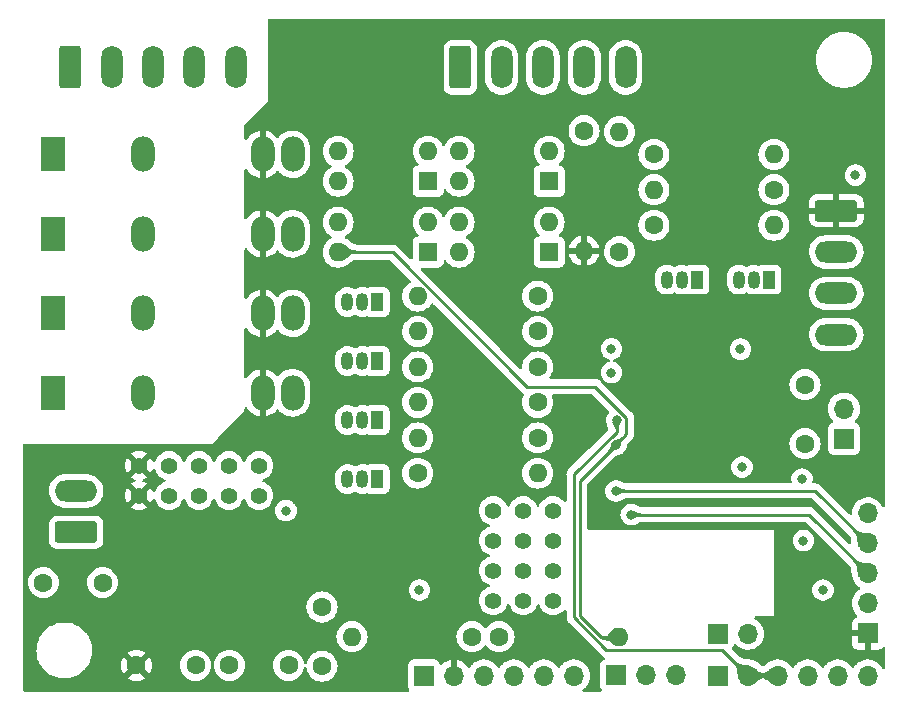
<source format=gbr>
%TF.GenerationSoftware,KiCad,Pcbnew,(6.0.7)*%
%TF.CreationDate,2023-02-02T17:51:50-05:00*%
%TF.ProjectId,ESPoules,4553506f-756c-4657-932e-6b696361645f,rev?*%
%TF.SameCoordinates,Original*%
%TF.FileFunction,Copper,L2,Inr*%
%TF.FilePolarity,Positive*%
%FSLAX46Y46*%
G04 Gerber Fmt 4.6, Leading zero omitted, Abs format (unit mm)*
G04 Created by KiCad (PCBNEW (6.0.7)) date 2023-02-02 17:51:50*
%MOMM*%
%LPD*%
G01*
G04 APERTURE LIST*
G04 Aperture macros list*
%AMRoundRect*
0 Rectangle with rounded corners*
0 $1 Rounding radius*
0 $2 $3 $4 $5 $6 $7 $8 $9 X,Y pos of 4 corners*
0 Add a 4 corners polygon primitive as box body*
4,1,4,$2,$3,$4,$5,$6,$7,$8,$9,$2,$3,0*
0 Add four circle primitives for the rounded corners*
1,1,$1+$1,$2,$3*
1,1,$1+$1,$4,$5*
1,1,$1+$1,$6,$7*
1,1,$1+$1,$8,$9*
0 Add four rect primitives between the rounded corners*
20,1,$1+$1,$2,$3,$4,$5,0*
20,1,$1+$1,$4,$5,$6,$7,0*
20,1,$1+$1,$6,$7,$8,$9,0*
20,1,$1+$1,$8,$9,$2,$3,0*%
G04 Aperture macros list end*
%TA.AperFunction,ComponentPad*%
%ADD10R,1.600000X1.600000*%
%TD*%
%TA.AperFunction,ComponentPad*%
%ADD11O,1.600000X1.600000*%
%TD*%
%TA.AperFunction,ComponentPad*%
%ADD12C,1.400000*%
%TD*%
%TA.AperFunction,ComponentPad*%
%ADD13C,1.600000*%
%TD*%
%TA.AperFunction,ComponentPad*%
%ADD14R,1.700000X1.700000*%
%TD*%
%TA.AperFunction,ComponentPad*%
%ADD15O,1.700000X1.700000*%
%TD*%
%TA.AperFunction,ComponentPad*%
%ADD16R,2.000000X3.000000*%
%TD*%
%TA.AperFunction,ComponentPad*%
%ADD17O,2.000000X3.000000*%
%TD*%
%TA.AperFunction,ComponentPad*%
%ADD18R,1.050000X1.500000*%
%TD*%
%TA.AperFunction,ComponentPad*%
%ADD19O,1.050000X1.500000*%
%TD*%
%TA.AperFunction,ComponentPad*%
%ADD20RoundRect,0.250000X-0.650000X-1.550000X0.650000X-1.550000X0.650000X1.550000X-0.650000X1.550000X0*%
%TD*%
%TA.AperFunction,ComponentPad*%
%ADD21O,1.800000X3.600000*%
%TD*%
%TA.AperFunction,ComponentPad*%
%ADD22RoundRect,0.250000X1.550000X-0.650000X1.550000X0.650000X-1.550000X0.650000X-1.550000X-0.650000X0*%
%TD*%
%TA.AperFunction,ComponentPad*%
%ADD23O,3.600000X1.800000*%
%TD*%
%TA.AperFunction,ComponentPad*%
%ADD24RoundRect,0.250000X-1.550000X0.650000X-1.550000X-0.650000X1.550000X-0.650000X1.550000X0.650000X0*%
%TD*%
%TA.AperFunction,ViaPad*%
%ADD25C,0.800000*%
%TD*%
%TA.AperFunction,Conductor*%
%ADD26C,0.250000*%
%TD*%
G04 APERTURE END LIST*
D10*
%TO.N,Net-(D8-Pad1)*%
%TO.C,U9*%
X171800000Y-115275000D03*
D11*
%TO.N,Net-(J6-Pad2)*%
X171800000Y-112735000D03*
%TO.N,GND*%
X164180000Y-112735000D03*
%TO.N,/GPIO4*%
X164180000Y-115275000D03*
%TD*%
D12*
%TO.N,+3.3V*%
%TO.C,REF\u002A\u002A*%
X149860000Y-135890000D03*
%TD*%
%TO.N,+3.3V*%
%TO.C,REF\u002A\u002A*%
X149860000Y-133350000D03*
%TD*%
%TO.N,N/C*%
%TO.C,REF\u002A\u002A*%
X179839765Y-139700000D03*
%TD*%
%TO.N,N/C*%
%TO.C,REF\u002A\u002A*%
X157480000Y-135890000D03*
%TD*%
%TO.N,N/C*%
%TO.C,REF\u002A\u002A*%
X182366740Y-139700000D03*
%TD*%
%TO.N,N/C*%
%TO.C,REF\u002A\u002A*%
X179839765Y-137160000D03*
%TD*%
%TO.N,unconnected-(U8-Pad7)*%
%TO.C,+*%
X177323246Y-139700000D03*
%TD*%
%TO.N,GND*%
%TO.C,REF\u002A\u002A*%
X152400000Y-135890000D03*
%TD*%
%TO.N,N/C*%
%TO.C,REF\u002A\u002A*%
X157480000Y-133350000D03*
%TD*%
%TO.N,N/C*%
%TO.C,REF\u002A\u002A*%
X177323246Y-137160000D03*
%TD*%
%TO.N,N/C*%
%TO.C,REF\u002A\u002A*%
X179863246Y-144780000D03*
%TD*%
%TO.N,GND*%
%TO.C,REF\u002A\u002A*%
X152400000Y-133350000D03*
%TD*%
%TO.N,unconnected-(U8-Pad6)*%
%TO.C,-*%
X177323246Y-142240000D03*
%TD*%
%TO.N,+5V*%
%TO.C,REF\u002A\u002A*%
X147320000Y-135890000D03*
%TD*%
%TO.N,N/C*%
%TO.C,REF\u002A\u002A*%
X179839765Y-142240000D03*
%TD*%
%TO.N,N/C*%
%TO.C,REF\u002A\u002A*%
X182390221Y-144780000D03*
%TD*%
%TO.N,+5V*%
%TO.C,REF\u002A\u002A*%
X147320000Y-133350000D03*
%TD*%
%TO.N,N/C*%
%TO.C,REF\u002A\u002A*%
X154940000Y-133350000D03*
%TD*%
%TO.N,N/C*%
%TO.C,REF\u002A\u002A*%
X182366740Y-142240000D03*
%TD*%
%TO.N,N/C*%
%TO.C,REF\u002A\u002A*%
X154940000Y-135890000D03*
%TD*%
%TO.N,unconnected-(U8-Pad5)*%
%TO.C,OUT*%
X177323246Y-144780000D03*
%TD*%
%TO.N,N/C*%
%TO.C,REF\u002A\u002A*%
X182366740Y-137160000D03*
%TD*%
D13*
%TO.N,+3.3V*%
%TO.C,R24*%
X177800000Y-147828000D03*
D11*
%TO.N,/GPIO4*%
X187960000Y-147828000D03*
%TD*%
D14*
%TO.N,unconnected-(J9-Pad1)*%
%TO.C,J9*%
X171450000Y-151130000D03*
D15*
%TO.N,+5V*%
X173990000Y-151130000D03*
%TO.N,GND*%
X176530000Y-151130000D03*
%TO.N,Net-(J9-Pad4)*%
X179070000Y-151130000D03*
%TO.N,unconnected-(J9-Pad5)*%
X181610000Y-151130000D03*
%TO.N,unconnected-(J9-Pad6)*%
X184150000Y-151130000D03*
%TD*%
D16*
%TO.N,Net-(J2-Pad1)*%
%TO.C,U5*%
X140000000Y-113731000D03*
D17*
%TO.N,Net-(J2-Pad3)*%
X147620000Y-113731000D03*
%TO.N,+5V*%
X157780000Y-113731000D03*
%TO.N,Net-(Q2-Pad3)*%
X160320000Y-113731000D03*
%TD*%
D14*
%TO.N,+5V*%
%TO.C,J5*%
X209042000Y-147569000D03*
D15*
%TO.N,+3.3V*%
X209042000Y-145029000D03*
%TO.N,/GPIO01*%
X209042000Y-142489000D03*
%TO.N,/GPIO03*%
X209042000Y-139949000D03*
%TO.N,GND*%
X209042000Y-137409000D03*
%TD*%
D13*
%TO.N,/GPIO03*%
%TO.C,R10*%
X181080000Y-128000000D03*
D11*
%TO.N,Net-(Q4-Pad2)*%
X170920000Y-128000000D03*
%TD*%
D13*
%TO.N,+3.3V*%
%TO.C,C5*%
X203708000Y-126492000D03*
%TO.N,GND*%
X203708000Y-131492000D03*
%TD*%
%TO.N,GND*%
%TO.C,R2*%
X170920000Y-134000000D03*
D11*
%TO.N,Net-(R2-Pad2)*%
X181080000Y-134000000D03*
%TD*%
D13*
%TO.N,+3.3V*%
%TO.C,C4*%
X162814000Y-145328000D03*
%TO.N,GND*%
X162814000Y-150328000D03*
%TD*%
D10*
%TO.N,Net-(D10-Pad1)*%
%TO.C,U11*%
X182050000Y-115275000D03*
D11*
%TO.N,Net-(J6-Pad4)*%
X182050000Y-112735000D03*
%TO.N,GND*%
X174430000Y-112735000D03*
%TO.N,/GPIO12*%
X174430000Y-115275000D03*
%TD*%
D14*
%TO.N,GND*%
%TO.C,J4*%
X196342000Y-151130000D03*
D15*
%TO.N,/GPIO00*%
X198882000Y-151130000D03*
X201422000Y-151130000D03*
%TO.N,Net-(J4-Pad4)*%
X203962000Y-151130000D03*
%TO.N,/GPIO02*%
X206502000Y-151130000D03*
%TO.N,Net-(J4-Pad6)*%
X209042000Y-151130000D03*
%TD*%
D11*
%TO.N,Net-(Q1-Pad2)*%
%TO.C,R7*%
X170920000Y-119000000D03*
D13*
%TO.N,/GPIO00*%
X181080000Y-119000000D03*
%TD*%
%TO.N,/GPIO01*%
%TO.C,R8*%
X181080000Y-122000000D03*
D11*
%TO.N,Net-(Q2-Pad2)*%
X170920000Y-122000000D03*
%TD*%
D13*
%TO.N,Net-(R2-Pad2)*%
%TO.C,R3*%
X181080000Y-131000000D03*
D11*
%TO.N,/ADC*%
X170920000Y-131000000D03*
%TD*%
D18*
%TO.N,/GPIO01*%
%TO.C,Q5*%
X194564000Y-117602000D03*
D19*
%TO.N,Net-(Q5-Pad2)*%
X193294000Y-117602000D03*
%TO.N,+3.3V*%
X192024000Y-117602000D03*
%TD*%
D13*
%TO.N,Net-(C3-Pad1)*%
%TO.C,C3*%
X139232000Y-143256000D03*
%TO.N,GND*%
X144232000Y-143256000D03*
%TD*%
D14*
%TO.N,+3.3V*%
%TO.C,J8*%
X187721000Y-151105000D03*
D15*
%TO.N,/GPIO4*%
X190261000Y-151105000D03*
%TO.N,GND*%
X192801000Y-151105000D03*
%TD*%
D20*
%TO.N,Net-(J2-Pad1)*%
%TO.C,J2*%
X141500000Y-99642500D03*
D21*
%TO.N,Net-(J2-Pad2)*%
X145000000Y-99642500D03*
%TO.N,Net-(J2-Pad3)*%
X148500000Y-99642500D03*
%TO.N,Net-(J2-Pad4)*%
X152000000Y-99642500D03*
%TO.N,Net-(J2-Pad5)*%
X155500000Y-99642500D03*
%TD*%
D22*
%TO.N,Net-(C3-Pad1)*%
%TO.C,J3*%
X142000000Y-139000000D03*
D23*
%TO.N,GND*%
X142000000Y-135500000D03*
%TD*%
D13*
%TO.N,Net-(J9-Pad4)*%
%TO.C,R1*%
X175514000Y-147828000D03*
D11*
%TO.N,Net-(R1-Pad2)*%
X165354000Y-147828000D03*
%TD*%
D10*
%TO.N,Net-(D11-Pad1)*%
%TO.C,U12*%
X182050000Y-109275000D03*
D11*
%TO.N,Net-(J6-Pad5)*%
X182050000Y-106735000D03*
%TO.N,GND*%
X174430000Y-106735000D03*
%TO.N,/GPIO13*%
X174430000Y-109275000D03*
%TD*%
D13*
%TO.N,/GPIO00*%
%TO.C,RTRIG1*%
X188000000Y-115250000D03*
D11*
%TO.N,Net-(D6-Pad2)*%
X188000000Y-105090000D03*
%TD*%
D18*
%TO.N,GND*%
%TO.C,Q2*%
X167500000Y-124500000D03*
D19*
%TO.N,Net-(Q2-Pad2)*%
X166230000Y-124500000D03*
%TO.N,Net-(Q2-Pad3)*%
X164960000Y-124500000D03*
%TD*%
D13*
%TO.N,Net-(Q6-Pad3)*%
%TO.C,R17*%
X185000000Y-105000000D03*
D11*
%TO.N,+5V*%
X185000000Y-115160000D03*
%TD*%
D18*
%TO.N,GND*%
%TO.C,Q3*%
X167500000Y-129500000D03*
D19*
%TO.N,Net-(Q3-Pad2)*%
X166230000Y-129500000D03*
%TO.N,Net-(Q3-Pad3)*%
X164960000Y-129500000D03*
%TD*%
D13*
%TO.N,GND*%
%TO.C,R16*%
X190920000Y-107000000D03*
D11*
%TO.N,/GPIO01*%
X201080000Y-107000000D03*
%TD*%
D13*
%TO.N,+5V*%
%TO.C,C1*%
X147105000Y-150265000D03*
%TO.N,GND*%
X152105000Y-150265000D03*
%TD*%
%TO.N,Net-(Q5-Pad2)*%
%TO.C,RECHO1*%
X190920000Y-113000000D03*
D11*
%TO.N,Net-(J7-Pad3)*%
X201080000Y-113000000D03*
%TD*%
D18*
%TO.N,GND*%
%TO.C,Q4*%
X167500000Y-134500000D03*
D19*
%TO.N,Net-(Q4-Pad2)*%
X166230000Y-134500000D03*
%TO.N,Net-(Q4-Pad3)*%
X164960000Y-134500000D03*
%TD*%
D18*
%TO.N,GND*%
%TO.C,Q1*%
X167500000Y-119500000D03*
D19*
%TO.N,Net-(Q1-Pad2)*%
X166230000Y-119500000D03*
%TO.N,Net-(Q1-Pad3)*%
X164960000Y-119500000D03*
%TD*%
D16*
%TO.N,Net-(J2-Pad1)*%
%TO.C,U4*%
X140000000Y-107000000D03*
D17*
%TO.N,Net-(J2-Pad2)*%
X147620000Y-107000000D03*
%TO.N,+5V*%
X157780000Y-107000000D03*
%TO.N,Net-(Q1-Pad3)*%
X160320000Y-107000000D03*
%TD*%
D20*
%TO.N,GND*%
%TO.C,J6*%
X174517500Y-99642500D03*
D21*
%TO.N,Net-(J6-Pad2)*%
X178017500Y-99642500D03*
%TO.N,Net-(J6-Pad3)*%
X181517500Y-99642500D03*
%TO.N,Net-(J6-Pad4)*%
X185017500Y-99642500D03*
%TO.N,Net-(J6-Pad5)*%
X188517500Y-99642500D03*
%TD*%
D16*
%TO.N,Net-(J2-Pad1)*%
%TO.C,U7*%
X140000000Y-127193000D03*
D17*
%TO.N,Net-(J2-Pad5)*%
X147620000Y-127193000D03*
%TO.N,+5V*%
X157780000Y-127193000D03*
%TO.N,Net-(Q4-Pad3)*%
X160320000Y-127193000D03*
%TD*%
D13*
%TO.N,Net-(D7-Pad1)*%
%TO.C,R15*%
X201080000Y-110000000D03*
D11*
%TO.N,GND*%
X190920000Y-110000000D03*
%TD*%
D18*
%TO.N,Net-(J7-Pad2)*%
%TO.C,Q6*%
X200660000Y-117602000D03*
D19*
%TO.N,Net-(D6-Pad2)*%
X199390000Y-117602000D03*
%TO.N,Net-(Q6-Pad3)*%
X198120000Y-117602000D03*
%TD*%
D14*
%TO.N,Net-(J10-Pad1)*%
%TO.C,J10*%
X207010000Y-131069000D03*
D15*
%TO.N,Net-(J10-Pad2)*%
X207010000Y-128529000D03*
%TD*%
D16*
%TO.N,Net-(J2-Pad1)*%
%TO.C,U6*%
X140000000Y-120462000D03*
D17*
%TO.N,Net-(J2-Pad4)*%
X147620000Y-120462000D03*
%TO.N,+5V*%
X157780000Y-120462000D03*
%TO.N,Net-(Q3-Pad3)*%
X160320000Y-120462000D03*
%TD*%
D13*
%TO.N,/GPIO02*%
%TO.C,R9*%
X181080000Y-125000000D03*
D11*
%TO.N,Net-(Q3-Pad2)*%
X170920000Y-125000000D03*
%TD*%
D14*
%TO.N,GND*%
%TO.C,J1*%
X196337000Y-147574000D03*
D15*
%TO.N,Net-(J1-Pad2)*%
X198877000Y-147574000D03*
%TD*%
D13*
%TO.N,+3.3V*%
%TO.C,C2*%
X154979000Y-150265000D03*
%TO.N,GND*%
X159979000Y-150265000D03*
%TD*%
D10*
%TO.N,Net-(D9-Pad1)*%
%TO.C,U10*%
X171800000Y-109275000D03*
D11*
%TO.N,Net-(J6-Pad3)*%
X171800000Y-106735000D03*
%TO.N,GND*%
X164180000Y-106735000D03*
%TO.N,/GPIO5*%
X164180000Y-109275000D03*
%TD*%
D24*
%TO.N,+5V*%
%TO.C,J7*%
X206357500Y-111767500D03*
D23*
%TO.N,Net-(J7-Pad2)*%
X206357500Y-115267500D03*
%TO.N,Net-(J7-Pad3)*%
X206357500Y-118767500D03*
%TO.N,GND*%
X206357500Y-122267500D03*
%TD*%
D25*
%TO.N,/GPIO03*%
X187697000Y-135500000D03*
%TO.N,Net-(D1-Pad2)*%
X203454000Y-134493000D03*
X187325000Y-125476000D03*
%TO.N,+3.3V*%
X198374000Y-133477000D03*
X203581000Y-139700000D03*
%TO.N,GND*%
X187316411Y-123470699D03*
%TO.N,+3.3V*%
X198247000Y-123499502D03*
X205232000Y-143891000D03*
%TO.N,/GPIO4*%
X187706000Y-131572000D03*
%TO.N,GND*%
X171069000Y-143891000D03*
X159766000Y-137160000D03*
%TO.N,+5V*%
X174498000Y-139039600D03*
X200495200Y-104000000D03*
X167510400Y-97000000D03*
%TO.N,GND*%
X207975200Y-108762800D03*
%TO.N,/GPIO00*%
X187750000Y-129500000D03*
%TO.N,/GPIO01*%
X189000000Y-137500000D03*
%TD*%
D26*
%TO.N,/GPIO4*%
X185935509Y-126660204D02*
X188595000Y-129319695D01*
X168785991Y-115275000D02*
X180171195Y-126660204D01*
X188595000Y-129319695D02*
X188595000Y-130683000D01*
X164180000Y-115275000D02*
X168785991Y-115275000D01*
X180171195Y-126660204D02*
X185935509Y-126660204D01*
X188595000Y-130683000D02*
X187706000Y-131572000D01*
%TO.N,/GPIO01*%
X189000000Y-137500000D02*
X204053000Y-137500000D01*
X204053000Y-137500000D02*
X209042000Y-142489000D01*
%TO.N,/GPIO03*%
X204593000Y-135500000D02*
X209042000Y-139949000D01*
X187697000Y-135500000D02*
X204593000Y-135500000D01*
%TO.N,/GPIO00*%
X184150000Y-134102695D02*
X187750000Y-130502695D01*
X186899826Y-148953000D02*
X184150000Y-146203174D01*
X184150000Y-146203174D02*
X184150000Y-134102695D01*
X196705000Y-148953000D02*
X186899826Y-148953000D01*
X187750000Y-130502695D02*
X187750000Y-129500000D01*
%TO.N,/GPIO4*%
X184658000Y-146074778D02*
X184658000Y-134620000D01*
X184658000Y-134620000D02*
X187706000Y-131572000D01*
X186411222Y-147828000D02*
X184658000Y-146074778D01*
X187960000Y-147828000D02*
X186411222Y-147828000D01*
%TO.N,/GPIO00*%
X198882000Y-151130000D02*
X196705000Y-148953000D01*
X201422000Y-151130000D02*
X198882000Y-151130000D01*
%TD*%
%TA.AperFunction,Conductor*%
%TO.N,/GPIO4*%
G36*
X164536237Y-114559091D02*
G01*
X164677116Y-114635676D01*
X164677989Y-114636202D01*
X164777291Y-114702363D01*
X164801072Y-114718207D01*
X164801722Y-114718673D01*
X164907382Y-114800018D01*
X164907663Y-114800240D01*
X165003306Y-114878682D01*
X165096015Y-114951668D01*
X165096196Y-114951789D01*
X165096205Y-114951796D01*
X165137036Y-114979185D01*
X165192991Y-115016721D01*
X165233757Y-115037276D01*
X165301173Y-115071269D01*
X165301180Y-115071272D01*
X165301555Y-115071461D01*
X165429031Y-115113507D01*
X165582738Y-115140480D01*
X165583090Y-115140498D01*
X165583091Y-115140498D01*
X165604330Y-115141578D01*
X165758895Y-115149435D01*
X165766983Y-115153278D01*
X165770000Y-115161120D01*
X165770000Y-115388880D01*
X165766573Y-115397153D01*
X165758895Y-115400564D01*
X165602432Y-115408518D01*
X165583091Y-115409501D01*
X165583090Y-115409501D01*
X165582738Y-115409519D01*
X165429031Y-115436492D01*
X165301555Y-115478538D01*
X165301180Y-115478727D01*
X165301173Y-115478730D01*
X165233757Y-115512723D01*
X165192991Y-115533278D01*
X165137036Y-115570814D01*
X165096205Y-115598203D01*
X165096196Y-115598210D01*
X165096015Y-115598331D01*
X165003306Y-115671317D01*
X165003267Y-115671349D01*
X164907665Y-115749757D01*
X164907382Y-115749981D01*
X164801722Y-115831326D01*
X164801072Y-115831792D01*
X164678001Y-115913789D01*
X164677102Y-115914331D01*
X164536236Y-115990909D01*
X164527331Y-115991850D01*
X164522538Y-115989063D01*
X163947856Y-115436419D01*
X163788769Y-115283433D01*
X163785181Y-115275229D01*
X163788769Y-115266567D01*
X163909985Y-115150000D01*
X164273923Y-114800018D01*
X164522538Y-114560937D01*
X164530877Y-114557672D01*
X164536237Y-114559091D01*
G37*
%TD.AperFunction*%
%TD*%
%TA.AperFunction,Conductor*%
%TO.N,/GPIO4*%
G36*
X188184204Y-130932977D02*
G01*
X188345022Y-131093795D01*
X188348449Y-131102068D01*
X188345315Y-131110037D01*
X188318551Y-131138807D01*
X188291346Y-131168050D01*
X188291201Y-131168236D01*
X188291195Y-131168243D01*
X188264450Y-131202557D01*
X188244415Y-131228262D01*
X188244252Y-131228523D01*
X188244251Y-131228525D01*
X188209760Y-131283890D01*
X188209756Y-131283897D01*
X188209583Y-131284175D01*
X188184222Y-131337550D01*
X188184121Y-131337836D01*
X188184118Y-131337844D01*
X188165784Y-131389931D01*
X188165706Y-131390153D01*
X188151407Y-131443745D01*
X188151376Y-131443883D01*
X188138700Y-131500085D01*
X188138697Y-131500089D01*
X188138699Y-131500089D01*
X188124987Y-131560797D01*
X188124906Y-131561130D01*
X188107617Y-131627811D01*
X188107457Y-131628367D01*
X188086373Y-131695253D01*
X188080617Y-131702114D01*
X188075443Y-131703434D01*
X188009683Y-131704720D01*
X187564579Y-131713421D01*
X187574566Y-131202557D01*
X187578154Y-131194353D01*
X187582746Y-131191627D01*
X187649637Y-131170541D01*
X187650218Y-131170375D01*
X187716843Y-131153100D01*
X187717202Y-131153012D01*
X187777910Y-131139300D01*
X187777910Y-131139301D01*
X187777914Y-131139299D01*
X187834254Y-131126592D01*
X187887846Y-131112293D01*
X187888068Y-131112215D01*
X187940155Y-131093881D01*
X187940163Y-131093878D01*
X187940449Y-131093777D01*
X187993824Y-131068416D01*
X187994102Y-131068243D01*
X187994109Y-131068239D01*
X188049474Y-131033748D01*
X188049476Y-131033747D01*
X188049737Y-131033584D01*
X188049975Y-131033398D01*
X188049980Y-131033395D01*
X188109756Y-130986804D01*
X188109763Y-130986798D01*
X188109949Y-130986653D01*
X188167964Y-130932683D01*
X188176353Y-130929558D01*
X188184204Y-130932977D01*
G37*
%TD.AperFunction*%
%TD*%
%TA.AperFunction,Conductor*%
%TO.N,/GPIO01*%
G36*
X189181808Y-137143881D02*
G01*
X189236828Y-137172527D01*
X189244005Y-137176263D01*
X189244534Y-137176556D01*
X189303938Y-137211496D01*
X189304214Y-137211666D01*
X189356809Y-137244881D01*
X189356811Y-137244884D01*
X189356812Y-137244883D01*
X189405640Y-137275738D01*
X189453647Y-137303523D01*
X189453849Y-137303620D01*
X189453855Y-137303623D01*
X189484233Y-137318182D01*
X189503935Y-137327625D01*
X189559610Y-137347435D01*
X189559931Y-137347509D01*
X189559929Y-137347509D01*
X189623475Y-137362271D01*
X189623478Y-137362271D01*
X189623777Y-137362341D01*
X189624086Y-137362379D01*
X189624090Y-137362380D01*
X189668113Y-137367837D01*
X189699538Y-137371733D01*
X189746068Y-137373413D01*
X189778722Y-137374593D01*
X189786866Y-137378316D01*
X189790000Y-137386285D01*
X189790000Y-137613715D01*
X189786573Y-137621988D01*
X189778722Y-137625407D01*
X189755541Y-137626244D01*
X189699538Y-137628266D01*
X189668113Y-137632162D01*
X189624090Y-137637619D01*
X189624086Y-137637620D01*
X189623777Y-137637658D01*
X189623478Y-137637728D01*
X189623475Y-137637728D01*
X189585442Y-137646563D01*
X189559610Y-137652564D01*
X189503935Y-137672374D01*
X189503660Y-137672506D01*
X189453855Y-137696376D01*
X189453849Y-137696379D01*
X189453647Y-137696476D01*
X189405640Y-137724261D01*
X189356812Y-137755116D01*
X189304214Y-137788333D01*
X189303938Y-137788503D01*
X189253260Y-137818311D01*
X189244534Y-137823443D01*
X189244005Y-137823736D01*
X189181809Y-137856119D01*
X189172889Y-137856900D01*
X189168298Y-137854175D01*
X188808769Y-137508433D01*
X188805181Y-137500229D01*
X188808769Y-137491567D01*
X189168297Y-137145826D01*
X189176636Y-137142561D01*
X189181808Y-137143881D01*
G37*
%TD.AperFunction*%
%TD*%
%TA.AperFunction,Conductor*%
%TO.N,/GPIO01*%
G36*
X207943630Y-141213043D02*
G01*
X208083386Y-141339067D01*
X208083659Y-141339313D01*
X208219880Y-141434278D01*
X208220272Y-141434473D01*
X208220277Y-141434476D01*
X208283500Y-141465926D01*
X208347754Y-141497890D01*
X208416677Y-141520064D01*
X208470650Y-141537428D01*
X208470655Y-141537429D01*
X208470993Y-141537538D01*
X208560751Y-141554471D01*
X208593090Y-141560572D01*
X208593093Y-141560573D01*
X208593308Y-141560613D01*
X208593512Y-141560636D01*
X208593521Y-141560637D01*
X208717890Y-141574449D01*
X208718411Y-141574507D01*
X208795020Y-141581552D01*
X208849827Y-141586592D01*
X208850205Y-141586633D01*
X208991428Y-141604260D01*
X208992241Y-141604391D01*
X209147043Y-141634898D01*
X209148087Y-141635154D01*
X209223152Y-141657267D01*
X209312726Y-141683654D01*
X209319693Y-141689278D01*
X209321117Y-141694645D01*
X209332892Y-142297015D01*
X209342282Y-142777355D01*
X209339017Y-142785694D01*
X209330355Y-142789282D01*
X209008851Y-142782997D01*
X208247646Y-142768117D01*
X208239443Y-142764529D01*
X208236653Y-142759725D01*
X208188154Y-142595087D01*
X208187898Y-142594043D01*
X208157391Y-142439241D01*
X208157260Y-142438428D01*
X208139633Y-142297205D01*
X208139592Y-142296827D01*
X208127507Y-142165411D01*
X208113637Y-142040521D01*
X208113636Y-142040512D01*
X208113613Y-142040308D01*
X208090538Y-141917993D01*
X208050890Y-141794754D01*
X207998420Y-141689278D01*
X207987476Y-141667277D01*
X207987473Y-141667272D01*
X207987278Y-141666880D01*
X207892313Y-141530659D01*
X207892067Y-141530386D01*
X207766043Y-141390630D01*
X207763048Y-141382191D01*
X207766459Y-141374522D01*
X207927522Y-141213459D01*
X207935795Y-141210032D01*
X207943630Y-141213043D01*
G37*
%TD.AperFunction*%
%TD*%
%TA.AperFunction,Conductor*%
%TO.N,/GPIO03*%
G36*
X207943630Y-138673043D02*
G01*
X208083386Y-138799067D01*
X208083659Y-138799313D01*
X208219880Y-138894278D01*
X208220272Y-138894473D01*
X208220277Y-138894476D01*
X208283500Y-138925926D01*
X208347754Y-138957890D01*
X208416677Y-138980064D01*
X208470650Y-138997428D01*
X208470655Y-138997429D01*
X208470993Y-138997538D01*
X208560751Y-139014471D01*
X208593090Y-139020572D01*
X208593093Y-139020573D01*
X208593308Y-139020613D01*
X208593512Y-139020636D01*
X208593521Y-139020637D01*
X208717890Y-139034449D01*
X208718411Y-139034507D01*
X208795020Y-139041552D01*
X208849827Y-139046592D01*
X208850205Y-139046633D01*
X208991428Y-139064260D01*
X208992241Y-139064391D01*
X209147043Y-139094898D01*
X209148087Y-139095154D01*
X209223152Y-139117267D01*
X209312726Y-139143654D01*
X209319693Y-139149278D01*
X209321117Y-139154645D01*
X209332892Y-139757015D01*
X209342282Y-140237355D01*
X209339017Y-140245694D01*
X209330355Y-140249282D01*
X209008851Y-140242997D01*
X208247646Y-140228117D01*
X208239443Y-140224529D01*
X208236653Y-140219725D01*
X208188154Y-140055087D01*
X208187898Y-140054043D01*
X208157391Y-139899241D01*
X208157260Y-139898428D01*
X208139633Y-139757205D01*
X208139592Y-139756827D01*
X208127507Y-139625411D01*
X208113637Y-139500521D01*
X208113636Y-139500512D01*
X208113613Y-139500308D01*
X208090538Y-139377993D01*
X208050890Y-139254754D01*
X207998420Y-139149278D01*
X207987476Y-139127277D01*
X207987473Y-139127272D01*
X207987278Y-139126880D01*
X207892313Y-138990659D01*
X207892067Y-138990386D01*
X207766043Y-138850630D01*
X207763048Y-138842191D01*
X207766459Y-138834522D01*
X207927522Y-138673459D01*
X207935795Y-138670032D01*
X207943630Y-138673043D01*
G37*
%TD.AperFunction*%
%TD*%
%TA.AperFunction,Conductor*%
%TO.N,/GPIO03*%
G36*
X187878808Y-135143881D02*
G01*
X187933828Y-135172527D01*
X187941005Y-135176263D01*
X187941534Y-135176556D01*
X188000938Y-135211496D01*
X188001214Y-135211666D01*
X188053809Y-135244881D01*
X188053811Y-135244884D01*
X188053812Y-135244883D01*
X188102640Y-135275738D01*
X188150647Y-135303523D01*
X188150849Y-135303620D01*
X188150855Y-135303623D01*
X188181233Y-135318182D01*
X188200935Y-135327625D01*
X188256610Y-135347435D01*
X188256931Y-135347509D01*
X188256929Y-135347509D01*
X188320475Y-135362271D01*
X188320478Y-135362271D01*
X188320777Y-135362341D01*
X188321086Y-135362379D01*
X188321090Y-135362380D01*
X188365113Y-135367837D01*
X188396538Y-135371733D01*
X188443068Y-135373413D01*
X188475722Y-135374593D01*
X188483866Y-135378316D01*
X188487000Y-135386285D01*
X188487000Y-135613715D01*
X188483573Y-135621988D01*
X188475722Y-135625407D01*
X188452541Y-135626244D01*
X188396538Y-135628266D01*
X188365113Y-135632162D01*
X188321090Y-135637619D01*
X188321086Y-135637620D01*
X188320777Y-135637658D01*
X188320478Y-135637728D01*
X188320475Y-135637728D01*
X188282442Y-135646563D01*
X188256610Y-135652564D01*
X188200935Y-135672374D01*
X188200660Y-135672506D01*
X188150855Y-135696376D01*
X188150849Y-135696379D01*
X188150647Y-135696476D01*
X188102640Y-135724261D01*
X188053812Y-135755116D01*
X188001214Y-135788333D01*
X188000938Y-135788503D01*
X187950260Y-135818311D01*
X187941534Y-135823443D01*
X187941005Y-135823736D01*
X187878809Y-135856119D01*
X187869889Y-135856900D01*
X187865298Y-135854175D01*
X187505769Y-135508433D01*
X187502181Y-135500229D01*
X187505769Y-135491567D01*
X187865297Y-135145826D01*
X187873636Y-135142561D01*
X187878808Y-135143881D01*
G37*
%TD.AperFunction*%
%TD*%
%TA.AperFunction,Conductor*%
%TO.N,/GPIO00*%
G36*
X187758433Y-129308769D02*
G01*
X188104174Y-129668297D01*
X188107439Y-129676635D01*
X188106119Y-129681809D01*
X188073736Y-129744005D01*
X188073443Y-129744534D01*
X188038513Y-129803921D01*
X188038320Y-129804236D01*
X188005118Y-129856809D01*
X188005115Y-129856811D01*
X188005116Y-129856812D01*
X187974261Y-129905640D01*
X187946476Y-129953647D01*
X187922374Y-130003935D01*
X187902564Y-130059610D01*
X187887658Y-130123777D01*
X187878266Y-130199538D01*
X187878257Y-130199799D01*
X187875407Y-130278722D01*
X187871684Y-130286866D01*
X187863715Y-130290000D01*
X187636285Y-130290000D01*
X187628012Y-130286573D01*
X187624593Y-130278722D01*
X187621742Y-130199799D01*
X187621733Y-130199538D01*
X187612341Y-130123777D01*
X187597435Y-130059610D01*
X187577625Y-130003935D01*
X187553523Y-129953647D01*
X187525738Y-129905640D01*
X187494883Y-129856812D01*
X187461666Y-129804214D01*
X187461486Y-129803921D01*
X187426556Y-129744534D01*
X187426263Y-129744005D01*
X187393881Y-129681810D01*
X187393100Y-129672889D01*
X187395826Y-129668297D01*
X187741567Y-129308769D01*
X187749771Y-129305181D01*
X187758433Y-129308769D01*
G37*
%TD.AperFunction*%
%TD*%
%TA.AperFunction,Conductor*%
%TO.N,/GPIO4*%
G36*
X187841998Y-131707998D02*
G01*
X187841955Y-131710205D01*
X187837434Y-131941443D01*
X187833846Y-131949647D01*
X187829253Y-131952373D01*
X187762367Y-131973457D01*
X187761811Y-131973617D01*
X187695130Y-131990906D01*
X187694797Y-131990987D01*
X187634089Y-132004699D01*
X187634089Y-132004698D01*
X187634085Y-132004700D01*
X187577745Y-132017407D01*
X187524153Y-132031706D01*
X187523934Y-132031783D01*
X187523931Y-132031784D01*
X187471844Y-132050118D01*
X187471836Y-132050121D01*
X187471550Y-132050222D01*
X187418175Y-132075583D01*
X187417897Y-132075756D01*
X187417890Y-132075760D01*
X187362525Y-132110251D01*
X187362262Y-132110415D01*
X187362024Y-132110601D01*
X187362019Y-132110604D01*
X187302243Y-132157195D01*
X187302236Y-132157201D01*
X187302050Y-132157346D01*
X187272807Y-132184551D01*
X187244037Y-132211315D01*
X187235646Y-132214441D01*
X187227795Y-132211022D01*
X187066977Y-132050204D01*
X187063550Y-132041931D01*
X187066683Y-132033964D01*
X187120653Y-131975949D01*
X187120798Y-131975763D01*
X187120804Y-131975756D01*
X187167395Y-131915980D01*
X187167398Y-131915975D01*
X187167584Y-131915737D01*
X187167748Y-131915474D01*
X187202239Y-131860109D01*
X187202243Y-131860102D01*
X187202416Y-131859824D01*
X187227777Y-131806449D01*
X187227878Y-131806163D01*
X187227881Y-131806155D01*
X187246215Y-131754068D01*
X187246216Y-131754065D01*
X187246293Y-131753846D01*
X187260592Y-131700254D01*
X187273299Y-131643914D01*
X187273302Y-131643910D01*
X187273300Y-131643910D01*
X187287012Y-131583202D01*
X187287100Y-131582843D01*
X187304375Y-131516218D01*
X187304541Y-131515637D01*
X187325627Y-131448746D01*
X187331383Y-131441886D01*
X187336557Y-131440566D01*
X187402317Y-131439280D01*
X187847421Y-131430579D01*
X187841998Y-131707998D01*
G37*
%TD.AperFunction*%
%TD*%
%TA.AperFunction,Conductor*%
%TO.N,/GPIO4*%
G36*
X187617834Y-147114294D02*
G01*
X188292602Y-147763186D01*
X188348858Y-147817285D01*
X188352446Y-147825489D01*
X188349181Y-147833828D01*
X188346662Y-147835813D01*
X188270566Y-147880389D01*
X187403510Y-148388299D01*
X187401485Y-148389485D01*
X187392614Y-148390710D01*
X187387989Y-148388300D01*
X187333302Y-148341750D01*
X187282891Y-148298838D01*
X187282888Y-148298836D01*
X187282491Y-148298498D01*
X187282044Y-148298238D01*
X187282040Y-148298235D01*
X187174867Y-148235853D01*
X187174866Y-148235852D01*
X187174439Y-148235604D01*
X187068833Y-148196546D01*
X187068467Y-148196463D01*
X187068460Y-148196461D01*
X186964531Y-148172910D01*
X186964527Y-148172909D01*
X186964345Y-148172868D01*
X186953390Y-148171115D01*
X186859684Y-148156116D01*
X186859548Y-148156093D01*
X186753908Y-148137904D01*
X186752957Y-148137700D01*
X186645107Y-148109739D01*
X186643581Y-148109229D01*
X186531930Y-148063169D01*
X186530228Y-148062297D01*
X186413051Y-147989663D01*
X186411548Y-147988557D01*
X186392654Y-147972165D01*
X186296100Y-147888397D01*
X186292097Y-147880389D01*
X186295495Y-147871288D01*
X186456069Y-147710714D01*
X186464342Y-147707287D01*
X186471548Y-147709769D01*
X186592778Y-147804526D01*
X186593784Y-147804840D01*
X186593787Y-147804842D01*
X186686524Y-147833828D01*
X186709089Y-147840881D01*
X186816010Y-147823360D01*
X186816954Y-147822796D01*
X186816956Y-147822795D01*
X186916694Y-147763186D01*
X186916696Y-147763185D01*
X186917229Y-147762866D01*
X187016432Y-147670301D01*
X187117309Y-147556568D01*
X187223387Y-147432754D01*
X187223724Y-147432378D01*
X187338419Y-147309645D01*
X187339270Y-147308821D01*
X187375230Y-147277410D01*
X187466128Y-147198010D01*
X187467660Y-147196879D01*
X187603568Y-147112778D01*
X187612406Y-147111338D01*
X187617834Y-147114294D01*
G37*
%TD.AperFunction*%
%TD*%
%TA.AperFunction,Conductor*%
%TO.N,/GPIO00*%
G36*
X197783630Y-149854043D02*
G01*
X197923386Y-149980067D01*
X197923659Y-149980313D01*
X198059880Y-150075278D01*
X198060272Y-150075473D01*
X198060277Y-150075476D01*
X198123500Y-150106926D01*
X198187754Y-150138890D01*
X198256677Y-150161064D01*
X198310650Y-150178428D01*
X198310655Y-150178429D01*
X198310993Y-150178538D01*
X198400751Y-150195471D01*
X198433090Y-150201572D01*
X198433093Y-150201573D01*
X198433308Y-150201613D01*
X198433512Y-150201636D01*
X198433521Y-150201637D01*
X198557890Y-150215449D01*
X198558411Y-150215507D01*
X198635020Y-150222552D01*
X198689827Y-150227592D01*
X198690205Y-150227633D01*
X198831428Y-150245260D01*
X198832241Y-150245391D01*
X198987043Y-150275898D01*
X198988087Y-150276154D01*
X199063152Y-150298267D01*
X199152726Y-150324654D01*
X199159693Y-150330278D01*
X199161117Y-150335647D01*
X199163197Y-150442023D01*
X199182520Y-151430520D01*
X198760935Y-151422279D01*
X198760934Y-151422278D01*
X198087646Y-151409117D01*
X198079443Y-151405529D01*
X198076653Y-151400725D01*
X198028154Y-151236087D01*
X198027898Y-151235043D01*
X197997391Y-151080241D01*
X197997260Y-151079428D01*
X197979633Y-150938205D01*
X197979592Y-150937827D01*
X197967507Y-150806411D01*
X197953637Y-150681521D01*
X197953636Y-150681512D01*
X197953613Y-150681308D01*
X197930538Y-150558993D01*
X197890890Y-150435754D01*
X197838420Y-150330278D01*
X197827476Y-150308277D01*
X197827473Y-150308272D01*
X197827278Y-150307880D01*
X197732313Y-150171659D01*
X197732067Y-150171386D01*
X197606043Y-150031630D01*
X197603048Y-150023191D01*
X197606459Y-150015522D01*
X197767522Y-149854459D01*
X197775795Y-149851032D01*
X197783630Y-149854043D01*
G37*
%TD.AperFunction*%
%TD*%
%TA.AperFunction,Conductor*%
%TO.N,/GPIO00*%
G36*
X199260034Y-150369102D02*
G01*
X199410744Y-150451224D01*
X199411663Y-150451781D01*
X199542713Y-150539682D01*
X199543357Y-150540149D01*
X199623073Y-150602172D01*
X199655688Y-150627548D01*
X199655984Y-150627786D01*
X199757455Y-150712167D01*
X199855741Y-150790804D01*
X199958548Y-150860978D01*
X200073726Y-150920085D01*
X200151999Y-150946354D01*
X200152000Y-150946354D01*
X200209127Y-150965526D01*
X200372601Y-150994697D01*
X200572000Y-151005000D01*
X200572000Y-151255000D01*
X200372601Y-151265302D01*
X200209127Y-151294473D01*
X200152000Y-151313645D01*
X200073726Y-151339914D01*
X199958548Y-151399021D01*
X199855741Y-151469195D01*
X199757455Y-151547832D01*
X199757417Y-151547864D01*
X199655984Y-151632213D01*
X199655688Y-151632451D01*
X199543357Y-151719850D01*
X199542713Y-151720317D01*
X199441073Y-151788491D01*
X199411663Y-151808218D01*
X199410744Y-151808775D01*
X199263413Y-151889057D01*
X199260034Y-151890898D01*
X199251130Y-151891847D01*
X199246326Y-151889057D01*
X198891528Y-151547864D01*
X198760934Y-151422278D01*
X198760933Y-151422278D01*
X198457000Y-151130000D01*
X199163366Y-150450722D01*
X199246326Y-150370943D01*
X199254665Y-150367678D01*
X199260034Y-150369102D01*
G37*
%TD.AperFunction*%
%TD*%
%TA.AperFunction,Conductor*%
%TO.N,/GPIO00*%
G36*
X201057674Y-150370943D02*
G01*
X201717016Y-151005000D01*
X201838231Y-151121567D01*
X201841819Y-151129771D01*
X201838231Y-151138433D01*
X201324513Y-151632451D01*
X201057674Y-151889057D01*
X201049335Y-151892322D01*
X201043966Y-151890898D01*
X200893255Y-151808775D01*
X200892336Y-151808218D01*
X200862926Y-151788491D01*
X200761286Y-151720317D01*
X200760642Y-151719850D01*
X200648311Y-151632451D01*
X200648015Y-151632213D01*
X200546582Y-151547864D01*
X200546544Y-151547832D01*
X200448258Y-151469195D01*
X200345451Y-151399021D01*
X200230273Y-151339914D01*
X200152000Y-151313645D01*
X200151999Y-151313645D01*
X200094872Y-151294473D01*
X199931398Y-151265302D01*
X199732000Y-151255000D01*
X199732000Y-151005000D01*
X199931398Y-150994697D01*
X200094872Y-150965526D01*
X200151999Y-150946354D01*
X200230273Y-150920085D01*
X200345451Y-150860978D01*
X200448258Y-150790804D01*
X200546544Y-150712167D01*
X200648015Y-150627786D01*
X200648311Y-150627548D01*
X200680926Y-150602172D01*
X200760642Y-150540149D01*
X200761286Y-150539682D01*
X200892336Y-150451781D01*
X200893255Y-150451224D01*
X201043966Y-150369102D01*
X201052870Y-150368153D01*
X201057674Y-150370943D01*
G37*
%TD.AperFunction*%
%TD*%
%TA.AperFunction,Conductor*%
%TO.N,+5V*%
G36*
X210433621Y-95528502D02*
G01*
X210480114Y-95582158D01*
X210491500Y-95634500D01*
X210491500Y-136729769D01*
X210471498Y-136797890D01*
X210417842Y-136844383D01*
X210347568Y-136854487D01*
X210282988Y-136824993D01*
X210249951Y-136780012D01*
X210245419Y-136769589D01*
X210245419Y-136769588D01*
X210243354Y-136764840D01*
X210178750Y-136664978D01*
X210124822Y-136581617D01*
X210124820Y-136581614D01*
X210122014Y-136577277D01*
X209971670Y-136412051D01*
X209967619Y-136408852D01*
X209967615Y-136408848D01*
X209800414Y-136276800D01*
X209800410Y-136276798D01*
X209796359Y-136273598D01*
X209782701Y-136266058D01*
X209709863Y-136225850D01*
X209600789Y-136165638D01*
X209595920Y-136163914D01*
X209595916Y-136163912D01*
X209395087Y-136092795D01*
X209395083Y-136092794D01*
X209390212Y-136091069D01*
X209385119Y-136090162D01*
X209385116Y-136090161D01*
X209175373Y-136052800D01*
X209175367Y-136052799D01*
X209170284Y-136051894D01*
X209096452Y-136050992D01*
X208952081Y-136049228D01*
X208952079Y-136049228D01*
X208946911Y-136049165D01*
X208726091Y-136082955D01*
X208513756Y-136152357D01*
X208315607Y-136255507D01*
X208311474Y-136258610D01*
X208311471Y-136258612D01*
X208141100Y-136386530D01*
X208136965Y-136389635D01*
X207982629Y-136551138D01*
X207979715Y-136555410D01*
X207979714Y-136555411D01*
X207967404Y-136573457D01*
X207856743Y-136735680D01*
X207814797Y-136826045D01*
X207775771Y-136910121D01*
X207762688Y-136938305D01*
X207702989Y-137153570D01*
X207679251Y-137375695D01*
X207679548Y-137380853D01*
X207679422Y-137386024D01*
X207677914Y-137385987D01*
X207663410Y-137448485D01*
X207612518Y-137497988D01*
X207542942Y-137512118D01*
X207476771Y-137486389D01*
X207464574Y-137475670D01*
X206404775Y-136415870D01*
X205096652Y-135107747D01*
X205089112Y-135099461D01*
X205085000Y-135092982D01*
X205035348Y-135046356D01*
X205032507Y-135043602D01*
X205012770Y-135023865D01*
X205009573Y-135021385D01*
X205000551Y-135013680D01*
X204968321Y-134983414D01*
X204961375Y-134979595D01*
X204961372Y-134979593D01*
X204950566Y-134973652D01*
X204934047Y-134962801D01*
X204927264Y-134957540D01*
X204918041Y-134950386D01*
X204910772Y-134947241D01*
X204910768Y-134947238D01*
X204877463Y-134932826D01*
X204866813Y-134927609D01*
X204828060Y-134906305D01*
X204808437Y-134901267D01*
X204789734Y-134894863D01*
X204778420Y-134889967D01*
X204778419Y-134889967D01*
X204771145Y-134886819D01*
X204763322Y-134885580D01*
X204763312Y-134885577D01*
X204727476Y-134879901D01*
X204715856Y-134877495D01*
X204680711Y-134868472D01*
X204680710Y-134868472D01*
X204673030Y-134866500D01*
X204652776Y-134866500D01*
X204633065Y-134864949D01*
X204620886Y-134863020D01*
X204613057Y-134861780D01*
X204605165Y-134862526D01*
X204569039Y-134865941D01*
X204557181Y-134866500D01*
X204461320Y-134866500D01*
X204393199Y-134846498D01*
X204346706Y-134792842D01*
X204336602Y-134722568D01*
X204341486Y-134701565D01*
X204347542Y-134682928D01*
X204349628Y-134663087D01*
X204366814Y-134499565D01*
X204367504Y-134493000D01*
X204362347Y-134443933D01*
X204348232Y-134309635D01*
X204348232Y-134309633D01*
X204347542Y-134303072D01*
X204288527Y-134121444D01*
X204193040Y-133956056D01*
X204158122Y-133917275D01*
X204069675Y-133819045D01*
X204069674Y-133819044D01*
X204065253Y-133814134D01*
X203928173Y-133714539D01*
X203916094Y-133705763D01*
X203916093Y-133705762D01*
X203910752Y-133701882D01*
X203904724Y-133699198D01*
X203904722Y-133699197D01*
X203742319Y-133626891D01*
X203742318Y-133626891D01*
X203736288Y-133624206D01*
X203642887Y-133604353D01*
X203555944Y-133585872D01*
X203555939Y-133585872D01*
X203549487Y-133584500D01*
X203358513Y-133584500D01*
X203352061Y-133585872D01*
X203352056Y-133585872D01*
X203265113Y-133604353D01*
X203171712Y-133624206D01*
X203165682Y-133626891D01*
X203165681Y-133626891D01*
X203003278Y-133699197D01*
X203003276Y-133699198D01*
X202997248Y-133701882D01*
X202991907Y-133705762D01*
X202991906Y-133705763D01*
X202979827Y-133714539D01*
X202842747Y-133814134D01*
X202838326Y-133819044D01*
X202838325Y-133819045D01*
X202749879Y-133917275D01*
X202714960Y-133956056D01*
X202619473Y-134121444D01*
X202560458Y-134303072D01*
X202559768Y-134309633D01*
X202559768Y-134309635D01*
X202545653Y-134443933D01*
X202540496Y-134493000D01*
X202541186Y-134499565D01*
X202558373Y-134663087D01*
X202560458Y-134682928D01*
X202566514Y-134701565D01*
X202568540Y-134772533D01*
X202531877Y-134833330D01*
X202468165Y-134864655D01*
X202446680Y-134866500D01*
X188533605Y-134866500D01*
X188511185Y-134864489D01*
X188500329Y-134862526D01*
X188498676Y-134862227D01*
X188498675Y-134862227D01*
X188494257Y-134861428D01*
X188475886Y-134860764D01*
X188442964Y-134859575D01*
X188432022Y-134858701D01*
X188425871Y-134857939D01*
X188378252Y-134841950D01*
X188370591Y-134837516D01*
X188366438Y-134835003D01*
X188328121Y-134810790D01*
X188328001Y-134810714D01*
X188275403Y-134777497D01*
X188270515Y-134774448D01*
X188270239Y-134774278D01*
X188261273Y-134768881D01*
X188201869Y-134733941D01*
X188190335Y-134727356D01*
X188189806Y-134727063D01*
X188178138Y-134720796D01*
X188177827Y-134720634D01*
X188177774Y-134720606D01*
X188119154Y-134690087D01*
X188115941Y-134688414D01*
X188061584Y-134667646D01*
X188055314Y-134665055D01*
X187985319Y-134633891D01*
X187985317Y-134633890D01*
X187979288Y-134631206D01*
X187885887Y-134611353D01*
X187798944Y-134592872D01*
X187798939Y-134592872D01*
X187792487Y-134591500D01*
X187601513Y-134591500D01*
X187595061Y-134592872D01*
X187595056Y-134592872D01*
X187508113Y-134611353D01*
X187414712Y-134631206D01*
X187408682Y-134633891D01*
X187408681Y-134633891D01*
X187246278Y-134706197D01*
X187246276Y-134706198D01*
X187240248Y-134708882D01*
X187085747Y-134821134D01*
X187081326Y-134826044D01*
X187081325Y-134826045D01*
X186962927Y-134957540D01*
X186957960Y-134963056D01*
X186943073Y-134988841D01*
X186885351Y-135088819D01*
X186862473Y-135128444D01*
X186803458Y-135310072D01*
X186802768Y-135316633D01*
X186802768Y-135316635D01*
X186788542Y-135451987D01*
X186783496Y-135500000D01*
X186784186Y-135506565D01*
X186802346Y-135679345D01*
X186803458Y-135689928D01*
X186862473Y-135871556D01*
X186865776Y-135877278D01*
X186865777Y-135877279D01*
X186899686Y-135936010D01*
X186957960Y-136036944D01*
X186962378Y-136041851D01*
X186962379Y-136041852D01*
X187078129Y-136170405D01*
X187085747Y-136178866D01*
X187162450Y-136234594D01*
X187205594Y-136265940D01*
X187240248Y-136291118D01*
X187246276Y-136293802D01*
X187246278Y-136293803D01*
X187407632Y-136365642D01*
X187414712Y-136368794D01*
X187489713Y-136384736D01*
X187595056Y-136407128D01*
X187595061Y-136407128D01*
X187601513Y-136408500D01*
X187792487Y-136408500D01*
X187798939Y-136407128D01*
X187798944Y-136407128D01*
X187904287Y-136384736D01*
X187979288Y-136368794D01*
X188072840Y-136327142D01*
X188082392Y-136323349D01*
X188111701Y-136313073D01*
X188111715Y-136313067D01*
X188115950Y-136311582D01*
X188138963Y-136299600D01*
X188177782Y-136279389D01*
X188177833Y-136279362D01*
X188178146Y-136279199D01*
X188189806Y-136272936D01*
X188190335Y-136272643D01*
X188201869Y-136266058D01*
X188214529Y-136258612D01*
X188237841Y-136244900D01*
X188261273Y-136231118D01*
X188270239Y-136225721D01*
X188270515Y-136225551D01*
X188275403Y-136222502D01*
X188328001Y-136189285D01*
X188328121Y-136189209D01*
X188366442Y-136164994D01*
X188370591Y-136162483D01*
X188378252Y-136158049D01*
X188425850Y-136142062D01*
X188432011Y-136141299D01*
X188442951Y-136140425D01*
X188486644Y-136138848D01*
X188492839Y-136138624D01*
X188492842Y-136138624D01*
X188494250Y-136138573D01*
X188495640Y-136138461D01*
X188495652Y-136138460D01*
X188537005Y-136135119D01*
X188536999Y-136135119D01*
X188539803Y-136134893D01*
X188539902Y-136134866D01*
X188555537Y-136133500D01*
X204278406Y-136133500D01*
X204346527Y-136153502D01*
X204367501Y-136170405D01*
X207361901Y-139164805D01*
X207377435Y-139183695D01*
X207382183Y-139190772D01*
X207382189Y-139190780D01*
X207384692Y-139194510D01*
X207387698Y-139197843D01*
X207387703Y-139197850D01*
X207484165Y-139304822D01*
X207493952Y-139317144D01*
X207539073Y-139381866D01*
X207548520Y-139397797D01*
X207569686Y-139440345D01*
X207576813Y-139457863D01*
X207589479Y-139497233D01*
X207593346Y-139512450D01*
X207598187Y-139538109D01*
X207604516Y-139571660D01*
X207605930Y-139581110D01*
X207616477Y-139676076D01*
X207616717Y-139678441D01*
X207628250Y-139803850D01*
X207629086Y-139812199D01*
X207629127Y-139812577D01*
X207630087Y-139820805D01*
X207630120Y-139821067D01*
X207636013Y-139868282D01*
X207624602Y-139938356D01*
X207577118Y-139991136D01*
X207508637Y-140009866D01*
X207440900Y-139988599D01*
X207421888Y-139972983D01*
X204556652Y-137107747D01*
X204549112Y-137099461D01*
X204545000Y-137092982D01*
X204495348Y-137046356D01*
X204492507Y-137043602D01*
X204472770Y-137023865D01*
X204469573Y-137021385D01*
X204460551Y-137013680D01*
X204434100Y-136988841D01*
X204428321Y-136983414D01*
X204421375Y-136979595D01*
X204421372Y-136979593D01*
X204410566Y-136973652D01*
X204394047Y-136962801D01*
X204388048Y-136958148D01*
X204378041Y-136950386D01*
X204370772Y-136947241D01*
X204370768Y-136947238D01*
X204337463Y-136932826D01*
X204326813Y-136927609D01*
X204288060Y-136906305D01*
X204280100Y-136904261D01*
X204268438Y-136901267D01*
X204249734Y-136894863D01*
X204238420Y-136889967D01*
X204238419Y-136889967D01*
X204231145Y-136886819D01*
X204223322Y-136885580D01*
X204223312Y-136885577D01*
X204187476Y-136879901D01*
X204175856Y-136877495D01*
X204140711Y-136868472D01*
X204140710Y-136868472D01*
X204133030Y-136866500D01*
X204112776Y-136866500D01*
X204093065Y-136864949D01*
X204092024Y-136864784D01*
X204073057Y-136861780D01*
X204031229Y-136865734D01*
X204029039Y-136865941D01*
X204017181Y-136866500D01*
X189836605Y-136866500D01*
X189814185Y-136864489D01*
X189803329Y-136862526D01*
X189801676Y-136862227D01*
X189801675Y-136862227D01*
X189797257Y-136861428D01*
X189778886Y-136860764D01*
X189745964Y-136859575D01*
X189735022Y-136858701D01*
X189728871Y-136857939D01*
X189681252Y-136841950D01*
X189673591Y-136837516D01*
X189669438Y-136835003D01*
X189647490Y-136821134D01*
X189631121Y-136810790D01*
X189631001Y-136810714D01*
X189578403Y-136777497D01*
X189573515Y-136774448D01*
X189573239Y-136774278D01*
X189564273Y-136768881D01*
X189507826Y-136735680D01*
X189505070Y-136734059D01*
X189505048Y-136734046D01*
X189504869Y-136733941D01*
X189493335Y-136727356D01*
X189492806Y-136727063D01*
X189481138Y-136720796D01*
X189480827Y-136720634D01*
X189480774Y-136720606D01*
X189422154Y-136690087D01*
X189418941Y-136688414D01*
X189364584Y-136667646D01*
X189358314Y-136665055D01*
X189288319Y-136633891D01*
X189288317Y-136633890D01*
X189282288Y-136631206D01*
X189188887Y-136611353D01*
X189101944Y-136592872D01*
X189101939Y-136592872D01*
X189095487Y-136591500D01*
X188904513Y-136591500D01*
X188898061Y-136592872D01*
X188898056Y-136592872D01*
X188811113Y-136611353D01*
X188717712Y-136631206D01*
X188711682Y-136633891D01*
X188711681Y-136633891D01*
X188549278Y-136706197D01*
X188549276Y-136706198D01*
X188543248Y-136708882D01*
X188537907Y-136712762D01*
X188537906Y-136712763D01*
X188512253Y-136731401D01*
X188388747Y-136821134D01*
X188384326Y-136826044D01*
X188384325Y-136826045D01*
X188275203Y-136947238D01*
X188260960Y-136963056D01*
X188246073Y-136988841D01*
X188180663Y-137102135D01*
X188165473Y-137128444D01*
X188106458Y-137310072D01*
X188105768Y-137316633D01*
X188105768Y-137316635D01*
X188099561Y-137375695D01*
X188086496Y-137500000D01*
X188087186Y-137506565D01*
X188103150Y-137658450D01*
X188106458Y-137689928D01*
X188165473Y-137871556D01*
X188168776Y-137877278D01*
X188168777Y-137877279D01*
X188182493Y-137901036D01*
X188260960Y-138036944D01*
X188265378Y-138041851D01*
X188265379Y-138041852D01*
X188360155Y-138147111D01*
X188388747Y-138178866D01*
X188487843Y-138250864D01*
X188508594Y-138265940D01*
X188543248Y-138291118D01*
X188549276Y-138293802D01*
X188549278Y-138293803D01*
X188711681Y-138366109D01*
X188717712Y-138368794D01*
X188811113Y-138388647D01*
X188898056Y-138407128D01*
X188898061Y-138407128D01*
X188904513Y-138408500D01*
X189095487Y-138408500D01*
X189101939Y-138407128D01*
X189101944Y-138407128D01*
X189188887Y-138388647D01*
X189282288Y-138368794D01*
X189375840Y-138327142D01*
X189385392Y-138323349D01*
X189414701Y-138313073D01*
X189414715Y-138313067D01*
X189418950Y-138311582D01*
X189438546Y-138301379D01*
X189480782Y-138279389D01*
X189480833Y-138279362D01*
X189481146Y-138279199D01*
X189492806Y-138272936D01*
X189493335Y-138272643D01*
X189504869Y-138266058D01*
X189564273Y-138231118D01*
X189573239Y-138225721D01*
X189573515Y-138225551D01*
X189578403Y-138222502D01*
X189631001Y-138189285D01*
X189631121Y-138189209D01*
X189669442Y-138164994D01*
X189673591Y-138162483D01*
X189681252Y-138158049D01*
X189728850Y-138142062D01*
X189735011Y-138141299D01*
X189745951Y-138140425D01*
X189789644Y-138138848D01*
X189795839Y-138138624D01*
X189795842Y-138138624D01*
X189797250Y-138138573D01*
X189798640Y-138138461D01*
X189798652Y-138138460D01*
X189840005Y-138135119D01*
X189839999Y-138135119D01*
X189842803Y-138134893D01*
X189842902Y-138134866D01*
X189858537Y-138133500D01*
X203738406Y-138133500D01*
X203806527Y-138153502D01*
X203827501Y-138170405D01*
X207361901Y-141704805D01*
X207377435Y-141723695D01*
X207382183Y-141730772D01*
X207382189Y-141730780D01*
X207384692Y-141734510D01*
X207387698Y-141737843D01*
X207387703Y-141737850D01*
X207484165Y-141844822D01*
X207493952Y-141857144D01*
X207539073Y-141921866D01*
X207548520Y-141937797D01*
X207569686Y-141980345D01*
X207576813Y-141997863D01*
X207589479Y-142037233D01*
X207593347Y-142052455D01*
X207604516Y-142111660D01*
X207605930Y-142121110D01*
X207616477Y-142216076D01*
X207616717Y-142218441D01*
X207628250Y-142343850D01*
X207629086Y-142352199D01*
X207629127Y-142352577D01*
X207630087Y-142360805D01*
X207647714Y-142502028D01*
X207650299Y-142520115D01*
X207650430Y-142520928D01*
X207653581Y-142538527D01*
X207653693Y-142539093D01*
X207653698Y-142539122D01*
X207657114Y-142556455D01*
X207684088Y-142693329D01*
X207689173Y-142716336D01*
X207689429Y-142717380D01*
X207695581Y-142740189D01*
X207738621Y-142886296D01*
X207739569Y-142889948D01*
X207740086Y-142891596D01*
X207741222Y-142896639D01*
X207742512Y-142899816D01*
X207742734Y-142900430D01*
X207742809Y-142900651D01*
X207742847Y-142900640D01*
X207744080Y-142904827D01*
X207745574Y-142908299D01*
X207745575Y-142908302D01*
X207751860Y-142922910D01*
X207752862Y-142925305D01*
X207823322Y-143098829D01*
X207825266Y-143103616D01*
X207827965Y-143108020D01*
X207915292Y-143250525D01*
X207941987Y-143294088D01*
X208088250Y-143462938D01*
X208260126Y-143605632D01*
X208316580Y-143638621D01*
X208333445Y-143648476D01*
X208382169Y-143700114D01*
X208395240Y-143769897D01*
X208368509Y-143835669D01*
X208328055Y-143869027D01*
X208315607Y-143875507D01*
X208311474Y-143878610D01*
X208311471Y-143878612D01*
X208141100Y-144006530D01*
X208136965Y-144009635D01*
X207982629Y-144171138D01*
X207979715Y-144175410D01*
X207979714Y-144175411D01*
X207969437Y-144190477D01*
X207856743Y-144355680D01*
X207810586Y-144455118D01*
X207766533Y-144550022D01*
X207762688Y-144558305D01*
X207702989Y-144773570D01*
X207679251Y-144995695D01*
X207679548Y-145000848D01*
X207679548Y-145000851D01*
X207690146Y-145184651D01*
X207692110Y-145218715D01*
X207693247Y-145223761D01*
X207693248Y-145223767D01*
X207693355Y-145224240D01*
X207741222Y-145436639D01*
X207825266Y-145643616D01*
X207941987Y-145834088D01*
X208088250Y-146002938D01*
X208092225Y-146006238D01*
X208092231Y-146006244D01*
X208097425Y-146010556D01*
X208137059Y-146069460D01*
X208138555Y-146140441D01*
X208101439Y-146200962D01*
X208061168Y-146225480D01*
X207953946Y-146265676D01*
X207938351Y-146274214D01*
X207836276Y-146350715D01*
X207823715Y-146363276D01*
X207747214Y-146465351D01*
X207738676Y-146480946D01*
X207693522Y-146601394D01*
X207689895Y-146616649D01*
X207684369Y-146667514D01*
X207684000Y-146674328D01*
X207684000Y-147296885D01*
X207688475Y-147312124D01*
X207689865Y-147313329D01*
X207697548Y-147315000D01*
X209170000Y-147315000D01*
X209238121Y-147335002D01*
X209284614Y-147388658D01*
X209296000Y-147441000D01*
X209296000Y-148908884D01*
X209300475Y-148924123D01*
X209301865Y-148925328D01*
X209309548Y-148926999D01*
X209936669Y-148926999D01*
X209943490Y-148926629D01*
X209994352Y-148921105D01*
X210009604Y-148917479D01*
X210130054Y-148872324D01*
X210145649Y-148863786D01*
X210247724Y-148787285D01*
X210260286Y-148774723D01*
X210264674Y-148768868D01*
X210321533Y-148726353D01*
X210392352Y-148721327D01*
X210454645Y-148755387D01*
X210488635Y-148817719D01*
X210491500Y-148844433D01*
X210491500Y-150450769D01*
X210471498Y-150518890D01*
X210417842Y-150565383D01*
X210347568Y-150575487D01*
X210282988Y-150545993D01*
X210249951Y-150501012D01*
X210245419Y-150490589D01*
X210245419Y-150490588D01*
X210243354Y-150485840D01*
X210137404Y-150322066D01*
X210124822Y-150302617D01*
X210124820Y-150302614D01*
X210122014Y-150298277D01*
X209971670Y-150133051D01*
X209967619Y-150129852D01*
X209967615Y-150129848D01*
X209800414Y-149997800D01*
X209800410Y-149997798D01*
X209796359Y-149994598D01*
X209760028Y-149974542D01*
X209713972Y-149949118D01*
X209600789Y-149886638D01*
X209595920Y-149884914D01*
X209595916Y-149884912D01*
X209395087Y-149813795D01*
X209395083Y-149813794D01*
X209390212Y-149812069D01*
X209385119Y-149811162D01*
X209385116Y-149811161D01*
X209175373Y-149773800D01*
X209175367Y-149773799D01*
X209170284Y-149772894D01*
X209096452Y-149771992D01*
X208952081Y-149770228D01*
X208952079Y-149770228D01*
X208946911Y-149770165D01*
X208726091Y-149803955D01*
X208513756Y-149873357D01*
X208315607Y-149976507D01*
X208311474Y-149979610D01*
X208311471Y-149979612D01*
X208141100Y-150107530D01*
X208136965Y-150110635D01*
X208113465Y-150135226D01*
X207991726Y-150262619D01*
X207982629Y-150272138D01*
X207875201Y-150429621D01*
X207820293Y-150474621D01*
X207749768Y-150482792D01*
X207686021Y-150451538D01*
X207665324Y-150427054D01*
X207584822Y-150302617D01*
X207584820Y-150302614D01*
X207582014Y-150298277D01*
X207431670Y-150133051D01*
X207427619Y-150129852D01*
X207427615Y-150129848D01*
X207260414Y-149997800D01*
X207260410Y-149997798D01*
X207256359Y-149994598D01*
X207220028Y-149974542D01*
X207173972Y-149949118D01*
X207060789Y-149886638D01*
X207055920Y-149884914D01*
X207055916Y-149884912D01*
X206855087Y-149813795D01*
X206855083Y-149813794D01*
X206850212Y-149812069D01*
X206845119Y-149811162D01*
X206845116Y-149811161D01*
X206635373Y-149773800D01*
X206635367Y-149773799D01*
X206630284Y-149772894D01*
X206556452Y-149771992D01*
X206412081Y-149770228D01*
X206412079Y-149770228D01*
X206406911Y-149770165D01*
X206186091Y-149803955D01*
X205973756Y-149873357D01*
X205775607Y-149976507D01*
X205771474Y-149979610D01*
X205771471Y-149979612D01*
X205601100Y-150107530D01*
X205596965Y-150110635D01*
X205573465Y-150135226D01*
X205451726Y-150262619D01*
X205442629Y-150272138D01*
X205335201Y-150429621D01*
X205280293Y-150474621D01*
X205209768Y-150482792D01*
X205146021Y-150451538D01*
X205125324Y-150427054D01*
X205044822Y-150302617D01*
X205044820Y-150302614D01*
X205042014Y-150298277D01*
X204891670Y-150133051D01*
X204887619Y-150129852D01*
X204887615Y-150129848D01*
X204720414Y-149997800D01*
X204720410Y-149997798D01*
X204716359Y-149994598D01*
X204680028Y-149974542D01*
X204633972Y-149949118D01*
X204520789Y-149886638D01*
X204515920Y-149884914D01*
X204515916Y-149884912D01*
X204315087Y-149813795D01*
X204315083Y-149813794D01*
X204310212Y-149812069D01*
X204305119Y-149811162D01*
X204305116Y-149811161D01*
X204095373Y-149773800D01*
X204095367Y-149773799D01*
X204090284Y-149772894D01*
X204016452Y-149771992D01*
X203872081Y-149770228D01*
X203872079Y-149770228D01*
X203866911Y-149770165D01*
X203646091Y-149803955D01*
X203433756Y-149873357D01*
X203235607Y-149976507D01*
X203231474Y-149979610D01*
X203231471Y-149979612D01*
X203061100Y-150107530D01*
X203056965Y-150110635D01*
X203033465Y-150135226D01*
X202911726Y-150262619D01*
X202902629Y-150272138D01*
X202795201Y-150429621D01*
X202740293Y-150474621D01*
X202669768Y-150482792D01*
X202606021Y-150451538D01*
X202585324Y-150427054D01*
X202504822Y-150302617D01*
X202504820Y-150302614D01*
X202502014Y-150298277D01*
X202351670Y-150133051D01*
X202347619Y-150129852D01*
X202347615Y-150129848D01*
X202180414Y-149997800D01*
X202180410Y-149997798D01*
X202176359Y-149994598D01*
X202140028Y-149974542D01*
X202093972Y-149949118D01*
X201980789Y-149886638D01*
X201975920Y-149884914D01*
X201975916Y-149884912D01*
X201775087Y-149813795D01*
X201775083Y-149813794D01*
X201770212Y-149812069D01*
X201765119Y-149811162D01*
X201765116Y-149811161D01*
X201555373Y-149773800D01*
X201555367Y-149773799D01*
X201550284Y-149772894D01*
X201476452Y-149771992D01*
X201332081Y-149770228D01*
X201332079Y-149770228D01*
X201326911Y-149770165D01*
X201106091Y-149803955D01*
X200893756Y-149873357D01*
X200889168Y-149875745D01*
X200889164Y-149875747D01*
X200837957Y-149902404D01*
X200823705Y-149908735D01*
X200802489Y-149916627D01*
X200802486Y-149916628D01*
X200798269Y-149918197D01*
X200647558Y-150000319D01*
X200627096Y-150012086D01*
X200626177Y-150012643D01*
X200606295Y-150025327D01*
X200475245Y-150113228D01*
X200459836Y-150123978D01*
X200459192Y-150124445D01*
X200445315Y-150134870D01*
X200385023Y-150181780D01*
X200358988Y-150202037D01*
X200332984Y-150222269D01*
X200332759Y-150222447D01*
X200332699Y-150222494D01*
X200326790Y-150227167D01*
X200326661Y-150227270D01*
X200326542Y-150227364D01*
X200326246Y-150227602D01*
X200326107Y-150227716D01*
X200320017Y-150232696D01*
X200319944Y-150232757D01*
X200319690Y-150232964D01*
X200319388Y-150233215D01*
X200319364Y-150233235D01*
X200284731Y-150262035D01*
X200235559Y-150302926D01*
X200232563Y-150305417D01*
X200167397Y-150333594D01*
X200097342Y-150322066D01*
X200071438Y-150305418D01*
X199984611Y-150233215D01*
X199984590Y-150233198D01*
X199984309Y-150232964D01*
X199984059Y-150232759D01*
X199983982Y-150232696D01*
X199977892Y-150227716D01*
X199977753Y-150227602D01*
X199977457Y-150227364D01*
X199977338Y-150227270D01*
X199977209Y-150227167D01*
X199971300Y-150222494D01*
X199971240Y-150222447D01*
X199971015Y-150222269D01*
X199945012Y-150202037D01*
X199918976Y-150181780D01*
X199858684Y-150134870D01*
X199844807Y-150124445D01*
X199844163Y-150123978D01*
X199828754Y-150113228D01*
X199697704Y-150025327D01*
X199677822Y-150012643D01*
X199676903Y-150012086D01*
X199656442Y-150000320D01*
X199651818Y-149997800D01*
X199509045Y-149920003D01*
X199509042Y-149920001D01*
X199505732Y-149918198D01*
X199485151Y-149909999D01*
X199470893Y-149903256D01*
X199445322Y-149889140D01*
X199445319Y-149889139D01*
X199440789Y-149886638D01*
X199341052Y-149851320D01*
X199330680Y-149847119D01*
X199297830Y-149832082D01*
X199231788Y-149812627D01*
X199231791Y-149812616D01*
X199229594Y-149811286D01*
X199229406Y-149811925D01*
X199133191Y-149783582D01*
X199110380Y-149777429D01*
X199109336Y-149777173D01*
X199108696Y-149777032D01*
X199108668Y-149777025D01*
X199087012Y-149772239D01*
X199086329Y-149772088D01*
X198982522Y-149751631D01*
X198932122Y-149741698D01*
X198932093Y-149741693D01*
X198931527Y-149741581D01*
X198930986Y-149741484D01*
X198930964Y-149741480D01*
X198914471Y-149738527D01*
X198914447Y-149738523D01*
X198913928Y-149738430D01*
X198913115Y-149738299D01*
X198912599Y-149738225D01*
X198912558Y-149738219D01*
X198902219Y-149736742D01*
X198895028Y-149735714D01*
X198753805Y-149718087D01*
X198748318Y-149717447D01*
X198745912Y-149717166D01*
X198745895Y-149717164D01*
X198745577Y-149717127D01*
X198745199Y-149717086D01*
X198736850Y-149716250D01*
X198736694Y-149716236D01*
X198736646Y-149716231D01*
X198633524Y-149706748D01*
X198611441Y-149704717D01*
X198609076Y-149704477D01*
X198514110Y-149693930D01*
X198504660Y-149692516D01*
X198468254Y-149685648D01*
X198445450Y-149681346D01*
X198430233Y-149677479D01*
X198390863Y-149664813D01*
X198373345Y-149657686D01*
X198330797Y-149636520D01*
X198314866Y-149627073D01*
X198250144Y-149581952D01*
X198237822Y-149572165D01*
X198128456Y-149473545D01*
X198128455Y-149473544D01*
X198127510Y-149472692D01*
X198095414Y-149446032D01*
X198095591Y-149445818D01*
X198084533Y-149436629D01*
X197578199Y-148930294D01*
X197544174Y-148867982D01*
X197549239Y-148797166D01*
X197566467Y-148765637D01*
X197637615Y-148670705D01*
X197671618Y-148580002D01*
X197681598Y-148553382D01*
X197724240Y-148496618D01*
X197790802Y-148471918D01*
X197860150Y-148487126D01*
X197894817Y-148515114D01*
X197923250Y-148547938D01*
X198095126Y-148690632D01*
X198288000Y-148803338D01*
X198496692Y-148883030D01*
X198501760Y-148884061D01*
X198501763Y-148884062D01*
X198609017Y-148905883D01*
X198715597Y-148927567D01*
X198720772Y-148927757D01*
X198720774Y-148927757D01*
X198933673Y-148935564D01*
X198933677Y-148935564D01*
X198938837Y-148935753D01*
X198943957Y-148935097D01*
X198943959Y-148935097D01*
X199155288Y-148908025D01*
X199155289Y-148908025D01*
X199160416Y-148907368D01*
X199165366Y-148905883D01*
X199369429Y-148844661D01*
X199369434Y-148844659D01*
X199374384Y-148843174D01*
X199574994Y-148744896D01*
X199756860Y-148615173D01*
X199908894Y-148463669D01*
X207684001Y-148463669D01*
X207684371Y-148470490D01*
X207689895Y-148521352D01*
X207693521Y-148536604D01*
X207738676Y-148657054D01*
X207747214Y-148672649D01*
X207823715Y-148774724D01*
X207836276Y-148787285D01*
X207938351Y-148863786D01*
X207953946Y-148872324D01*
X208074394Y-148917478D01*
X208089649Y-148921105D01*
X208140514Y-148926631D01*
X208147328Y-148927000D01*
X208769885Y-148927000D01*
X208785124Y-148922525D01*
X208786329Y-148921135D01*
X208788000Y-148913452D01*
X208788000Y-147841115D01*
X208783525Y-147825876D01*
X208782135Y-147824671D01*
X208774452Y-147823000D01*
X207702116Y-147823000D01*
X207686877Y-147827475D01*
X207685672Y-147828865D01*
X207684001Y-147836548D01*
X207684001Y-148463669D01*
X199908894Y-148463669D01*
X199915096Y-148457489D01*
X200045453Y-148276077D01*
X200095128Y-148175568D01*
X200142136Y-148080453D01*
X200142137Y-148080451D01*
X200144430Y-148075811D01*
X200209370Y-147862069D01*
X200238529Y-147640590D01*
X200240156Y-147574000D01*
X200221852Y-147351361D01*
X200167431Y-147134702D01*
X200078354Y-146929840D01*
X200006987Y-146819523D01*
X199959822Y-146746617D01*
X199959820Y-146746614D01*
X199957014Y-146742277D01*
X199806670Y-146577051D01*
X199802619Y-146573852D01*
X199802615Y-146573848D01*
X199635414Y-146441800D01*
X199635410Y-146441798D01*
X199631359Y-146438598D01*
X199594260Y-146418118D01*
X199482292Y-146356309D01*
X199432321Y-146305876D01*
X199417549Y-146236433D01*
X199442665Y-146170028D01*
X199499696Y-146127743D01*
X199543185Y-146120000D01*
X201120000Y-146120000D01*
X201120000Y-143891000D01*
X204318496Y-143891000D01*
X204319186Y-143897565D01*
X204330639Y-144006530D01*
X204338458Y-144080928D01*
X204397473Y-144262556D01*
X204492960Y-144427944D01*
X204497378Y-144432851D01*
X204497379Y-144432852D01*
X204549091Y-144490284D01*
X204620747Y-144569866D01*
X204775248Y-144682118D01*
X204781276Y-144684802D01*
X204781278Y-144684803D01*
X204943681Y-144757109D01*
X204949712Y-144759794D01*
X205014523Y-144773570D01*
X205130056Y-144798128D01*
X205130061Y-144798128D01*
X205136513Y-144799500D01*
X205327487Y-144799500D01*
X205333939Y-144798128D01*
X205333944Y-144798128D01*
X205449477Y-144773570D01*
X205514288Y-144759794D01*
X205520319Y-144757109D01*
X205682722Y-144684803D01*
X205682724Y-144684802D01*
X205688752Y-144682118D01*
X205843253Y-144569866D01*
X205914909Y-144490284D01*
X205966621Y-144432852D01*
X205966622Y-144432851D01*
X205971040Y-144427944D01*
X206066527Y-144262556D01*
X206125542Y-144080928D01*
X206133362Y-144006530D01*
X206144814Y-143897565D01*
X206145504Y-143891000D01*
X206131544Y-143758174D01*
X206126232Y-143707635D01*
X206126232Y-143707633D01*
X206125542Y-143701072D01*
X206066527Y-143519444D01*
X205971040Y-143354056D01*
X205911054Y-143287434D01*
X205847675Y-143217045D01*
X205847674Y-143217044D01*
X205843253Y-143212134D01*
X205699953Y-143108020D01*
X205694094Y-143103763D01*
X205694093Y-143103762D01*
X205688752Y-143099882D01*
X205682724Y-143097198D01*
X205682722Y-143097197D01*
X205520319Y-143024891D01*
X205520318Y-143024891D01*
X205514288Y-143022206D01*
X205420887Y-143002353D01*
X205333944Y-142983872D01*
X205333939Y-142983872D01*
X205327487Y-142982500D01*
X205136513Y-142982500D01*
X205130061Y-142983872D01*
X205130056Y-142983872D01*
X205043113Y-143002353D01*
X204949712Y-143022206D01*
X204943682Y-143024891D01*
X204943681Y-143024891D01*
X204781278Y-143097197D01*
X204781276Y-143097198D01*
X204775248Y-143099882D01*
X204769907Y-143103762D01*
X204769906Y-143103763D01*
X204764047Y-143108020D01*
X204620747Y-143212134D01*
X204616326Y-143217044D01*
X204616325Y-143217045D01*
X204552947Y-143287434D01*
X204492960Y-143354056D01*
X204397473Y-143519444D01*
X204338458Y-143701072D01*
X204337768Y-143707633D01*
X204337768Y-143707635D01*
X204332456Y-143758174D01*
X204318496Y-143891000D01*
X201120000Y-143891000D01*
X201120000Y-139700000D01*
X202667496Y-139700000D01*
X202668186Y-139706565D01*
X202680221Y-139821067D01*
X202687458Y-139889928D01*
X202746473Y-140071556D01*
X202749776Y-140077278D01*
X202749777Y-140077279D01*
X202765486Y-140104488D01*
X202841960Y-140236944D01*
X202846378Y-140241851D01*
X202846379Y-140241852D01*
X202936656Y-140342115D01*
X202969747Y-140378866D01*
X202996768Y-140398498D01*
X203108917Y-140479979D01*
X203124248Y-140491118D01*
X203130276Y-140493802D01*
X203130278Y-140493803D01*
X203184352Y-140517878D01*
X203298712Y-140568794D01*
X203392113Y-140588647D01*
X203479056Y-140607128D01*
X203479061Y-140607128D01*
X203485513Y-140608500D01*
X203676487Y-140608500D01*
X203682939Y-140607128D01*
X203682944Y-140607128D01*
X203769887Y-140588647D01*
X203863288Y-140568794D01*
X203977648Y-140517878D01*
X204031722Y-140493803D01*
X204031724Y-140493802D01*
X204037752Y-140491118D01*
X204053084Y-140479979D01*
X204165232Y-140398498D01*
X204192253Y-140378866D01*
X204225344Y-140342115D01*
X204315621Y-140241852D01*
X204315622Y-140241851D01*
X204320040Y-140236944D01*
X204396514Y-140104488D01*
X204412223Y-140077279D01*
X204412224Y-140077278D01*
X204415527Y-140071556D01*
X204474542Y-139889928D01*
X204481780Y-139821067D01*
X204493814Y-139706565D01*
X204494504Y-139700000D01*
X204482008Y-139581110D01*
X204475232Y-139516635D01*
X204475232Y-139516633D01*
X204474542Y-139510072D01*
X204415527Y-139328444D01*
X204396550Y-139295574D01*
X204331956Y-139183695D01*
X204320040Y-139163056D01*
X204278821Y-139117277D01*
X204196675Y-139026045D01*
X204196674Y-139026044D01*
X204192253Y-139021134D01*
X204092760Y-138948848D01*
X204043094Y-138912763D01*
X204043093Y-138912762D01*
X204037752Y-138908882D01*
X204031724Y-138906198D01*
X204031722Y-138906197D01*
X203869319Y-138833891D01*
X203869318Y-138833891D01*
X203863288Y-138831206D01*
X203768716Y-138811104D01*
X203682944Y-138792872D01*
X203682939Y-138792872D01*
X203676487Y-138791500D01*
X203485513Y-138791500D01*
X203479061Y-138792872D01*
X203479056Y-138792872D01*
X203393284Y-138811104D01*
X203298712Y-138831206D01*
X203292682Y-138833891D01*
X203292681Y-138833891D01*
X203130278Y-138906197D01*
X203130276Y-138906198D01*
X203124248Y-138908882D01*
X203118907Y-138912762D01*
X203118906Y-138912763D01*
X203069240Y-138948848D01*
X202969747Y-139021134D01*
X202965326Y-139026044D01*
X202965325Y-139026045D01*
X202883180Y-139117277D01*
X202841960Y-139163056D01*
X202830044Y-139183695D01*
X202765451Y-139295574D01*
X202746473Y-139328444D01*
X202687458Y-139510072D01*
X202686768Y-139516633D01*
X202686768Y-139516635D01*
X202679992Y-139581110D01*
X202667496Y-139700000D01*
X201120000Y-139700000D01*
X201120000Y-138800000D01*
X185417500Y-138800000D01*
X185349379Y-138779998D01*
X185302886Y-138726342D01*
X185291500Y-138674000D01*
X185291500Y-134934594D01*
X185311502Y-134866473D01*
X185328405Y-134845499D01*
X186439582Y-133734323D01*
X186696905Y-133477000D01*
X197460496Y-133477000D01*
X197461186Y-133483565D01*
X197477595Y-133639684D01*
X197480458Y-133666928D01*
X197539473Y-133848556D01*
X197634960Y-134013944D01*
X197639378Y-134018851D01*
X197639379Y-134018852D01*
X197743298Y-134134266D01*
X197762747Y-134155866D01*
X197917248Y-134268118D01*
X197923276Y-134270802D01*
X197923278Y-134270803D01*
X198075120Y-134338407D01*
X198091712Y-134345794D01*
X198178592Y-134364261D01*
X198272056Y-134384128D01*
X198272061Y-134384128D01*
X198278513Y-134385500D01*
X198469487Y-134385500D01*
X198475939Y-134384128D01*
X198475944Y-134384128D01*
X198569408Y-134364261D01*
X198656288Y-134345794D01*
X198672880Y-134338407D01*
X198824722Y-134270803D01*
X198824724Y-134270802D01*
X198830752Y-134268118D01*
X198985253Y-134155866D01*
X199004702Y-134134266D01*
X199108621Y-134018852D01*
X199108622Y-134018851D01*
X199113040Y-134013944D01*
X199208527Y-133848556D01*
X199267542Y-133666928D01*
X199270406Y-133639684D01*
X199286814Y-133483565D01*
X199287504Y-133477000D01*
X199273844Y-133347035D01*
X199268232Y-133293635D01*
X199268232Y-133293633D01*
X199267542Y-133287072D01*
X199208527Y-133105444D01*
X199113040Y-132940056D01*
X198985253Y-132798134D01*
X198860432Y-132707446D01*
X198836094Y-132689763D01*
X198836093Y-132689762D01*
X198830752Y-132685882D01*
X198824724Y-132683198D01*
X198824722Y-132683197D01*
X198662319Y-132610891D01*
X198662318Y-132610891D01*
X198656288Y-132608206D01*
X198543439Y-132584219D01*
X198475944Y-132569872D01*
X198475939Y-132569872D01*
X198469487Y-132568500D01*
X198278513Y-132568500D01*
X198272061Y-132569872D01*
X198272056Y-132569872D01*
X198204561Y-132584219D01*
X198091712Y-132608206D01*
X198085682Y-132610891D01*
X198085681Y-132610891D01*
X197923278Y-132683197D01*
X197923276Y-132683198D01*
X197917248Y-132685882D01*
X197911907Y-132689762D01*
X197911906Y-132689763D01*
X197887568Y-132707446D01*
X197762747Y-132798134D01*
X197634960Y-132940056D01*
X197539473Y-133105444D01*
X197480458Y-133287072D01*
X197479768Y-133293633D01*
X197479768Y-133293635D01*
X197474156Y-133347035D01*
X197460496Y-133477000D01*
X186696905Y-133477000D01*
X187562382Y-132611523D01*
X187579657Y-132597091D01*
X187590093Y-132589851D01*
X187590094Y-132589850D01*
X187593796Y-132587282D01*
X187631381Y-132552317D01*
X187639736Y-132545199D01*
X187644627Y-132541387D01*
X187689597Y-132519028D01*
X187698115Y-132516755D01*
X187702880Y-132515582D01*
X187746926Y-132505648D01*
X187747063Y-132505617D01*
X187747219Y-132505582D01*
X187765924Y-132501357D01*
X187807931Y-132491869D01*
X187808189Y-132491809D01*
X187808261Y-132491792D01*
X187815944Y-132489990D01*
X187816001Y-132489976D01*
X187816164Y-132489938D01*
X187816497Y-132489857D01*
X187824008Y-132487970D01*
X187824336Y-132487885D01*
X187890258Y-132470793D01*
X187890290Y-132470784D01*
X187890689Y-132470681D01*
X187903818Y-132467091D01*
X187904374Y-132466931D01*
X187904693Y-132466835D01*
X187904723Y-132466826D01*
X187916412Y-132463302D01*
X187916452Y-132463290D01*
X187916746Y-132463201D01*
X187983632Y-132442117D01*
X187985053Y-132441482D01*
X187988288Y-132440794D01*
X188141080Y-132372767D01*
X188156722Y-132365803D01*
X188156724Y-132365802D01*
X188162752Y-132363118D01*
X188205873Y-132331789D01*
X188266635Y-132287642D01*
X188317253Y-132250866D01*
X188330902Y-132235707D01*
X188440621Y-132113852D01*
X188440622Y-132113851D01*
X188445040Y-132108944D01*
X188540527Y-131943556D01*
X188557861Y-131890209D01*
X188564136Y-131874553D01*
X188574167Y-131853688D01*
X188576117Y-131849632D01*
X188597201Y-131782746D01*
X188600931Y-131770374D01*
X188601091Y-131769818D01*
X188604681Y-131756689D01*
X188621970Y-131690008D01*
X188623857Y-131682497D01*
X188623938Y-131682164D01*
X188623998Y-131681910D01*
X188625799Y-131674231D01*
X188625825Y-131674116D01*
X188625869Y-131673930D01*
X188628732Y-131661257D01*
X188639581Y-131613222D01*
X188639668Y-131613242D01*
X188639708Y-131613083D01*
X188639617Y-131613062D01*
X188649582Y-131568879D01*
X188650755Y-131564115D01*
X188653028Y-131555597D01*
X188675387Y-131510627D01*
X188679199Y-131505736D01*
X188686317Y-131497381D01*
X188691323Y-131492000D01*
X202394502Y-131492000D01*
X202414457Y-131720087D01*
X202415881Y-131725400D01*
X202415881Y-131725402D01*
X202450256Y-131853688D01*
X202473716Y-131941243D01*
X202476039Y-131946224D01*
X202476039Y-131946225D01*
X202568151Y-132143762D01*
X202568154Y-132143767D01*
X202570477Y-132148749D01*
X202631366Y-132235707D01*
X202674649Y-132297521D01*
X202701802Y-132336300D01*
X202863700Y-132498198D01*
X202868208Y-132501355D01*
X202868211Y-132501357D01*
X202902865Y-132525622D01*
X203051251Y-132629523D01*
X203056233Y-132631846D01*
X203056238Y-132631849D01*
X203219291Y-132707881D01*
X203258757Y-132726284D01*
X203264065Y-132727706D01*
X203264067Y-132727707D01*
X203474598Y-132784119D01*
X203474600Y-132784119D01*
X203479913Y-132785543D01*
X203708000Y-132805498D01*
X203936087Y-132785543D01*
X203941400Y-132784119D01*
X203941402Y-132784119D01*
X204151933Y-132727707D01*
X204151935Y-132727706D01*
X204157243Y-132726284D01*
X204196709Y-132707881D01*
X204359762Y-132631849D01*
X204359767Y-132631846D01*
X204364749Y-132629523D01*
X204513135Y-132525622D01*
X204547789Y-132501357D01*
X204547792Y-132501355D01*
X204552300Y-132498198D01*
X204714198Y-132336300D01*
X204741352Y-132297521D01*
X204784634Y-132235707D01*
X204845523Y-132148749D01*
X204847846Y-132143767D01*
X204847849Y-132143762D01*
X204939961Y-131946225D01*
X204939961Y-131946224D01*
X204942284Y-131941243D01*
X204965745Y-131853688D01*
X205000119Y-131725402D01*
X205000119Y-131725400D01*
X205001543Y-131720087D01*
X205021498Y-131492000D01*
X205001543Y-131263913D01*
X204993368Y-131233402D01*
X204943707Y-131048067D01*
X204943706Y-131048065D01*
X204942284Y-131042757D01*
X204939961Y-131037775D01*
X204847849Y-130840238D01*
X204847846Y-130840233D01*
X204845523Y-130835251D01*
X204766969Y-130723065D01*
X204717357Y-130652211D01*
X204717355Y-130652208D01*
X204714198Y-130647700D01*
X204552300Y-130485802D01*
X204547792Y-130482645D01*
X204547789Y-130482643D01*
X204469611Y-130427902D01*
X204364749Y-130354477D01*
X204359767Y-130352154D01*
X204359762Y-130352151D01*
X204162225Y-130260039D01*
X204162224Y-130260039D01*
X204157243Y-130257716D01*
X204151935Y-130256294D01*
X204151933Y-130256293D01*
X203941402Y-130199881D01*
X203941400Y-130199881D01*
X203936087Y-130198457D01*
X203708000Y-130178502D01*
X203479913Y-130198457D01*
X203474600Y-130199881D01*
X203474598Y-130199881D01*
X203264067Y-130256293D01*
X203264065Y-130256294D01*
X203258757Y-130257716D01*
X203253776Y-130260039D01*
X203253775Y-130260039D01*
X203056238Y-130352151D01*
X203056233Y-130352154D01*
X203051251Y-130354477D01*
X202946389Y-130427902D01*
X202868211Y-130482643D01*
X202868208Y-130482645D01*
X202863700Y-130485802D01*
X202701802Y-130647700D01*
X202698645Y-130652208D01*
X202698643Y-130652211D01*
X202649031Y-130723065D01*
X202570477Y-130835251D01*
X202568154Y-130840233D01*
X202568151Y-130840238D01*
X202476039Y-131037775D01*
X202473716Y-131042757D01*
X202472294Y-131048065D01*
X202472293Y-131048067D01*
X202422632Y-131233402D01*
X202414457Y-131263913D01*
X202394502Y-131492000D01*
X188691323Y-131492000D01*
X188721282Y-131459796D01*
X188730258Y-131449243D01*
X188748976Y-131427234D01*
X188750883Y-131424992D01*
X188750936Y-131424900D01*
X188761027Y-131412878D01*
X188987253Y-131186652D01*
X188995539Y-131179112D01*
X189002018Y-131175000D01*
X189048644Y-131125348D01*
X189051398Y-131122507D01*
X189071135Y-131102770D01*
X189073615Y-131099573D01*
X189081320Y-131090551D01*
X189106159Y-131064100D01*
X189111586Y-131058321D01*
X189115405Y-131051375D01*
X189115407Y-131051372D01*
X189121348Y-131040566D01*
X189132199Y-131024047D01*
X189139758Y-131014301D01*
X189144614Y-131008041D01*
X189147759Y-131000772D01*
X189147762Y-131000768D01*
X189162174Y-130967463D01*
X189167391Y-130956813D01*
X189188695Y-130918060D01*
X189193733Y-130898437D01*
X189200137Y-130879734D01*
X189205033Y-130868420D01*
X189205033Y-130868419D01*
X189208181Y-130861145D01*
X189209420Y-130853322D01*
X189209423Y-130853312D01*
X189215099Y-130817476D01*
X189217505Y-130805856D01*
X189226528Y-130770711D01*
X189226528Y-130770710D01*
X189228500Y-130763030D01*
X189228500Y-130742776D01*
X189230051Y-130723065D01*
X189231980Y-130710886D01*
X189233220Y-130703057D01*
X189229059Y-130659038D01*
X189228500Y-130647181D01*
X189228500Y-129398462D01*
X189229027Y-129387279D01*
X189230702Y-129379786D01*
X189229266Y-129334088D01*
X189228562Y-129311709D01*
X189228500Y-129307750D01*
X189228500Y-129279839D01*
X189227995Y-129275839D01*
X189227062Y-129263996D01*
X189225922Y-129227724D01*
X189225673Y-129219805D01*
X189220022Y-129200353D01*
X189216014Y-129181001D01*
X189214467Y-129168758D01*
X189213474Y-129160898D01*
X189210556Y-129153527D01*
X189197200Y-129119792D01*
X189193355Y-129108565D01*
X189192721Y-129106382D01*
X189181018Y-129066102D01*
X189176984Y-129059280D01*
X189176981Y-129059274D01*
X189170706Y-129048663D01*
X189162010Y-129030913D01*
X189157472Y-129019451D01*
X189157469Y-129019446D01*
X189154552Y-129012078D01*
X189128573Y-128976320D01*
X189122057Y-128966402D01*
X189105180Y-128937866D01*
X189099542Y-128928332D01*
X189085218Y-128914008D01*
X189072376Y-128898973D01*
X189060472Y-128882588D01*
X189026406Y-128854406D01*
X189017627Y-128846417D01*
X188666905Y-128495695D01*
X205647251Y-128495695D01*
X205647548Y-128500848D01*
X205647548Y-128500851D01*
X205659358Y-128705668D01*
X205660110Y-128718715D01*
X205661247Y-128723761D01*
X205661248Y-128723767D01*
X205674294Y-128781655D01*
X205709222Y-128936639D01*
X205711163Y-128941420D01*
X205711164Y-128941422D01*
X205759019Y-129059274D01*
X205793266Y-129143616D01*
X205839955Y-129219805D01*
X205895065Y-129309737D01*
X205909987Y-129334088D01*
X206056250Y-129502938D01*
X206060230Y-129506242D01*
X206064981Y-129510187D01*
X206104616Y-129569090D01*
X206106113Y-129640071D01*
X206068997Y-129700593D01*
X206028724Y-129725112D01*
X205913295Y-129768385D01*
X205796739Y-129855739D01*
X205709385Y-129972295D01*
X205658255Y-130108684D01*
X205651500Y-130170866D01*
X205651500Y-131967134D01*
X205658255Y-132029316D01*
X205709385Y-132165705D01*
X205796739Y-132282261D01*
X205913295Y-132369615D01*
X206049684Y-132420745D01*
X206111866Y-132427500D01*
X207908134Y-132427500D01*
X207970316Y-132420745D01*
X208106705Y-132369615D01*
X208223261Y-132282261D01*
X208310615Y-132165705D01*
X208361745Y-132029316D01*
X208368500Y-131967134D01*
X208368500Y-130170866D01*
X208361745Y-130108684D01*
X208310615Y-129972295D01*
X208223261Y-129855739D01*
X208106705Y-129768385D01*
X208094132Y-129763672D01*
X207988203Y-129723960D01*
X207931439Y-129681318D01*
X207906739Y-129614756D01*
X207921947Y-129545408D01*
X207943493Y-129516727D01*
X208044435Y-129416137D01*
X208048096Y-129412489D01*
X208058176Y-129398462D01*
X208175435Y-129235277D01*
X208178453Y-129231077D01*
X208187231Y-129213317D01*
X208275136Y-129035453D01*
X208275137Y-129035451D01*
X208277430Y-129030811D01*
X208327537Y-128865891D01*
X208340865Y-128822023D01*
X208340865Y-128822021D01*
X208342370Y-128817069D01*
X208371529Y-128595590D01*
X208373156Y-128529000D01*
X208354852Y-128306361D01*
X208300431Y-128089702D01*
X208211354Y-127884840D01*
X208160025Y-127805498D01*
X208092822Y-127701617D01*
X208092820Y-127701614D01*
X208090014Y-127697277D01*
X207939670Y-127532051D01*
X207935619Y-127528852D01*
X207935615Y-127528848D01*
X207768414Y-127396800D01*
X207768410Y-127396798D01*
X207764359Y-127393598D01*
X207568789Y-127285638D01*
X207563920Y-127283914D01*
X207563916Y-127283912D01*
X207363087Y-127212795D01*
X207363083Y-127212794D01*
X207358212Y-127211069D01*
X207353119Y-127210162D01*
X207353116Y-127210161D01*
X207143373Y-127172800D01*
X207143367Y-127172799D01*
X207138284Y-127171894D01*
X207064452Y-127170992D01*
X206920081Y-127169228D01*
X206920079Y-127169228D01*
X206914911Y-127169165D01*
X206694091Y-127202955D01*
X206481756Y-127272357D01*
X206283607Y-127375507D01*
X206279474Y-127378610D01*
X206279471Y-127378612D01*
X206115990Y-127501357D01*
X206104965Y-127509635D01*
X205950629Y-127671138D01*
X205824743Y-127855680D01*
X205809003Y-127889590D01*
X205760294Y-127994525D01*
X205730688Y-128058305D01*
X205670989Y-128273570D01*
X205647251Y-128495695D01*
X188666905Y-128495695D01*
X186663210Y-126492000D01*
X202394502Y-126492000D01*
X202414457Y-126720087D01*
X202415881Y-126725400D01*
X202415881Y-126725402D01*
X202452611Y-126862477D01*
X202473716Y-126941243D01*
X202476039Y-126946224D01*
X202476039Y-126946225D01*
X202568151Y-127143762D01*
X202568154Y-127143767D01*
X202570477Y-127148749D01*
X202587318Y-127172800D01*
X202657029Y-127272357D01*
X202701802Y-127336300D01*
X202863700Y-127498198D01*
X202868208Y-127501355D01*
X202868211Y-127501357D01*
X202912047Y-127532051D01*
X203051251Y-127629523D01*
X203056233Y-127631846D01*
X203056238Y-127631849D01*
X203205858Y-127701617D01*
X203258757Y-127726284D01*
X203264065Y-127727706D01*
X203264067Y-127727707D01*
X203474598Y-127784119D01*
X203474600Y-127784119D01*
X203479913Y-127785543D01*
X203708000Y-127805498D01*
X203936087Y-127785543D01*
X203941400Y-127784119D01*
X203941402Y-127784119D01*
X204151933Y-127727707D01*
X204151935Y-127727706D01*
X204157243Y-127726284D01*
X204210142Y-127701617D01*
X204359762Y-127631849D01*
X204359767Y-127631846D01*
X204364749Y-127629523D01*
X204503953Y-127532051D01*
X204547789Y-127501357D01*
X204547792Y-127501355D01*
X204552300Y-127498198D01*
X204714198Y-127336300D01*
X204758972Y-127272357D01*
X204828682Y-127172800D01*
X204845523Y-127148749D01*
X204847846Y-127143767D01*
X204847849Y-127143762D01*
X204939961Y-126946225D01*
X204939961Y-126946224D01*
X204942284Y-126941243D01*
X204963390Y-126862477D01*
X205000119Y-126725402D01*
X205000119Y-126725400D01*
X205001543Y-126720087D01*
X205021498Y-126492000D01*
X205001543Y-126263913D01*
X204993604Y-126234284D01*
X204943707Y-126048067D01*
X204943706Y-126048065D01*
X204942284Y-126042757D01*
X204939961Y-126037775D01*
X204847849Y-125840238D01*
X204847846Y-125840233D01*
X204845523Y-125835251D01*
X204743551Y-125689620D01*
X204717357Y-125652211D01*
X204717355Y-125652208D01*
X204714198Y-125647700D01*
X204552300Y-125485802D01*
X204547792Y-125482645D01*
X204547789Y-125482643D01*
X204397056Y-125377099D01*
X204364749Y-125354477D01*
X204359767Y-125352154D01*
X204359762Y-125352151D01*
X204162225Y-125260039D01*
X204162224Y-125260039D01*
X204157243Y-125257716D01*
X204151935Y-125256294D01*
X204151933Y-125256293D01*
X203941402Y-125199881D01*
X203941400Y-125199881D01*
X203936087Y-125198457D01*
X203708000Y-125178502D01*
X203479913Y-125198457D01*
X203474600Y-125199881D01*
X203474598Y-125199881D01*
X203264067Y-125256293D01*
X203264065Y-125256294D01*
X203258757Y-125257716D01*
X203253776Y-125260039D01*
X203253775Y-125260039D01*
X203056238Y-125352151D01*
X203056233Y-125352154D01*
X203051251Y-125354477D01*
X203018944Y-125377099D01*
X202868211Y-125482643D01*
X202868208Y-125482645D01*
X202863700Y-125485802D01*
X202701802Y-125647700D01*
X202698645Y-125652208D01*
X202698643Y-125652211D01*
X202672449Y-125689620D01*
X202570477Y-125835251D01*
X202568154Y-125840233D01*
X202568151Y-125840238D01*
X202476039Y-126037775D01*
X202473716Y-126042757D01*
X202472294Y-126048065D01*
X202472293Y-126048067D01*
X202422396Y-126234284D01*
X202414457Y-126263913D01*
X202394502Y-126492000D01*
X186663210Y-126492000D01*
X186439161Y-126267951D01*
X186431621Y-126259665D01*
X186427509Y-126253186D01*
X186404907Y-126231961D01*
X186377858Y-126206561D01*
X186375016Y-126203806D01*
X186355279Y-126184069D01*
X186352082Y-126181589D01*
X186343060Y-126173884D01*
X186316609Y-126149045D01*
X186310830Y-126143618D01*
X186303884Y-126139799D01*
X186303881Y-126139797D01*
X186293075Y-126133856D01*
X186276556Y-126123005D01*
X186276092Y-126122645D01*
X186260550Y-126110590D01*
X186253281Y-126107445D01*
X186253277Y-126107442D01*
X186219972Y-126093030D01*
X186209322Y-126087813D01*
X186170569Y-126066509D01*
X186150946Y-126061471D01*
X186132243Y-126055067D01*
X186120929Y-126050171D01*
X186120928Y-126050171D01*
X186113654Y-126047023D01*
X186105831Y-126045784D01*
X186105821Y-126045781D01*
X186069985Y-126040105D01*
X186058365Y-126037699D01*
X186023220Y-126028676D01*
X186023219Y-126028676D01*
X186015539Y-126026704D01*
X185995285Y-126026704D01*
X185975574Y-126025153D01*
X185963395Y-126023224D01*
X185955566Y-126021984D01*
X185947674Y-126022730D01*
X185911548Y-126026145D01*
X185899690Y-126026704D01*
X182200521Y-126026704D01*
X182132400Y-126006702D01*
X182085907Y-125953046D01*
X182075803Y-125882772D01*
X182097308Y-125828433D01*
X182127282Y-125785626D01*
X182217523Y-125656749D01*
X182219846Y-125651767D01*
X182219849Y-125651762D01*
X182311961Y-125454225D01*
X182311961Y-125454224D01*
X182314284Y-125449243D01*
X182332737Y-125380378D01*
X182372119Y-125233402D01*
X182372119Y-125233400D01*
X182373543Y-125228087D01*
X182393498Y-125000000D01*
X182373543Y-124771913D01*
X182350223Y-124684882D01*
X182315707Y-124556067D01*
X182315706Y-124556065D01*
X182314284Y-124550757D01*
X182290526Y-124499807D01*
X182219849Y-124348238D01*
X182219846Y-124348233D01*
X182217523Y-124343251D01*
X182126542Y-124213317D01*
X182089357Y-124160211D01*
X182089355Y-124160208D01*
X182086198Y-124155700D01*
X181924300Y-123993802D01*
X181919792Y-123990645D01*
X181919789Y-123990643D01*
X181750012Y-123871764D01*
X181736749Y-123862477D01*
X181731767Y-123860154D01*
X181731762Y-123860151D01*
X181534225Y-123768039D01*
X181534224Y-123768039D01*
X181529243Y-123765716D01*
X181523935Y-123764294D01*
X181523933Y-123764293D01*
X181313402Y-123707881D01*
X181313400Y-123707881D01*
X181308087Y-123706457D01*
X181080000Y-123686502D01*
X180851913Y-123706457D01*
X180846600Y-123707881D01*
X180846598Y-123707881D01*
X180636067Y-123764293D01*
X180636065Y-123764294D01*
X180630757Y-123765716D01*
X180625776Y-123768039D01*
X180625775Y-123768039D01*
X180428238Y-123860151D01*
X180428233Y-123860154D01*
X180423251Y-123862477D01*
X180409988Y-123871764D01*
X180240211Y-123990643D01*
X180240208Y-123990645D01*
X180235700Y-123993802D01*
X180073802Y-124155700D01*
X180070645Y-124160208D01*
X180070643Y-124160211D01*
X180033458Y-124213317D01*
X179942477Y-124343251D01*
X179940154Y-124348233D01*
X179940151Y-124348238D01*
X179869474Y-124499807D01*
X179845716Y-124550757D01*
X179844294Y-124556065D01*
X179844293Y-124556067D01*
X179809777Y-124684882D01*
X179786457Y-124771913D01*
X179766502Y-125000000D01*
X179766981Y-125005475D01*
X179766981Y-125005476D01*
X179770808Y-125049221D01*
X179756818Y-125118826D01*
X179707419Y-125169818D01*
X179638293Y-125186008D01*
X179571387Y-125162255D01*
X179556192Y-125149297D01*
X177877595Y-123470699D01*
X186402907Y-123470699D01*
X186403597Y-123477264D01*
X186421494Y-123647540D01*
X186422869Y-123660627D01*
X186481884Y-123842255D01*
X186577371Y-124007643D01*
X186581789Y-124012550D01*
X186581790Y-124012551D01*
X186629200Y-124065205D01*
X186705158Y-124149565D01*
X186859659Y-124261817D01*
X186865687Y-124264501D01*
X186865689Y-124264502D01*
X187028092Y-124336808D01*
X187034123Y-124339493D01*
X187040578Y-124340865D01*
X187040581Y-124340866D01*
X187074927Y-124348166D01*
X187088330Y-124351015D01*
X187150804Y-124384743D01*
X187185125Y-124446892D01*
X187180398Y-124517731D01*
X187138123Y-124574769D01*
X187088332Y-124597508D01*
X187049176Y-124605831D01*
X187049167Y-124605834D01*
X187042712Y-124607206D01*
X187036682Y-124609891D01*
X187036681Y-124609891D01*
X186874278Y-124682197D01*
X186874276Y-124682198D01*
X186868248Y-124684882D01*
X186713747Y-124797134D01*
X186709326Y-124802044D01*
X186709325Y-124802045D01*
X186597074Y-124926713D01*
X186585960Y-124939056D01*
X186490473Y-125104444D01*
X186431458Y-125286072D01*
X186430768Y-125292633D01*
X186430768Y-125292635D01*
X186423655Y-125360316D01*
X186411496Y-125476000D01*
X186412186Y-125482565D01*
X186429133Y-125643803D01*
X186431458Y-125665928D01*
X186490473Y-125847556D01*
X186493776Y-125853278D01*
X186493777Y-125853279D01*
X186507995Y-125877905D01*
X186585960Y-126012944D01*
X186590378Y-126017851D01*
X186590379Y-126017852D01*
X186695289Y-126134366D01*
X186713747Y-126154866D01*
X186868248Y-126267118D01*
X186874276Y-126269802D01*
X186874278Y-126269803D01*
X187036681Y-126342109D01*
X187042712Y-126344794D01*
X187136113Y-126364647D01*
X187223056Y-126383128D01*
X187223061Y-126383128D01*
X187229513Y-126384500D01*
X187420487Y-126384500D01*
X187426939Y-126383128D01*
X187426944Y-126383128D01*
X187513887Y-126364647D01*
X187607288Y-126344794D01*
X187613319Y-126342109D01*
X187775722Y-126269803D01*
X187775724Y-126269802D01*
X187781752Y-126267118D01*
X187936253Y-126154866D01*
X187954711Y-126134366D01*
X188059621Y-126017852D01*
X188059622Y-126017851D01*
X188064040Y-126012944D01*
X188142005Y-125877905D01*
X188156223Y-125853279D01*
X188156224Y-125853278D01*
X188159527Y-125847556D01*
X188218542Y-125665928D01*
X188220868Y-125643803D01*
X188237814Y-125482565D01*
X188238504Y-125476000D01*
X188226345Y-125360316D01*
X188219232Y-125292635D01*
X188219232Y-125292633D01*
X188218542Y-125286072D01*
X188159527Y-125104444D01*
X188064040Y-124939056D01*
X188052927Y-124926713D01*
X187940675Y-124802045D01*
X187940674Y-124802044D01*
X187936253Y-124797134D01*
X187781752Y-124684882D01*
X187775724Y-124682198D01*
X187775722Y-124682197D01*
X187613319Y-124609891D01*
X187613318Y-124609891D01*
X187607288Y-124607206D01*
X187600833Y-124605834D01*
X187600830Y-124605833D01*
X187561663Y-124597508D01*
X187553081Y-124595684D01*
X187490607Y-124561956D01*
X187456286Y-124499807D01*
X187461013Y-124428968D01*
X187503288Y-124371930D01*
X187553079Y-124349191D01*
X187592235Y-124340868D01*
X187592244Y-124340865D01*
X187598699Y-124339493D01*
X187604730Y-124336808D01*
X187767133Y-124264502D01*
X187767135Y-124264501D01*
X187773163Y-124261817D01*
X187927664Y-124149565D01*
X188003622Y-124065205D01*
X188051032Y-124012551D01*
X188051033Y-124012550D01*
X188055451Y-124007643D01*
X188150938Y-123842255D01*
X188209953Y-123660627D01*
X188211329Y-123647540D01*
X188226888Y-123499502D01*
X197333496Y-123499502D01*
X197334186Y-123506067D01*
X197351845Y-123674080D01*
X197353458Y-123689430D01*
X197412473Y-123871058D01*
X197507960Y-124036446D01*
X197635747Y-124178368D01*
X197693518Y-124220341D01*
X197745263Y-124257936D01*
X197790248Y-124290620D01*
X197796276Y-124293304D01*
X197796278Y-124293305D01*
X197921801Y-124349191D01*
X197964712Y-124368296D01*
X198042089Y-124384743D01*
X198145056Y-124406630D01*
X198145061Y-124406630D01*
X198151513Y-124408002D01*
X198342487Y-124408002D01*
X198348939Y-124406630D01*
X198348944Y-124406630D01*
X198451911Y-124384743D01*
X198529288Y-124368296D01*
X198572199Y-124349191D01*
X198697722Y-124293305D01*
X198697724Y-124293304D01*
X198703752Y-124290620D01*
X198748738Y-124257936D01*
X198800482Y-124220341D01*
X198858253Y-124178368D01*
X198986040Y-124036446D01*
X199081527Y-123871058D01*
X199140542Y-123689430D01*
X199142156Y-123674080D01*
X199159814Y-123506067D01*
X199160504Y-123499502D01*
X199146805Y-123369166D01*
X199141232Y-123316137D01*
X199141232Y-123316135D01*
X199140542Y-123309574D01*
X199081527Y-123127946D01*
X199065614Y-123100383D01*
X199044314Y-123063492D01*
X198986040Y-122962558D01*
X198875499Y-122839789D01*
X198862675Y-122825547D01*
X198862674Y-122825546D01*
X198858253Y-122820636D01*
X198703752Y-122708384D01*
X198697724Y-122705700D01*
X198697722Y-122705699D01*
X198535319Y-122633393D01*
X198535318Y-122633393D01*
X198529288Y-122630708D01*
X198435887Y-122610855D01*
X198348944Y-122592374D01*
X198348939Y-122592374D01*
X198342487Y-122591002D01*
X198151513Y-122591002D01*
X198145061Y-122592374D01*
X198145056Y-122592374D01*
X198058113Y-122610855D01*
X197964712Y-122630708D01*
X197958682Y-122633393D01*
X197958681Y-122633393D01*
X197796278Y-122705699D01*
X197796276Y-122705700D01*
X197790248Y-122708384D01*
X197635747Y-122820636D01*
X197631326Y-122825546D01*
X197631325Y-122825547D01*
X197618502Y-122839789D01*
X197507960Y-122962558D01*
X197449686Y-123063492D01*
X197428387Y-123100383D01*
X197412473Y-123127946D01*
X197353458Y-123309574D01*
X197352768Y-123316135D01*
X197352768Y-123316137D01*
X197347195Y-123369166D01*
X197333496Y-123499502D01*
X188226888Y-123499502D01*
X188229225Y-123477264D01*
X188229915Y-123470699D01*
X188216189Y-123340101D01*
X188210643Y-123287334D01*
X188210643Y-123287332D01*
X188209953Y-123280771D01*
X188150938Y-123099143D01*
X188055451Y-122933755D01*
X187974906Y-122844300D01*
X187932086Y-122796744D01*
X187932085Y-122796743D01*
X187927664Y-122791833D01*
X187828568Y-122719835D01*
X187778505Y-122683462D01*
X187778504Y-122683461D01*
X187773163Y-122679581D01*
X187767135Y-122676897D01*
X187767133Y-122676896D01*
X187604730Y-122604590D01*
X187604729Y-122604590D01*
X187598699Y-122601905D01*
X187477537Y-122576151D01*
X187418355Y-122563571D01*
X187418350Y-122563571D01*
X187411898Y-122562199D01*
X187220924Y-122562199D01*
X187214472Y-122563571D01*
X187214467Y-122563571D01*
X187155285Y-122576151D01*
X187034123Y-122601905D01*
X187028093Y-122604590D01*
X187028092Y-122604590D01*
X186865689Y-122676896D01*
X186865687Y-122676897D01*
X186859659Y-122679581D01*
X186854318Y-122683461D01*
X186854317Y-122683462D01*
X186804254Y-122719835D01*
X186705158Y-122791833D01*
X186700737Y-122796743D01*
X186700736Y-122796744D01*
X186657917Y-122844300D01*
X186577371Y-122933755D01*
X186481884Y-123099143D01*
X186422869Y-123280771D01*
X186422179Y-123287332D01*
X186422179Y-123287334D01*
X186416633Y-123340101D01*
X186402907Y-123470699D01*
X177877595Y-123470699D01*
X176406896Y-122000000D01*
X179766502Y-122000000D01*
X179786457Y-122228087D01*
X179787881Y-122233400D01*
X179787881Y-122233402D01*
X179836377Y-122414388D01*
X179845716Y-122449243D01*
X179848039Y-122454224D01*
X179848039Y-122454225D01*
X179940151Y-122651762D01*
X179940154Y-122651767D01*
X179942477Y-122656749D01*
X180073802Y-122844300D01*
X180235700Y-123006198D01*
X180240208Y-123009355D01*
X180240211Y-123009357D01*
X180318389Y-123064098D01*
X180423251Y-123137523D01*
X180428233Y-123139846D01*
X180428238Y-123139849D01*
X180557011Y-123199896D01*
X180630757Y-123234284D01*
X180636065Y-123235706D01*
X180636067Y-123235707D01*
X180846598Y-123292119D01*
X180846600Y-123292119D01*
X180851913Y-123293543D01*
X181080000Y-123313498D01*
X181308087Y-123293543D01*
X181313400Y-123292119D01*
X181313402Y-123292119D01*
X181523933Y-123235707D01*
X181523935Y-123235706D01*
X181529243Y-123234284D01*
X181602989Y-123199896D01*
X181731762Y-123139849D01*
X181731767Y-123139846D01*
X181736749Y-123137523D01*
X181841611Y-123064098D01*
X181919789Y-123009357D01*
X181919792Y-123009355D01*
X181924300Y-123006198D01*
X182086198Y-122844300D01*
X182217523Y-122656749D01*
X182219846Y-122651767D01*
X182219849Y-122651762D01*
X182311961Y-122454225D01*
X182311961Y-122454224D01*
X182314284Y-122449243D01*
X182323624Y-122414388D01*
X182372119Y-122233402D01*
X182372119Y-122233400D01*
X182373543Y-122228087D01*
X182375921Y-122200911D01*
X204045477Y-122200911D01*
X204045677Y-122206240D01*
X204045677Y-122206241D01*
X204046497Y-122228087D01*
X204054445Y-122439774D01*
X204061680Y-122474256D01*
X204098925Y-122651762D01*
X204103530Y-122673711D01*
X204191329Y-122896033D01*
X204315332Y-123100383D01*
X204318829Y-123104413D01*
X204466417Y-123274493D01*
X204471993Y-123280919D01*
X204476119Y-123284302D01*
X204476123Y-123284306D01*
X204600633Y-123386397D01*
X204656833Y-123432478D01*
X204661469Y-123435117D01*
X204661472Y-123435119D01*
X204703708Y-123459161D01*
X204864566Y-123550727D01*
X205089253Y-123632284D01*
X205094502Y-123633233D01*
X205094505Y-123633234D01*
X205320385Y-123674080D01*
X205320393Y-123674081D01*
X205324469Y-123674818D01*
X205342859Y-123675685D01*
X205348044Y-123675930D01*
X205348051Y-123675930D01*
X205349532Y-123676000D01*
X207317512Y-123676000D01*
X207495675Y-123660883D01*
X207500839Y-123659543D01*
X207500843Y-123659542D01*
X207721875Y-123602173D01*
X207721880Y-123602171D01*
X207727040Y-123600832D01*
X207844136Y-123548084D01*
X207940119Y-123504847D01*
X207940122Y-123504846D01*
X207944980Y-123502657D01*
X208143262Y-123369166D01*
X208194200Y-123320574D01*
X208281631Y-123237168D01*
X208316218Y-123204174D01*
X208458902Y-123012400D01*
X208462056Y-123006198D01*
X208564814Y-122804086D01*
X208564814Y-122804085D01*
X208567233Y-122799328D01*
X208613054Y-122651762D01*
X208636532Y-122576151D01*
X208636533Y-122576145D01*
X208638116Y-122571048D01*
X208656222Y-122434443D01*
X208668823Y-122339373D01*
X208668823Y-122339369D01*
X208669523Y-122334089D01*
X208669156Y-122324299D01*
X208665337Y-122222607D01*
X208660555Y-122095226D01*
X208635990Y-121978148D01*
X208612567Y-121866516D01*
X208612566Y-121866513D01*
X208611470Y-121861289D01*
X208523671Y-121638967D01*
X208399668Y-121434617D01*
X208316473Y-121338743D01*
X208246507Y-121258114D01*
X208246505Y-121258112D01*
X208243007Y-121254081D01*
X208238881Y-121250698D01*
X208238877Y-121250694D01*
X208062295Y-121105907D01*
X208058167Y-121102522D01*
X208053531Y-121099883D01*
X208053528Y-121099881D01*
X207855077Y-120986916D01*
X207850434Y-120984273D01*
X207625747Y-120902716D01*
X207620498Y-120901767D01*
X207620495Y-120901766D01*
X207394615Y-120860920D01*
X207394607Y-120860919D01*
X207390531Y-120860182D01*
X207372141Y-120859315D01*
X207366956Y-120859070D01*
X207366949Y-120859070D01*
X207365468Y-120859000D01*
X205397488Y-120859000D01*
X205219325Y-120874117D01*
X205214161Y-120875457D01*
X205214157Y-120875458D01*
X204993125Y-120932827D01*
X204993120Y-120932829D01*
X204987960Y-120934168D01*
X204983094Y-120936360D01*
X204774881Y-121030153D01*
X204774878Y-121030154D01*
X204770020Y-121032343D01*
X204571738Y-121165834D01*
X204398782Y-121330826D01*
X204395599Y-121335103D01*
X204395599Y-121335104D01*
X204385827Y-121348238D01*
X204256098Y-121522600D01*
X204253682Y-121527351D01*
X204253680Y-121527355D01*
X204233071Y-121567891D01*
X204147767Y-121735672D01*
X204112326Y-121849812D01*
X204078468Y-121958849D01*
X204078467Y-121958855D01*
X204076884Y-121963952D01*
X204065392Y-122050655D01*
X204053032Y-122143913D01*
X204045477Y-122200911D01*
X182375921Y-122200911D01*
X182393498Y-122000000D01*
X182373543Y-121771913D01*
X182347363Y-121674207D01*
X182315707Y-121556067D01*
X182315706Y-121556065D01*
X182314284Y-121550757D01*
X182299158Y-121518318D01*
X182219849Y-121348238D01*
X182219846Y-121348233D01*
X182217523Y-121343251D01*
X182119994Y-121203965D01*
X182089357Y-121160211D01*
X182089355Y-121160208D01*
X182086198Y-121155700D01*
X181924300Y-120993802D01*
X181919792Y-120990645D01*
X181919789Y-120990643D01*
X181837219Y-120932827D01*
X181736749Y-120862477D01*
X181731767Y-120860154D01*
X181731762Y-120860151D01*
X181534225Y-120768039D01*
X181534224Y-120768039D01*
X181529243Y-120765716D01*
X181523935Y-120764294D01*
X181523933Y-120764293D01*
X181313402Y-120707881D01*
X181313400Y-120707881D01*
X181308087Y-120706457D01*
X181080000Y-120686502D01*
X180851913Y-120706457D01*
X180846600Y-120707881D01*
X180846598Y-120707881D01*
X180636067Y-120764293D01*
X180636065Y-120764294D01*
X180630757Y-120765716D01*
X180625776Y-120768039D01*
X180625775Y-120768039D01*
X180428238Y-120860151D01*
X180428233Y-120860154D01*
X180423251Y-120862477D01*
X180322781Y-120932827D01*
X180240211Y-120990643D01*
X180240208Y-120990645D01*
X180235700Y-120993802D01*
X180073802Y-121155700D01*
X180070645Y-121160208D01*
X180070643Y-121160211D01*
X180040006Y-121203965D01*
X179942477Y-121343251D01*
X179940154Y-121348233D01*
X179940151Y-121348238D01*
X179860842Y-121518318D01*
X179845716Y-121550757D01*
X179844294Y-121556065D01*
X179844293Y-121556067D01*
X179812637Y-121674207D01*
X179786457Y-121771913D01*
X179766502Y-122000000D01*
X176406896Y-122000000D01*
X175404595Y-120997699D01*
X173406896Y-119000000D01*
X179766502Y-119000000D01*
X179786457Y-119228087D01*
X179787881Y-119233400D01*
X179787881Y-119233402D01*
X179820761Y-119356109D01*
X179845716Y-119449243D01*
X179848039Y-119454224D01*
X179848039Y-119454225D01*
X179940151Y-119651762D01*
X179940154Y-119651767D01*
X179942477Y-119656749D01*
X180073802Y-119844300D01*
X180235700Y-120006198D01*
X180240208Y-120009355D01*
X180240211Y-120009357D01*
X180295519Y-120048084D01*
X180423251Y-120137523D01*
X180428233Y-120139846D01*
X180428238Y-120139849D01*
X180625775Y-120231961D01*
X180630757Y-120234284D01*
X180636065Y-120235706D01*
X180636067Y-120235707D01*
X180846598Y-120292119D01*
X180846600Y-120292119D01*
X180851913Y-120293543D01*
X181080000Y-120313498D01*
X181308087Y-120293543D01*
X181313400Y-120292119D01*
X181313402Y-120292119D01*
X181523933Y-120235707D01*
X181523935Y-120235706D01*
X181529243Y-120234284D01*
X181534225Y-120231961D01*
X181731762Y-120139849D01*
X181731767Y-120139846D01*
X181736749Y-120137523D01*
X181864481Y-120048084D01*
X181919789Y-120009357D01*
X181919792Y-120009355D01*
X181924300Y-120006198D01*
X182086198Y-119844300D01*
X182217523Y-119656749D01*
X182219846Y-119651767D01*
X182219849Y-119651762D01*
X182311961Y-119454225D01*
X182311961Y-119454224D01*
X182314284Y-119449243D01*
X182339240Y-119356109D01*
X182372119Y-119233402D01*
X182372119Y-119233400D01*
X182373543Y-119228087D01*
X182393498Y-119000000D01*
X182373543Y-118771913D01*
X182355946Y-118706241D01*
X182315707Y-118556067D01*
X182315706Y-118556065D01*
X182314284Y-118550757D01*
X182304213Y-118529160D01*
X182219849Y-118348238D01*
X182219846Y-118348233D01*
X182217523Y-118343251D01*
X182136950Y-118228181D01*
X182089357Y-118160211D01*
X182089355Y-118160208D01*
X182086198Y-118155700D01*
X181924300Y-117993802D01*
X181919792Y-117990645D01*
X181919789Y-117990643D01*
X181763301Y-117881069D01*
X181758924Y-117878004D01*
X190990500Y-117878004D01*
X191005277Y-118028713D01*
X191063858Y-118222742D01*
X191159010Y-118401698D01*
X191162904Y-118406472D01*
X191162905Y-118406474D01*
X191206989Y-118460526D01*
X191287110Y-118558763D01*
X191291857Y-118562690D01*
X191291859Y-118562692D01*
X191438528Y-118684027D01*
X191438531Y-118684029D01*
X191443278Y-118687956D01*
X191621565Y-118784356D01*
X191690733Y-118805767D01*
X191809293Y-118842468D01*
X191809296Y-118842469D01*
X191815180Y-118844290D01*
X191821305Y-118844934D01*
X191821306Y-118844934D01*
X192010622Y-118864832D01*
X192010623Y-118864832D01*
X192016750Y-118865476D01*
X192100014Y-118857898D01*
X192212457Y-118847665D01*
X192212460Y-118847664D01*
X192218596Y-118847106D01*
X192224502Y-118845368D01*
X192224506Y-118845367D01*
X192407120Y-118791620D01*
X192407119Y-118791620D01*
X192413029Y-118789881D01*
X192418486Y-118787028D01*
X192418489Y-118787027D01*
X192548104Y-118719266D01*
X192592460Y-118696077D01*
X192592462Y-118696077D01*
X192592645Y-118695981D01*
X192592663Y-118696016D01*
X192658441Y-118676111D01*
X192719409Y-118691271D01*
X192891565Y-118784356D01*
X192960733Y-118805767D01*
X193079293Y-118842468D01*
X193079296Y-118842469D01*
X193085180Y-118844290D01*
X193091305Y-118844934D01*
X193091306Y-118844934D01*
X193280622Y-118864832D01*
X193280623Y-118864832D01*
X193286750Y-118865476D01*
X193370014Y-118857898D01*
X193482457Y-118847665D01*
X193482460Y-118847664D01*
X193488596Y-118847106D01*
X193494502Y-118845368D01*
X193494506Y-118845367D01*
X193677121Y-118791620D01*
X193677123Y-118791619D01*
X193680111Y-118790740D01*
X193683029Y-118789881D01*
X193683282Y-118790740D01*
X193748662Y-118784286D01*
X193785406Y-118797452D01*
X193792295Y-118802615D01*
X193800696Y-118805764D01*
X193800699Y-118805766D01*
X193862034Y-118828759D01*
X193928684Y-118853745D01*
X193990866Y-118860500D01*
X195137134Y-118860500D01*
X195199316Y-118853745D01*
X195335705Y-118802615D01*
X195452261Y-118715261D01*
X195539615Y-118598705D01*
X195590745Y-118462316D01*
X195596861Y-118406019D01*
X195597131Y-118403531D01*
X195597500Y-118400134D01*
X195597500Y-117878004D01*
X197086500Y-117878004D01*
X197101277Y-118028713D01*
X197159858Y-118222742D01*
X197255010Y-118401698D01*
X197258904Y-118406472D01*
X197258905Y-118406474D01*
X197302989Y-118460526D01*
X197383110Y-118558763D01*
X197387857Y-118562690D01*
X197387859Y-118562692D01*
X197534528Y-118684027D01*
X197534531Y-118684029D01*
X197539278Y-118687956D01*
X197717565Y-118784356D01*
X197786733Y-118805767D01*
X197905293Y-118842468D01*
X197905296Y-118842469D01*
X197911180Y-118844290D01*
X197917305Y-118844934D01*
X197917306Y-118844934D01*
X198106622Y-118864832D01*
X198106623Y-118864832D01*
X198112750Y-118865476D01*
X198196014Y-118857898D01*
X198308457Y-118847665D01*
X198308460Y-118847664D01*
X198314596Y-118847106D01*
X198320502Y-118845368D01*
X198320506Y-118845367D01*
X198503120Y-118791620D01*
X198503119Y-118791620D01*
X198509029Y-118789881D01*
X198514486Y-118787028D01*
X198514489Y-118787027D01*
X198644104Y-118719266D01*
X198688460Y-118696077D01*
X198688462Y-118696077D01*
X198688645Y-118695981D01*
X198688663Y-118696016D01*
X198754441Y-118676111D01*
X198815409Y-118691271D01*
X198987565Y-118784356D01*
X199056733Y-118805767D01*
X199175293Y-118842468D01*
X199175296Y-118842469D01*
X199181180Y-118844290D01*
X199187305Y-118844934D01*
X199187306Y-118844934D01*
X199376622Y-118864832D01*
X199376623Y-118864832D01*
X199382750Y-118865476D01*
X199466014Y-118857898D01*
X199578457Y-118847665D01*
X199578460Y-118847664D01*
X199584596Y-118847106D01*
X199590502Y-118845368D01*
X199590506Y-118845367D01*
X199773121Y-118791620D01*
X199773123Y-118791619D01*
X199776111Y-118790740D01*
X199779029Y-118789881D01*
X199779282Y-118790740D01*
X199844662Y-118784286D01*
X199881406Y-118797452D01*
X199888295Y-118802615D01*
X199896696Y-118805764D01*
X199896699Y-118805766D01*
X199958034Y-118828759D01*
X200024684Y-118853745D01*
X200086866Y-118860500D01*
X201233134Y-118860500D01*
X201295316Y-118853745D01*
X201431705Y-118802615D01*
X201548261Y-118715261D01*
X201559016Y-118700911D01*
X204045477Y-118700911D01*
X204045677Y-118706240D01*
X204045677Y-118706241D01*
X204046302Y-118722890D01*
X204054445Y-118939774D01*
X204068826Y-119008313D01*
X204097906Y-119146905D01*
X204103530Y-119173711D01*
X204191329Y-119396033D01*
X204315332Y-119600383D01*
X204318829Y-119604413D01*
X204465053Y-119772921D01*
X204471993Y-119780919D01*
X204476119Y-119784302D01*
X204476123Y-119784306D01*
X204561030Y-119853925D01*
X204656833Y-119932478D01*
X204661469Y-119935117D01*
X204661472Y-119935119D01*
X204837887Y-120035540D01*
X204864566Y-120050727D01*
X205089253Y-120132284D01*
X205094502Y-120133233D01*
X205094505Y-120133234D01*
X205320385Y-120174080D01*
X205320393Y-120174081D01*
X205324469Y-120174818D01*
X205342859Y-120175685D01*
X205348044Y-120175930D01*
X205348051Y-120175930D01*
X205349532Y-120176000D01*
X207317512Y-120176000D01*
X207495675Y-120160883D01*
X207500839Y-120159543D01*
X207500843Y-120159542D01*
X207721875Y-120102173D01*
X207721880Y-120102171D01*
X207727040Y-120100832D01*
X207930107Y-120009357D01*
X207940119Y-120004847D01*
X207940122Y-120004846D01*
X207944980Y-120002657D01*
X208143262Y-119869166D01*
X208316218Y-119704174D01*
X208458902Y-119512400D01*
X208470694Y-119489208D01*
X208564814Y-119304086D01*
X208564814Y-119304085D01*
X208567233Y-119299328D01*
X208622124Y-119122551D01*
X208636532Y-119076151D01*
X208636533Y-119076145D01*
X208638116Y-119071048D01*
X208664320Y-118873345D01*
X208668823Y-118839373D01*
X208668823Y-118839369D01*
X208669523Y-118834089D01*
X208667896Y-118790740D01*
X208664338Y-118695981D01*
X208660555Y-118595226D01*
X208630818Y-118453500D01*
X208612567Y-118366516D01*
X208612566Y-118366513D01*
X208611470Y-118361289D01*
X208523671Y-118138967D01*
X208399668Y-117934617D01*
X208396171Y-117930587D01*
X208246507Y-117758114D01*
X208246505Y-117758112D01*
X208243007Y-117754081D01*
X208238881Y-117750698D01*
X208238877Y-117750694D01*
X208062295Y-117605907D01*
X208058167Y-117602522D01*
X208053531Y-117599883D01*
X208053528Y-117599881D01*
X207855077Y-117486916D01*
X207850434Y-117484273D01*
X207625747Y-117402716D01*
X207620498Y-117401767D01*
X207620495Y-117401766D01*
X207394615Y-117360920D01*
X207394607Y-117360919D01*
X207390531Y-117360182D01*
X207372141Y-117359315D01*
X207366956Y-117359070D01*
X207366949Y-117359070D01*
X207365468Y-117359000D01*
X205397488Y-117359000D01*
X205219325Y-117374117D01*
X205214161Y-117375457D01*
X205214157Y-117375458D01*
X204993125Y-117432827D01*
X204993120Y-117432829D01*
X204987960Y-117434168D01*
X204983094Y-117436360D01*
X204774881Y-117530153D01*
X204774878Y-117530154D01*
X204770020Y-117532343D01*
X204571738Y-117665834D01*
X204567881Y-117669513D01*
X204567879Y-117669515D01*
X204496036Y-117738050D01*
X204398782Y-117830826D01*
X204256098Y-118022600D01*
X204253682Y-118027351D01*
X204253680Y-118027355D01*
X204186133Y-118160211D01*
X204147767Y-118235672D01*
X204124030Y-118312119D01*
X204078468Y-118458849D01*
X204078467Y-118458855D01*
X204076884Y-118463952D01*
X204068241Y-118529160D01*
X204046436Y-118693677D01*
X204045477Y-118700911D01*
X201559016Y-118700911D01*
X201635615Y-118598705D01*
X201686745Y-118462316D01*
X201692861Y-118406019D01*
X201693131Y-118403531D01*
X201693500Y-118400134D01*
X201693500Y-116803866D01*
X201686745Y-116741684D01*
X201635615Y-116605295D01*
X201548261Y-116488739D01*
X201431705Y-116401385D01*
X201295316Y-116350255D01*
X201233134Y-116343500D01*
X200086866Y-116343500D01*
X200024684Y-116350255D01*
X200008466Y-116356335D01*
X199896704Y-116398232D01*
X199896701Y-116398234D01*
X199888295Y-116401385D01*
X199881106Y-116406773D01*
X199880863Y-116406906D01*
X199811506Y-116422076D01*
X199783092Y-116416752D01*
X199778838Y-116415435D01*
X199598820Y-116359710D01*
X199592695Y-116359066D01*
X199592694Y-116359066D01*
X199403378Y-116339168D01*
X199403377Y-116339168D01*
X199397250Y-116338524D01*
X199313986Y-116346102D01*
X199201543Y-116356335D01*
X199201540Y-116356336D01*
X199195404Y-116356894D01*
X199189498Y-116358632D01*
X199189494Y-116358633D01*
X199054950Y-116398232D01*
X199000971Y-116414119D01*
X198995514Y-116416972D01*
X198995511Y-116416973D01*
X198946248Y-116442727D01*
X198821540Y-116507923D01*
X198821538Y-116507923D01*
X198821355Y-116508019D01*
X198821337Y-116507984D01*
X198755559Y-116527889D01*
X198694591Y-116512729D01*
X198685815Y-116507984D01*
X198522435Y-116419644D01*
X198418669Y-116387523D01*
X198334707Y-116361532D01*
X198334704Y-116361531D01*
X198328820Y-116359710D01*
X198322695Y-116359066D01*
X198322694Y-116359066D01*
X198133378Y-116339168D01*
X198133377Y-116339168D01*
X198127250Y-116338524D01*
X198043986Y-116346102D01*
X197931543Y-116356335D01*
X197931540Y-116356336D01*
X197925404Y-116356894D01*
X197919498Y-116358632D01*
X197919494Y-116358633D01*
X197784950Y-116398232D01*
X197730971Y-116414119D01*
X197725514Y-116416972D01*
X197725511Y-116416973D01*
X197676248Y-116442727D01*
X197551355Y-116508019D01*
X197393399Y-116635019D01*
X197263119Y-116790281D01*
X197260155Y-116795673D01*
X197260152Y-116795677D01*
X197253772Y-116807283D01*
X197165477Y-116967891D01*
X197104193Y-117161084D01*
X197086500Y-117318817D01*
X197086500Y-117878004D01*
X195597500Y-117878004D01*
X195597500Y-116803866D01*
X195590745Y-116741684D01*
X195539615Y-116605295D01*
X195452261Y-116488739D01*
X195335705Y-116401385D01*
X195199316Y-116350255D01*
X195137134Y-116343500D01*
X193990866Y-116343500D01*
X193928684Y-116350255D01*
X193912466Y-116356335D01*
X193800704Y-116398232D01*
X193800701Y-116398234D01*
X193792295Y-116401385D01*
X193785106Y-116406773D01*
X193784863Y-116406906D01*
X193715506Y-116422076D01*
X193687092Y-116416752D01*
X193682838Y-116415435D01*
X193502820Y-116359710D01*
X193496695Y-116359066D01*
X193496694Y-116359066D01*
X193307378Y-116339168D01*
X193307377Y-116339168D01*
X193301250Y-116338524D01*
X193217986Y-116346102D01*
X193105543Y-116356335D01*
X193105540Y-116356336D01*
X193099404Y-116356894D01*
X193093498Y-116358632D01*
X193093494Y-116358633D01*
X192958950Y-116398232D01*
X192904971Y-116414119D01*
X192899514Y-116416972D01*
X192899511Y-116416973D01*
X192850248Y-116442727D01*
X192725540Y-116507923D01*
X192725538Y-116507923D01*
X192725355Y-116508019D01*
X192725337Y-116507984D01*
X192659559Y-116527889D01*
X192598591Y-116512729D01*
X192589815Y-116507984D01*
X192426435Y-116419644D01*
X192322669Y-116387523D01*
X192238707Y-116361532D01*
X192238704Y-116361531D01*
X192232820Y-116359710D01*
X192226695Y-116359066D01*
X192226694Y-116359066D01*
X192037378Y-116339168D01*
X192037377Y-116339168D01*
X192031250Y-116338524D01*
X191947986Y-116346102D01*
X191835543Y-116356335D01*
X191835540Y-116356336D01*
X191829404Y-116356894D01*
X191823498Y-116358632D01*
X191823494Y-116358633D01*
X191688950Y-116398232D01*
X191634971Y-116414119D01*
X191629514Y-116416972D01*
X191629511Y-116416973D01*
X191580248Y-116442727D01*
X191455355Y-116508019D01*
X191297399Y-116635019D01*
X191167119Y-116790281D01*
X191164155Y-116795673D01*
X191164152Y-116795677D01*
X191157772Y-116807283D01*
X191069477Y-116967891D01*
X191008193Y-117161084D01*
X190990500Y-117318817D01*
X190990500Y-117878004D01*
X181758924Y-117878004D01*
X181736749Y-117862477D01*
X181731767Y-117860154D01*
X181731762Y-117860151D01*
X181534225Y-117768039D01*
X181534224Y-117768039D01*
X181529243Y-117765716D01*
X181523935Y-117764294D01*
X181523933Y-117764293D01*
X181313402Y-117707881D01*
X181313400Y-117707881D01*
X181308087Y-117706457D01*
X181080000Y-117686502D01*
X180851913Y-117706457D01*
X180846600Y-117707881D01*
X180846598Y-117707881D01*
X180636067Y-117764293D01*
X180636065Y-117764294D01*
X180630757Y-117765716D01*
X180625776Y-117768039D01*
X180625775Y-117768039D01*
X180428238Y-117860151D01*
X180428233Y-117860154D01*
X180423251Y-117862477D01*
X180396699Y-117881069D01*
X180240211Y-117990643D01*
X180240208Y-117990645D01*
X180235700Y-117993802D01*
X180073802Y-118155700D01*
X180070645Y-118160208D01*
X180070643Y-118160211D01*
X180023050Y-118228181D01*
X179942477Y-118343251D01*
X179940154Y-118348233D01*
X179940151Y-118348238D01*
X179855787Y-118529160D01*
X179845716Y-118550757D01*
X179844294Y-118556065D01*
X179844293Y-118556067D01*
X179804054Y-118706241D01*
X179786457Y-118771913D01*
X179766502Y-119000000D01*
X173406896Y-119000000D01*
X171205491Y-116798595D01*
X171171465Y-116736283D01*
X171176530Y-116665468D01*
X171219077Y-116608632D01*
X171285597Y-116583821D01*
X171294586Y-116583500D01*
X172648134Y-116583500D01*
X172710316Y-116576745D01*
X172846705Y-116525615D01*
X172963261Y-116438261D01*
X173050615Y-116321705D01*
X173101745Y-116185316D01*
X173108500Y-116123134D01*
X173108500Y-116068624D01*
X173128502Y-116000503D01*
X173182158Y-115954010D01*
X173252432Y-115943906D01*
X173317012Y-115973400D01*
X173337713Y-115996353D01*
X173406297Y-116094300D01*
X173423802Y-116119300D01*
X173585700Y-116281198D01*
X173590208Y-116284355D01*
X173590211Y-116284357D01*
X173611715Y-116299414D01*
X173773251Y-116412523D01*
X173778233Y-116414846D01*
X173778238Y-116414849D01*
X173975775Y-116506961D01*
X173980757Y-116509284D01*
X173986065Y-116510706D01*
X173986067Y-116510707D01*
X174196598Y-116567119D01*
X174196600Y-116567119D01*
X174201913Y-116568543D01*
X174430000Y-116588498D01*
X174658087Y-116568543D01*
X174663400Y-116567119D01*
X174663402Y-116567119D01*
X174873933Y-116510707D01*
X174873935Y-116510706D01*
X174879243Y-116509284D01*
X174884225Y-116506961D01*
X175081762Y-116414849D01*
X175081767Y-116414846D01*
X175086749Y-116412523D01*
X175248285Y-116299414D01*
X175269789Y-116284357D01*
X175269792Y-116284355D01*
X175274300Y-116281198D01*
X175436198Y-116119300D01*
X175453704Y-116094300D01*
X175520106Y-115999467D01*
X175567523Y-115931749D01*
X175569846Y-115926767D01*
X175569849Y-115926762D01*
X175661961Y-115729225D01*
X175661961Y-115729224D01*
X175664284Y-115724243D01*
X175676493Y-115678681D01*
X175722119Y-115508402D01*
X175722119Y-115508400D01*
X175723543Y-115503087D01*
X175743498Y-115275000D01*
X175723543Y-115046913D01*
X175685785Y-114906000D01*
X175665707Y-114831067D01*
X175665706Y-114831065D01*
X175664284Y-114825757D01*
X175660948Y-114818602D01*
X175569849Y-114623238D01*
X175569846Y-114623233D01*
X175567523Y-114618251D01*
X175469015Y-114477567D01*
X175439357Y-114435211D01*
X175439355Y-114435208D01*
X175436198Y-114430700D01*
X175274300Y-114268802D01*
X175269792Y-114265645D01*
X175269789Y-114265643D01*
X175188700Y-114208864D01*
X175086749Y-114137477D01*
X175081767Y-114135154D01*
X175081762Y-114135151D01*
X175047543Y-114119195D01*
X174994258Y-114072278D01*
X174974797Y-114004001D01*
X174995339Y-113936041D01*
X175047543Y-113890805D01*
X175081762Y-113874849D01*
X175081767Y-113874846D01*
X175086749Y-113872523D01*
X175255289Y-113754510D01*
X175269789Y-113744357D01*
X175269792Y-113744355D01*
X175274300Y-113741198D01*
X175436198Y-113579300D01*
X175567523Y-113391749D01*
X175569846Y-113386767D01*
X175569849Y-113386762D01*
X175661961Y-113189225D01*
X175661961Y-113189224D01*
X175664284Y-113184243D01*
X175683786Y-113111463D01*
X175722119Y-112968402D01*
X175722119Y-112968400D01*
X175723543Y-112963087D01*
X175743498Y-112735000D01*
X180736502Y-112735000D01*
X180756457Y-112963087D01*
X180757881Y-112968400D01*
X180757881Y-112968402D01*
X180796215Y-113111463D01*
X180815716Y-113184243D01*
X180818039Y-113189224D01*
X180818039Y-113189225D01*
X180910151Y-113386762D01*
X180910154Y-113386767D01*
X180912477Y-113391749D01*
X181043802Y-113579300D01*
X181205700Y-113741198D01*
X181210211Y-113744357D01*
X181214424Y-113747892D01*
X181213473Y-113749026D01*
X181253471Y-113799071D01*
X181260776Y-113869690D01*
X181228742Y-113933049D01*
X181167538Y-113969030D01*
X181150483Y-113972082D01*
X181139684Y-113973255D01*
X181003295Y-114024385D01*
X180886739Y-114111739D01*
X180799385Y-114228295D01*
X180748255Y-114364684D01*
X180741500Y-114426866D01*
X180741500Y-116123134D01*
X180748255Y-116185316D01*
X180799385Y-116321705D01*
X180886739Y-116438261D01*
X181003295Y-116525615D01*
X181139684Y-116576745D01*
X181201866Y-116583500D01*
X182898134Y-116583500D01*
X182960316Y-116576745D01*
X183096705Y-116525615D01*
X183213261Y-116438261D01*
X183300615Y-116321705D01*
X183351745Y-116185316D01*
X183358500Y-116123134D01*
X183358500Y-115426522D01*
X183717273Y-115426522D01*
X183764764Y-115603761D01*
X183768510Y-115614053D01*
X183860586Y-115811511D01*
X183866069Y-115821007D01*
X183991028Y-115999467D01*
X183998084Y-116007875D01*
X184152125Y-116161916D01*
X184160533Y-116168972D01*
X184338993Y-116293931D01*
X184348489Y-116299414D01*
X184545947Y-116391490D01*
X184556239Y-116395236D01*
X184728503Y-116441394D01*
X184742599Y-116441058D01*
X184746000Y-116433116D01*
X184746000Y-116427967D01*
X185254000Y-116427967D01*
X185257973Y-116441498D01*
X185266522Y-116442727D01*
X185443761Y-116395236D01*
X185454053Y-116391490D01*
X185651511Y-116299414D01*
X185661007Y-116293931D01*
X185839467Y-116168972D01*
X185847875Y-116161916D01*
X186001916Y-116007875D01*
X186008972Y-115999467D01*
X186133931Y-115821007D01*
X186139414Y-115811511D01*
X186231490Y-115614053D01*
X186235236Y-115603761D01*
X186281394Y-115431497D01*
X186281058Y-115417401D01*
X186273116Y-115414000D01*
X185272115Y-115414000D01*
X185256876Y-115418475D01*
X185255671Y-115419865D01*
X185254000Y-115427548D01*
X185254000Y-116427967D01*
X184746000Y-116427967D01*
X184746000Y-115432115D01*
X184741525Y-115416876D01*
X184740135Y-115415671D01*
X184732452Y-115414000D01*
X183732033Y-115414000D01*
X183718502Y-115417973D01*
X183717273Y-115426522D01*
X183358500Y-115426522D01*
X183358500Y-115250000D01*
X186686502Y-115250000D01*
X186706457Y-115478087D01*
X186707881Y-115483400D01*
X186707881Y-115483402D01*
X186761468Y-115683388D01*
X186765716Y-115699243D01*
X186768039Y-115704224D01*
X186768039Y-115704225D01*
X186860151Y-115901762D01*
X186860154Y-115901767D01*
X186862477Y-115906749D01*
X186911985Y-115977453D01*
X186987013Y-116084604D01*
X186993802Y-116094300D01*
X187155700Y-116256198D01*
X187160208Y-116259355D01*
X187160211Y-116259357D01*
X187195842Y-116284306D01*
X187343251Y-116387523D01*
X187348233Y-116389846D01*
X187348238Y-116389849D01*
X187496200Y-116458844D01*
X187550757Y-116484284D01*
X187556065Y-116485706D01*
X187556067Y-116485707D01*
X187766598Y-116542119D01*
X187766600Y-116542119D01*
X187771913Y-116543543D01*
X188000000Y-116563498D01*
X188228087Y-116543543D01*
X188233400Y-116542119D01*
X188233402Y-116542119D01*
X188443933Y-116485707D01*
X188443935Y-116485706D01*
X188449243Y-116484284D01*
X188503800Y-116458844D01*
X188651762Y-116389849D01*
X188651767Y-116389846D01*
X188656749Y-116387523D01*
X188804158Y-116284306D01*
X188839789Y-116259357D01*
X188839792Y-116259355D01*
X188844300Y-116256198D01*
X189006198Y-116094300D01*
X189012988Y-116084604D01*
X189088015Y-115977453D01*
X189137523Y-115906749D01*
X189139846Y-115901767D01*
X189139849Y-115901762D01*
X189231961Y-115704225D01*
X189231961Y-115704224D01*
X189234284Y-115699243D01*
X189238533Y-115683388D01*
X189292119Y-115483402D01*
X189292119Y-115483400D01*
X189293543Y-115478087D01*
X189313498Y-115250000D01*
X189309203Y-115200911D01*
X204045477Y-115200911D01*
X204054445Y-115439774D01*
X204061334Y-115472607D01*
X204098737Y-115650866D01*
X204103530Y-115673711D01*
X204191329Y-115896033D01*
X204315332Y-116100383D01*
X204318829Y-116104413D01*
X204453333Y-116259415D01*
X204471993Y-116280919D01*
X204476119Y-116284302D01*
X204476123Y-116284306D01*
X204579618Y-116369166D01*
X204656833Y-116432478D01*
X204661469Y-116435117D01*
X204661472Y-116435119D01*
X204825988Y-116528767D01*
X204864566Y-116550727D01*
X205089253Y-116632284D01*
X205094502Y-116633233D01*
X205094505Y-116633234D01*
X205320385Y-116674080D01*
X205320393Y-116674081D01*
X205324469Y-116674818D01*
X205342859Y-116675685D01*
X205348044Y-116675930D01*
X205348051Y-116675930D01*
X205349532Y-116676000D01*
X207317512Y-116676000D01*
X207495675Y-116660883D01*
X207500839Y-116659543D01*
X207500843Y-116659542D01*
X207721875Y-116602173D01*
X207721880Y-116602171D01*
X207727040Y-116600832D01*
X207766335Y-116583131D01*
X207940119Y-116504847D01*
X207940122Y-116504846D01*
X207944980Y-116502657D01*
X207972271Y-116484284D01*
X208032638Y-116443642D01*
X208143262Y-116369166D01*
X208147483Y-116365140D01*
X208239996Y-116276886D01*
X208316218Y-116204174D01*
X208458902Y-116012400D01*
X208465478Y-115999467D01*
X208564814Y-115804086D01*
X208564814Y-115804085D01*
X208567233Y-115799328D01*
X208624763Y-115614053D01*
X208636532Y-115576151D01*
X208636533Y-115576145D01*
X208638116Y-115571048D01*
X208658710Y-115415671D01*
X208668823Y-115339373D01*
X208668823Y-115339369D01*
X208669523Y-115334089D01*
X208666572Y-115255475D01*
X208664523Y-115200911D01*
X208660555Y-115095226D01*
X208628658Y-114943207D01*
X208612567Y-114866516D01*
X208612566Y-114866513D01*
X208611470Y-114861289D01*
X208523671Y-114638967D01*
X208399668Y-114434617D01*
X208372259Y-114403031D01*
X208246507Y-114258114D01*
X208246505Y-114258112D01*
X208243007Y-114254081D01*
X208238881Y-114250698D01*
X208238877Y-114250694D01*
X208103569Y-114139749D01*
X208058167Y-114102522D01*
X208053531Y-114099883D01*
X208053528Y-114099881D01*
X207855077Y-113986916D01*
X207850434Y-113984273D01*
X207625747Y-113902716D01*
X207620498Y-113901767D01*
X207620495Y-113901766D01*
X207394615Y-113860920D01*
X207394607Y-113860919D01*
X207390531Y-113860182D01*
X207372141Y-113859315D01*
X207366956Y-113859070D01*
X207366949Y-113859070D01*
X207365468Y-113859000D01*
X205397488Y-113859000D01*
X205219325Y-113874117D01*
X205214161Y-113875457D01*
X205214157Y-113875458D01*
X204993125Y-113932827D01*
X204993120Y-113932829D01*
X204987960Y-113934168D01*
X204983094Y-113936360D01*
X204774881Y-114030153D01*
X204774878Y-114030154D01*
X204770020Y-114032343D01*
X204571738Y-114165834D01*
X204567881Y-114169513D01*
X204567879Y-114169515D01*
X204540684Y-114195458D01*
X204398782Y-114330826D01*
X204395599Y-114335103D01*
X204395599Y-114335104D01*
X204373591Y-114364684D01*
X204256098Y-114522600D01*
X204253682Y-114527351D01*
X204253680Y-114527355D01*
X204161477Y-114708706D01*
X204147767Y-114735672D01*
X204121342Y-114820775D01*
X204078468Y-114958849D01*
X204078467Y-114958855D01*
X204076884Y-114963952D01*
X204045477Y-115200911D01*
X189309203Y-115200911D01*
X189293543Y-115021913D01*
X189262036Y-114904329D01*
X189235707Y-114806067D01*
X189235706Y-114806065D01*
X189234284Y-114800757D01*
X189230548Y-114792745D01*
X189139849Y-114598238D01*
X189139846Y-114598233D01*
X189137523Y-114593251D01*
X189026446Y-114434617D01*
X189009357Y-114410211D01*
X189009355Y-114410208D01*
X189006198Y-114405700D01*
X188844300Y-114243802D01*
X188839792Y-114240645D01*
X188839789Y-114240643D01*
X188732950Y-114165834D01*
X188656749Y-114112477D01*
X188651767Y-114110154D01*
X188651762Y-114110151D01*
X188454225Y-114018039D01*
X188454224Y-114018039D01*
X188449243Y-114015716D01*
X188443935Y-114014294D01*
X188443933Y-114014293D01*
X188233402Y-113957881D01*
X188233400Y-113957881D01*
X188228087Y-113956457D01*
X188000000Y-113936502D01*
X187771913Y-113956457D01*
X187766600Y-113957881D01*
X187766598Y-113957881D01*
X187556067Y-114014293D01*
X187556065Y-114014294D01*
X187550757Y-114015716D01*
X187545776Y-114018039D01*
X187545775Y-114018039D01*
X187348238Y-114110151D01*
X187348233Y-114110154D01*
X187343251Y-114112477D01*
X187267050Y-114165834D01*
X187160211Y-114240643D01*
X187160208Y-114240645D01*
X187155700Y-114243802D01*
X186993802Y-114405700D01*
X186990645Y-114410208D01*
X186990643Y-114410211D01*
X186973554Y-114434617D01*
X186862477Y-114593251D01*
X186860154Y-114598233D01*
X186860151Y-114598238D01*
X186769452Y-114792745D01*
X186765716Y-114800757D01*
X186764294Y-114806065D01*
X186764293Y-114806067D01*
X186737964Y-114904329D01*
X186706457Y-115021913D01*
X186686502Y-115250000D01*
X183358500Y-115250000D01*
X183358500Y-114888503D01*
X183718606Y-114888503D01*
X183718942Y-114902599D01*
X183726884Y-114906000D01*
X184727885Y-114906000D01*
X184743124Y-114901525D01*
X184744329Y-114900135D01*
X184746000Y-114892452D01*
X184746000Y-114887885D01*
X185254000Y-114887885D01*
X185258475Y-114903124D01*
X185259865Y-114904329D01*
X185267548Y-114906000D01*
X186267967Y-114906000D01*
X186281498Y-114902027D01*
X186282727Y-114893478D01*
X186235236Y-114716239D01*
X186231490Y-114705947D01*
X186139414Y-114508489D01*
X186133931Y-114498993D01*
X186008972Y-114320533D01*
X186001916Y-114312125D01*
X185847875Y-114158084D01*
X185839467Y-114151028D01*
X185661007Y-114026069D01*
X185651511Y-114020586D01*
X185454053Y-113928510D01*
X185443761Y-113924764D01*
X185271497Y-113878606D01*
X185257401Y-113878942D01*
X185254000Y-113886884D01*
X185254000Y-114887885D01*
X184746000Y-114887885D01*
X184746000Y-113892033D01*
X184742027Y-113878502D01*
X184733478Y-113877273D01*
X184556239Y-113924764D01*
X184545947Y-113928510D01*
X184348489Y-114020586D01*
X184338993Y-114026069D01*
X184160533Y-114151028D01*
X184152125Y-114158084D01*
X183998084Y-114312125D01*
X183991028Y-114320533D01*
X183866069Y-114498993D01*
X183860586Y-114508489D01*
X183768510Y-114705947D01*
X183764764Y-114716239D01*
X183718606Y-114888503D01*
X183358500Y-114888503D01*
X183358500Y-114426866D01*
X183351745Y-114364684D01*
X183300615Y-114228295D01*
X183213261Y-114111739D01*
X183096705Y-114024385D01*
X182960316Y-113973255D01*
X182949526Y-113972083D01*
X182947394Y-113971197D01*
X182944778Y-113970575D01*
X182944879Y-113970152D01*
X182883965Y-113944845D01*
X182843537Y-113886483D01*
X182841078Y-113815529D01*
X182877371Y-113754510D01*
X182886031Y-113747511D01*
X182889793Y-113744354D01*
X182894300Y-113741198D01*
X183056198Y-113579300D01*
X183187523Y-113391749D01*
X183189846Y-113386767D01*
X183189849Y-113386762D01*
X183281961Y-113189225D01*
X183281961Y-113189224D01*
X183284284Y-113184243D01*
X183303786Y-113111463D01*
X183333652Y-113000000D01*
X189606502Y-113000000D01*
X189626457Y-113228087D01*
X189685716Y-113449243D01*
X189688039Y-113454224D01*
X189688039Y-113454225D01*
X189780151Y-113651762D01*
X189780154Y-113651767D01*
X189782477Y-113656749D01*
X189913802Y-113844300D01*
X190075700Y-114006198D01*
X190080208Y-114009355D01*
X190080211Y-114009357D01*
X190158389Y-114064098D01*
X190263251Y-114137523D01*
X190268233Y-114139846D01*
X190268238Y-114139849D01*
X190442503Y-114221109D01*
X190470757Y-114234284D01*
X190476065Y-114235706D01*
X190476067Y-114235707D01*
X190686598Y-114292119D01*
X190686600Y-114292119D01*
X190691913Y-114293543D01*
X190920000Y-114313498D01*
X191148087Y-114293543D01*
X191153400Y-114292119D01*
X191153402Y-114292119D01*
X191363933Y-114235707D01*
X191363935Y-114235706D01*
X191369243Y-114234284D01*
X191397497Y-114221109D01*
X191571762Y-114139849D01*
X191571767Y-114139846D01*
X191576749Y-114137523D01*
X191681611Y-114064098D01*
X191759789Y-114009357D01*
X191759792Y-114009355D01*
X191764300Y-114006198D01*
X191926198Y-113844300D01*
X192057523Y-113656749D01*
X192059846Y-113651767D01*
X192059849Y-113651762D01*
X192151961Y-113454225D01*
X192151961Y-113454224D01*
X192154284Y-113449243D01*
X192213543Y-113228087D01*
X192233498Y-113000000D01*
X199766502Y-113000000D01*
X199786457Y-113228087D01*
X199845716Y-113449243D01*
X199848039Y-113454224D01*
X199848039Y-113454225D01*
X199940151Y-113651762D01*
X199940154Y-113651767D01*
X199942477Y-113656749D01*
X200073802Y-113844300D01*
X200235700Y-114006198D01*
X200240208Y-114009355D01*
X200240211Y-114009357D01*
X200318389Y-114064098D01*
X200423251Y-114137523D01*
X200428233Y-114139846D01*
X200428238Y-114139849D01*
X200602503Y-114221109D01*
X200630757Y-114234284D01*
X200636065Y-114235706D01*
X200636067Y-114235707D01*
X200846598Y-114292119D01*
X200846600Y-114292119D01*
X200851913Y-114293543D01*
X201080000Y-114313498D01*
X201308087Y-114293543D01*
X201313400Y-114292119D01*
X201313402Y-114292119D01*
X201523933Y-114235707D01*
X201523935Y-114235706D01*
X201529243Y-114234284D01*
X201557497Y-114221109D01*
X201731762Y-114139849D01*
X201731767Y-114139846D01*
X201736749Y-114137523D01*
X201841611Y-114064098D01*
X201919789Y-114009357D01*
X201919792Y-114009355D01*
X201924300Y-114006198D01*
X202086198Y-113844300D01*
X202217523Y-113656749D01*
X202219846Y-113651767D01*
X202219849Y-113651762D01*
X202311961Y-113454225D01*
X202311961Y-113454224D01*
X202314284Y-113449243D01*
X202373543Y-113228087D01*
X202393498Y-113000000D01*
X202373543Y-112771913D01*
X202368554Y-112753294D01*
X202315707Y-112556067D01*
X202315706Y-112556065D01*
X202314284Y-112550757D01*
X202296395Y-112512393D01*
X202274107Y-112464595D01*
X204049501Y-112464595D01*
X204049838Y-112471114D01*
X204059757Y-112566706D01*
X204062649Y-112580100D01*
X204114088Y-112734284D01*
X204120261Y-112747462D01*
X204205563Y-112885307D01*
X204214599Y-112896708D01*
X204329329Y-113011239D01*
X204340740Y-113020251D01*
X204478743Y-113105316D01*
X204491924Y-113111463D01*
X204646210Y-113162638D01*
X204659586Y-113165505D01*
X204753938Y-113175172D01*
X204760354Y-113175500D01*
X206085385Y-113175500D01*
X206100624Y-113171025D01*
X206101829Y-113169635D01*
X206103500Y-113161952D01*
X206103500Y-113157384D01*
X206611500Y-113157384D01*
X206615975Y-113172623D01*
X206617365Y-113173828D01*
X206625048Y-113175499D01*
X207954595Y-113175499D01*
X207961114Y-113175162D01*
X208056706Y-113165243D01*
X208070100Y-113162351D01*
X208224284Y-113110912D01*
X208237462Y-113104739D01*
X208375307Y-113019437D01*
X208386708Y-113010401D01*
X208501239Y-112895671D01*
X208510251Y-112884260D01*
X208595316Y-112746257D01*
X208601463Y-112733076D01*
X208652638Y-112578790D01*
X208655505Y-112565414D01*
X208665172Y-112471062D01*
X208665500Y-112464646D01*
X208665500Y-112039615D01*
X208661025Y-112024376D01*
X208659635Y-112023171D01*
X208651952Y-112021500D01*
X206629615Y-112021500D01*
X206614376Y-112025975D01*
X206613171Y-112027365D01*
X206611500Y-112035048D01*
X206611500Y-113157384D01*
X206103500Y-113157384D01*
X206103500Y-112039615D01*
X206099025Y-112024376D01*
X206097635Y-112023171D01*
X206089952Y-112021500D01*
X204067616Y-112021500D01*
X204052377Y-112025975D01*
X204051172Y-112027365D01*
X204049501Y-112035048D01*
X204049501Y-112464595D01*
X202274107Y-112464595D01*
X202219849Y-112348238D01*
X202219846Y-112348233D01*
X202217523Y-112343251D01*
X202086198Y-112155700D01*
X201924300Y-111993802D01*
X201919792Y-111990645D01*
X201919789Y-111990643D01*
X201816584Y-111918378D01*
X201736749Y-111862477D01*
X201731767Y-111860154D01*
X201731762Y-111860151D01*
X201534225Y-111768039D01*
X201534224Y-111768039D01*
X201529243Y-111765716D01*
X201523935Y-111764294D01*
X201523933Y-111764293D01*
X201313402Y-111707881D01*
X201313400Y-111707881D01*
X201308087Y-111706457D01*
X201080000Y-111686502D01*
X200851913Y-111706457D01*
X200846600Y-111707881D01*
X200846598Y-111707881D01*
X200636067Y-111764293D01*
X200636065Y-111764294D01*
X200630757Y-111765716D01*
X200625776Y-111768039D01*
X200625775Y-111768039D01*
X200428238Y-111860151D01*
X200428233Y-111860154D01*
X200423251Y-111862477D01*
X200343416Y-111918378D01*
X200240211Y-111990643D01*
X200240208Y-111990645D01*
X200235700Y-111993802D01*
X200073802Y-112155700D01*
X199942477Y-112343251D01*
X199940154Y-112348233D01*
X199940151Y-112348238D01*
X199863605Y-112512393D01*
X199845716Y-112550757D01*
X199844294Y-112556065D01*
X199844293Y-112556067D01*
X199791446Y-112753294D01*
X199786457Y-112771913D01*
X199766502Y-113000000D01*
X192233498Y-113000000D01*
X192213543Y-112771913D01*
X192208554Y-112753294D01*
X192155707Y-112556067D01*
X192155706Y-112556065D01*
X192154284Y-112550757D01*
X192136395Y-112512393D01*
X192059849Y-112348238D01*
X192059846Y-112348233D01*
X192057523Y-112343251D01*
X191926198Y-112155700D01*
X191764300Y-111993802D01*
X191759792Y-111990645D01*
X191759789Y-111990643D01*
X191656584Y-111918378D01*
X191576749Y-111862477D01*
X191571767Y-111860154D01*
X191571762Y-111860151D01*
X191374225Y-111768039D01*
X191374224Y-111768039D01*
X191369243Y-111765716D01*
X191363935Y-111764294D01*
X191363933Y-111764293D01*
X191153402Y-111707881D01*
X191153400Y-111707881D01*
X191148087Y-111706457D01*
X190920000Y-111686502D01*
X190691913Y-111706457D01*
X190686600Y-111707881D01*
X190686598Y-111707881D01*
X190476067Y-111764293D01*
X190476065Y-111764294D01*
X190470757Y-111765716D01*
X190465776Y-111768039D01*
X190465775Y-111768039D01*
X190268238Y-111860151D01*
X190268233Y-111860154D01*
X190263251Y-111862477D01*
X190183416Y-111918378D01*
X190080211Y-111990643D01*
X190080208Y-111990645D01*
X190075700Y-111993802D01*
X189913802Y-112155700D01*
X189782477Y-112343251D01*
X189780154Y-112348233D01*
X189780151Y-112348238D01*
X189703605Y-112512393D01*
X189685716Y-112550757D01*
X189684294Y-112556065D01*
X189684293Y-112556067D01*
X189631446Y-112753294D01*
X189626457Y-112771913D01*
X189606502Y-113000000D01*
X183333652Y-113000000D01*
X183342119Y-112968402D01*
X183342119Y-112968400D01*
X183343543Y-112963087D01*
X183363498Y-112735000D01*
X183343543Y-112506913D01*
X183317890Y-112411174D01*
X183285707Y-112291067D01*
X183285706Y-112291065D01*
X183284284Y-112285757D01*
X183254718Y-112222352D01*
X183189849Y-112083238D01*
X183189846Y-112083233D01*
X183187523Y-112078251D01*
X183114098Y-111973389D01*
X183059357Y-111895211D01*
X183059355Y-111895208D01*
X183056198Y-111890700D01*
X182894300Y-111728802D01*
X182889792Y-111725645D01*
X182889789Y-111725643D01*
X182811611Y-111670902D01*
X182706749Y-111597477D01*
X182701767Y-111595154D01*
X182701762Y-111595151D01*
X182504225Y-111503039D01*
X182504224Y-111503039D01*
X182499243Y-111500716D01*
X182493935Y-111499294D01*
X182493933Y-111499293D01*
X182479348Y-111495385D01*
X204049500Y-111495385D01*
X204053975Y-111510624D01*
X204055365Y-111511829D01*
X204063048Y-111513500D01*
X206085385Y-111513500D01*
X206100624Y-111509025D01*
X206101829Y-111507635D01*
X206103500Y-111499952D01*
X206103500Y-111495385D01*
X206611500Y-111495385D01*
X206615975Y-111510624D01*
X206617365Y-111511829D01*
X206625048Y-111513500D01*
X208647384Y-111513500D01*
X208662623Y-111509025D01*
X208663828Y-111507635D01*
X208665499Y-111499952D01*
X208665499Y-111070405D01*
X208665162Y-111063886D01*
X208655243Y-110968294D01*
X208652351Y-110954900D01*
X208600912Y-110800716D01*
X208594739Y-110787538D01*
X208509437Y-110649693D01*
X208500401Y-110638292D01*
X208385671Y-110523761D01*
X208374260Y-110514749D01*
X208236257Y-110429684D01*
X208223076Y-110423537D01*
X208068790Y-110372362D01*
X208055414Y-110369495D01*
X207961062Y-110359828D01*
X207954645Y-110359500D01*
X206629615Y-110359500D01*
X206614376Y-110363975D01*
X206613171Y-110365365D01*
X206611500Y-110373048D01*
X206611500Y-111495385D01*
X206103500Y-111495385D01*
X206103500Y-110377616D01*
X206099025Y-110362377D01*
X206097635Y-110361172D01*
X206089952Y-110359501D01*
X204760405Y-110359501D01*
X204753886Y-110359838D01*
X204658294Y-110369757D01*
X204644900Y-110372649D01*
X204490716Y-110424088D01*
X204477538Y-110430261D01*
X204339693Y-110515563D01*
X204328292Y-110524599D01*
X204213761Y-110639329D01*
X204204749Y-110650740D01*
X204119684Y-110788743D01*
X204113537Y-110801924D01*
X204062362Y-110956210D01*
X204059495Y-110969586D01*
X204049828Y-111063938D01*
X204049500Y-111070355D01*
X204049500Y-111495385D01*
X182479348Y-111495385D01*
X182283402Y-111442881D01*
X182283400Y-111442881D01*
X182278087Y-111441457D01*
X182050000Y-111421502D01*
X181821913Y-111441457D01*
X181816600Y-111442881D01*
X181816598Y-111442881D01*
X181606067Y-111499293D01*
X181606065Y-111499294D01*
X181600757Y-111500716D01*
X181595776Y-111503039D01*
X181595775Y-111503039D01*
X181398238Y-111595151D01*
X181398233Y-111595154D01*
X181393251Y-111597477D01*
X181288389Y-111670902D01*
X181210211Y-111725643D01*
X181210208Y-111725645D01*
X181205700Y-111728802D01*
X181043802Y-111890700D01*
X181040645Y-111895208D01*
X181040643Y-111895211D01*
X180985902Y-111973389D01*
X180912477Y-112078251D01*
X180910154Y-112083233D01*
X180910151Y-112083238D01*
X180845282Y-112222352D01*
X180815716Y-112285757D01*
X180814294Y-112291065D01*
X180814293Y-112291067D01*
X180782110Y-112411174D01*
X180756457Y-112506913D01*
X180736502Y-112735000D01*
X175743498Y-112735000D01*
X175723543Y-112506913D01*
X175697890Y-112411174D01*
X175665707Y-112291067D01*
X175665706Y-112291065D01*
X175664284Y-112285757D01*
X175634718Y-112222352D01*
X175569849Y-112083238D01*
X175569846Y-112083233D01*
X175567523Y-112078251D01*
X175494098Y-111973389D01*
X175439357Y-111895211D01*
X175439355Y-111895208D01*
X175436198Y-111890700D01*
X175274300Y-111728802D01*
X175269792Y-111725645D01*
X175269789Y-111725643D01*
X175191611Y-111670902D01*
X175086749Y-111597477D01*
X175081767Y-111595154D01*
X175081762Y-111595151D01*
X174884225Y-111503039D01*
X174884224Y-111503039D01*
X174879243Y-111500716D01*
X174873935Y-111499294D01*
X174873933Y-111499293D01*
X174663402Y-111442881D01*
X174663400Y-111442881D01*
X174658087Y-111441457D01*
X174430000Y-111421502D01*
X174201913Y-111441457D01*
X174196600Y-111442881D01*
X174196598Y-111442881D01*
X173986067Y-111499293D01*
X173986065Y-111499294D01*
X173980757Y-111500716D01*
X173975776Y-111503039D01*
X173975775Y-111503039D01*
X173778238Y-111595151D01*
X173778233Y-111595154D01*
X173773251Y-111597477D01*
X173668389Y-111670902D01*
X173590211Y-111725643D01*
X173590208Y-111725645D01*
X173585700Y-111728802D01*
X173423802Y-111890700D01*
X173420645Y-111895208D01*
X173420643Y-111895211D01*
X173365902Y-111973389D01*
X173292477Y-112078251D01*
X173290153Y-112083236D01*
X173290149Y-112083242D01*
X173229195Y-112213960D01*
X173182278Y-112267246D01*
X173114001Y-112286707D01*
X173046041Y-112266165D01*
X173000805Y-112213960D01*
X172939851Y-112083242D01*
X172939847Y-112083236D01*
X172937523Y-112078251D01*
X172864098Y-111973389D01*
X172809357Y-111895211D01*
X172809355Y-111895208D01*
X172806198Y-111890700D01*
X172644300Y-111728802D01*
X172639792Y-111725645D01*
X172639789Y-111725643D01*
X172561611Y-111670902D01*
X172456749Y-111597477D01*
X172451767Y-111595154D01*
X172451762Y-111595151D01*
X172254225Y-111503039D01*
X172254224Y-111503039D01*
X172249243Y-111500716D01*
X172243935Y-111499294D01*
X172243933Y-111499293D01*
X172033402Y-111442881D01*
X172033400Y-111442881D01*
X172028087Y-111441457D01*
X171800000Y-111421502D01*
X171571913Y-111441457D01*
X171566600Y-111442881D01*
X171566598Y-111442881D01*
X171356067Y-111499293D01*
X171356065Y-111499294D01*
X171350757Y-111500716D01*
X171345776Y-111503039D01*
X171345775Y-111503039D01*
X171148238Y-111595151D01*
X171148233Y-111595154D01*
X171143251Y-111597477D01*
X171038389Y-111670902D01*
X170960211Y-111725643D01*
X170960208Y-111725645D01*
X170955700Y-111728802D01*
X170793802Y-111890700D01*
X170790645Y-111895208D01*
X170790643Y-111895211D01*
X170735902Y-111973389D01*
X170662477Y-112078251D01*
X170660154Y-112083233D01*
X170660151Y-112083238D01*
X170595282Y-112222352D01*
X170565716Y-112285757D01*
X170564294Y-112291065D01*
X170564293Y-112291067D01*
X170532110Y-112411174D01*
X170506457Y-112506913D01*
X170486502Y-112735000D01*
X170506457Y-112963087D01*
X170507881Y-112968400D01*
X170507881Y-112968402D01*
X170546215Y-113111463D01*
X170565716Y-113184243D01*
X170568039Y-113189224D01*
X170568039Y-113189225D01*
X170660151Y-113386762D01*
X170660154Y-113386767D01*
X170662477Y-113391749D01*
X170793802Y-113579300D01*
X170955700Y-113741198D01*
X170960211Y-113744357D01*
X170964424Y-113747892D01*
X170963473Y-113749026D01*
X171003471Y-113799071D01*
X171010776Y-113869690D01*
X170978742Y-113933049D01*
X170917538Y-113969030D01*
X170900483Y-113972082D01*
X170889684Y-113973255D01*
X170753295Y-114024385D01*
X170636739Y-114111739D01*
X170549385Y-114228295D01*
X170498255Y-114364684D01*
X170491500Y-114426866D01*
X170491500Y-115780414D01*
X170471498Y-115848535D01*
X170417842Y-115895028D01*
X170347568Y-115905132D01*
X170282988Y-115875638D01*
X170276405Y-115869509D01*
X169289643Y-114882747D01*
X169282103Y-114874461D01*
X169277991Y-114867982D01*
X169228339Y-114821356D01*
X169225498Y-114818602D01*
X169205761Y-114798865D01*
X169202564Y-114796385D01*
X169193542Y-114788680D01*
X169167091Y-114763841D01*
X169161312Y-114758414D01*
X169154366Y-114754595D01*
X169154363Y-114754593D01*
X169143557Y-114748652D01*
X169127038Y-114737801D01*
X169124293Y-114735672D01*
X169111032Y-114725386D01*
X169103763Y-114722241D01*
X169103759Y-114722238D01*
X169070454Y-114707826D01*
X169059804Y-114702609D01*
X169021051Y-114681305D01*
X169001428Y-114676267D01*
X168982725Y-114669863D01*
X168971411Y-114664967D01*
X168971410Y-114664967D01*
X168964136Y-114661819D01*
X168956313Y-114660580D01*
X168956303Y-114660577D01*
X168920467Y-114654901D01*
X168908847Y-114652495D01*
X168873702Y-114643472D01*
X168873701Y-114643472D01*
X168866021Y-114641500D01*
X168845767Y-114641500D01*
X168826056Y-114639949D01*
X168813877Y-114638020D01*
X168806048Y-114636780D01*
X168798156Y-114637526D01*
X168762030Y-114640941D01*
X168750172Y-114641500D01*
X165822208Y-114641500D01*
X165797968Y-114639146D01*
X165789391Y-114637464D01*
X165789381Y-114637463D01*
X165784965Y-114636597D01*
X165780461Y-114636368D01*
X165648120Y-114629640D01*
X165632739Y-114627907D01*
X165563489Y-114615755D01*
X165545799Y-114611310D01*
X165507556Y-114598696D01*
X165490296Y-114591544D01*
X165459589Y-114576061D01*
X165446125Y-114568192D01*
X165402279Y-114538780D01*
X165394531Y-114533144D01*
X165325940Y-114479145D01*
X165323977Y-114477567D01*
X165233560Y-114403411D01*
X165233551Y-114403403D01*
X165233299Y-114403197D01*
X165231568Y-114401803D01*
X165226179Y-114397465D01*
X165226164Y-114397453D01*
X165225990Y-114397313D01*
X165225709Y-114397091D01*
X165220633Y-114393132D01*
X165183056Y-114364202D01*
X165115403Y-114312118D01*
X165115400Y-114312115D01*
X165114973Y-114311787D01*
X165100916Y-114301342D01*
X165100266Y-114300876D01*
X165089658Y-114293543D01*
X165086207Y-114291157D01*
X165086187Y-114291143D01*
X165085790Y-114290869D01*
X164962707Y-114208864D01*
X164942997Y-114196369D01*
X164942124Y-114195843D01*
X164941452Y-114195458D01*
X164923023Y-114184904D01*
X164922987Y-114184884D01*
X164922369Y-114184530D01*
X164894749Y-114169515D01*
X164839993Y-114139749D01*
X164840281Y-114139220D01*
X164838420Y-114138647D01*
X164836749Y-114137477D01*
X164831748Y-114135145D01*
X164830745Y-114134566D01*
X164826787Y-114132569D01*
X164793379Y-114114408D01*
X164743085Y-114064300D01*
X164727865Y-113994954D01*
X164752552Y-113928388D01*
X164800310Y-113889515D01*
X164836749Y-113872523D01*
X165005289Y-113754510D01*
X165019789Y-113744357D01*
X165019792Y-113744355D01*
X165024300Y-113741198D01*
X165186198Y-113579300D01*
X165317523Y-113391749D01*
X165319846Y-113386767D01*
X165319849Y-113386762D01*
X165411961Y-113189225D01*
X165411961Y-113189224D01*
X165414284Y-113184243D01*
X165433786Y-113111463D01*
X165472119Y-112968402D01*
X165472119Y-112968400D01*
X165473543Y-112963087D01*
X165493498Y-112735000D01*
X165473543Y-112506913D01*
X165447890Y-112411174D01*
X165415707Y-112291067D01*
X165415706Y-112291065D01*
X165414284Y-112285757D01*
X165384718Y-112222352D01*
X165319849Y-112083238D01*
X165319846Y-112083233D01*
X165317523Y-112078251D01*
X165244098Y-111973389D01*
X165189357Y-111895211D01*
X165189355Y-111895208D01*
X165186198Y-111890700D01*
X165024300Y-111728802D01*
X165019792Y-111725645D01*
X165019789Y-111725643D01*
X164941611Y-111670902D01*
X164836749Y-111597477D01*
X164831767Y-111595154D01*
X164831762Y-111595151D01*
X164634225Y-111503039D01*
X164634224Y-111503039D01*
X164629243Y-111500716D01*
X164623935Y-111499294D01*
X164623933Y-111499293D01*
X164413402Y-111442881D01*
X164413400Y-111442881D01*
X164408087Y-111441457D01*
X164180000Y-111421502D01*
X163951913Y-111441457D01*
X163946600Y-111442881D01*
X163946598Y-111442881D01*
X163736067Y-111499293D01*
X163736065Y-111499294D01*
X163730757Y-111500716D01*
X163725776Y-111503039D01*
X163725775Y-111503039D01*
X163528238Y-111595151D01*
X163528233Y-111595154D01*
X163523251Y-111597477D01*
X163418389Y-111670902D01*
X163340211Y-111725643D01*
X163340208Y-111725645D01*
X163335700Y-111728802D01*
X163173802Y-111890700D01*
X163170645Y-111895208D01*
X163170643Y-111895211D01*
X163115902Y-111973389D01*
X163042477Y-112078251D01*
X163040154Y-112083233D01*
X163040151Y-112083238D01*
X162975282Y-112222352D01*
X162945716Y-112285757D01*
X162944294Y-112291065D01*
X162944293Y-112291067D01*
X162912110Y-112411174D01*
X162886457Y-112506913D01*
X162866502Y-112735000D01*
X162886457Y-112963087D01*
X162887881Y-112968400D01*
X162887881Y-112968402D01*
X162926215Y-113111463D01*
X162945716Y-113184243D01*
X162948039Y-113189224D01*
X162948039Y-113189225D01*
X163040151Y-113386762D01*
X163040154Y-113386767D01*
X163042477Y-113391749D01*
X163173802Y-113579300D01*
X163335700Y-113741198D01*
X163340208Y-113744355D01*
X163340211Y-113744357D01*
X163354711Y-113754510D01*
X163523251Y-113872523D01*
X163528233Y-113874846D01*
X163528238Y-113874849D01*
X163562457Y-113890805D01*
X163615742Y-113937722D01*
X163635203Y-114005999D01*
X163614661Y-114073959D01*
X163562457Y-114119195D01*
X163528238Y-114135151D01*
X163528233Y-114135154D01*
X163523251Y-114137477D01*
X163421300Y-114208864D01*
X163340211Y-114265643D01*
X163340208Y-114265645D01*
X163335700Y-114268802D01*
X163173802Y-114430700D01*
X163170645Y-114435208D01*
X163170643Y-114435211D01*
X163140985Y-114477567D01*
X163042477Y-114618251D01*
X163040154Y-114623233D01*
X163040151Y-114623238D01*
X162949052Y-114818602D01*
X162945716Y-114825757D01*
X162944294Y-114831065D01*
X162944293Y-114831067D01*
X162924215Y-114906000D01*
X162886457Y-115046913D01*
X162866502Y-115275000D01*
X162886457Y-115503087D01*
X162887881Y-115508400D01*
X162887881Y-115508402D01*
X162933508Y-115678681D01*
X162945716Y-115724243D01*
X162948039Y-115729224D01*
X162948039Y-115729225D01*
X163040151Y-115926762D01*
X163040154Y-115926767D01*
X163042477Y-115931749D01*
X163089894Y-115999467D01*
X163156297Y-116094300D01*
X163173802Y-116119300D01*
X163335700Y-116281198D01*
X163340208Y-116284355D01*
X163340211Y-116284357D01*
X163361715Y-116299414D01*
X163523251Y-116412523D01*
X163528233Y-116414846D01*
X163528238Y-116414849D01*
X163725775Y-116506961D01*
X163730757Y-116509284D01*
X163736065Y-116510706D01*
X163736067Y-116510707D01*
X163946598Y-116567119D01*
X163946600Y-116567119D01*
X163951913Y-116568543D01*
X164180000Y-116588498D01*
X164408087Y-116568543D01*
X164413400Y-116567119D01*
X164413402Y-116567119D01*
X164623933Y-116510707D01*
X164623935Y-116510706D01*
X164629243Y-116509284D01*
X164634225Y-116506961D01*
X164737412Y-116458844D01*
X164746846Y-116454903D01*
X164781490Y-116442055D01*
X164826775Y-116417437D01*
X164830745Y-116415435D01*
X164831757Y-116414851D01*
X164836749Y-116412523D01*
X164838243Y-116411477D01*
X164840379Y-116410959D01*
X164839994Y-116410251D01*
X164874505Y-116391490D01*
X164922356Y-116365477D01*
X164942230Y-116354092D01*
X164943129Y-116353550D01*
X164962719Y-116341127D01*
X164963265Y-116340763D01*
X164963310Y-116340734D01*
X165085362Y-116259415D01*
X165085790Y-116259130D01*
X165090032Y-116256198D01*
X165091622Y-116255099D01*
X165100266Y-116249123D01*
X165100916Y-116248657D01*
X165114973Y-116238212D01*
X165220633Y-116156867D01*
X165226077Y-116152617D01*
X165226360Y-116152393D01*
X165233301Y-116146801D01*
X165258016Y-116126531D01*
X165323997Y-116072418D01*
X165325958Y-116070842D01*
X165394534Y-116016854D01*
X165402282Y-116011218D01*
X165446124Y-115981808D01*
X165459589Y-115973938D01*
X165490296Y-115958455D01*
X165507556Y-115951303D01*
X165545799Y-115938689D01*
X165563489Y-115934244D01*
X165632739Y-115922092D01*
X165648120Y-115920359D01*
X165662507Y-115919628D01*
X165784965Y-115913402D01*
X165786256Y-115913283D01*
X165786261Y-115913283D01*
X165826718Y-115909565D01*
X165826742Y-115909824D01*
X165841138Y-115908500D01*
X168471397Y-115908500D01*
X168539518Y-115928502D01*
X168560492Y-115945405D01*
X170283359Y-117668273D01*
X170317385Y-117730585D01*
X170312320Y-117801401D01*
X170269773Y-117858236D01*
X170263566Y-117862330D01*
X170263251Y-117862477D01*
X170261750Y-117863528D01*
X170080211Y-117990643D01*
X170080208Y-117990645D01*
X170075700Y-117993802D01*
X169913802Y-118155700D01*
X169910645Y-118160208D01*
X169910643Y-118160211D01*
X169863050Y-118228181D01*
X169782477Y-118343251D01*
X169780154Y-118348233D01*
X169780151Y-118348238D01*
X169695787Y-118529160D01*
X169685716Y-118550757D01*
X169684294Y-118556065D01*
X169684293Y-118556067D01*
X169644054Y-118706241D01*
X169626457Y-118771913D01*
X169606502Y-119000000D01*
X169626457Y-119228087D01*
X169627881Y-119233400D01*
X169627881Y-119233402D01*
X169660761Y-119356109D01*
X169685716Y-119449243D01*
X169688039Y-119454224D01*
X169688039Y-119454225D01*
X169780151Y-119651762D01*
X169780154Y-119651767D01*
X169782477Y-119656749D01*
X169913802Y-119844300D01*
X170075700Y-120006198D01*
X170080208Y-120009355D01*
X170080211Y-120009357D01*
X170135519Y-120048084D01*
X170263251Y-120137523D01*
X170268233Y-120139846D01*
X170268238Y-120139849D01*
X170465775Y-120231961D01*
X170470757Y-120234284D01*
X170476065Y-120235706D01*
X170476067Y-120235707D01*
X170686598Y-120292119D01*
X170686600Y-120292119D01*
X170691913Y-120293543D01*
X170920000Y-120313498D01*
X171148087Y-120293543D01*
X171153400Y-120292119D01*
X171153402Y-120292119D01*
X171363933Y-120235707D01*
X171363935Y-120235706D01*
X171369243Y-120234284D01*
X171374225Y-120231961D01*
X171571762Y-120139849D01*
X171571767Y-120139846D01*
X171576749Y-120137523D01*
X171704481Y-120048084D01*
X171759789Y-120009357D01*
X171759792Y-120009355D01*
X171764300Y-120006198D01*
X171926198Y-119844300D01*
X171968207Y-119784306D01*
X172057523Y-119656749D01*
X172058831Y-119657665D01*
X172104895Y-119613743D01*
X172174609Y-119600306D01*
X172240520Y-119626693D01*
X172251727Y-119636641D01*
X179667543Y-127052457D01*
X179675083Y-127060743D01*
X179679195Y-127067222D01*
X179684972Y-127072647D01*
X179728846Y-127113847D01*
X179731688Y-127116602D01*
X179751425Y-127136339D01*
X179754622Y-127138819D01*
X179763642Y-127146522D01*
X179795874Y-127176790D01*
X179802820Y-127180609D01*
X179802823Y-127180611D01*
X179813629Y-127186552D01*
X179830148Y-127197403D01*
X179846154Y-127209818D01*
X179853422Y-127212963D01*
X179853425Y-127212965D01*
X179859162Y-127215447D01*
X179913737Y-127260856D01*
X179935099Y-127328563D01*
X179923319Y-127384334D01*
X179848041Y-127545770D01*
X179845716Y-127550757D01*
X179844294Y-127556065D01*
X179844293Y-127556067D01*
X179787881Y-127766598D01*
X179786457Y-127771913D01*
X179766502Y-128000000D01*
X179786457Y-128228087D01*
X179787881Y-128233400D01*
X179787881Y-128233402D01*
X179833917Y-128405207D01*
X179845716Y-128449243D01*
X179848039Y-128454224D01*
X179848039Y-128454225D01*
X179940151Y-128651762D01*
X179940154Y-128651767D01*
X179942477Y-128656749D01*
X179982248Y-128713547D01*
X180068831Y-128837200D01*
X180073802Y-128844300D01*
X180235700Y-129006198D01*
X180240208Y-129009355D01*
X180240211Y-129009357D01*
X180277480Y-129035453D01*
X180423251Y-129137523D01*
X180428233Y-129139846D01*
X180428238Y-129139849D01*
X180625775Y-129231961D01*
X180630757Y-129234284D01*
X180636065Y-129235706D01*
X180636067Y-129235707D01*
X180846598Y-129292119D01*
X180846600Y-129292119D01*
X180851913Y-129293543D01*
X181080000Y-129313498D01*
X181308087Y-129293543D01*
X181313400Y-129292119D01*
X181313402Y-129292119D01*
X181523933Y-129235707D01*
X181523935Y-129235706D01*
X181529243Y-129234284D01*
X181534225Y-129231961D01*
X181731762Y-129139849D01*
X181731767Y-129139846D01*
X181736749Y-129137523D01*
X181882520Y-129035453D01*
X181919789Y-129009357D01*
X181919792Y-129009355D01*
X181924300Y-129006198D01*
X182086198Y-128844300D01*
X182091170Y-128837200D01*
X182177752Y-128713547D01*
X182217523Y-128656749D01*
X182219846Y-128651767D01*
X182219849Y-128651762D01*
X182311961Y-128454225D01*
X182311961Y-128454224D01*
X182314284Y-128449243D01*
X182326084Y-128405207D01*
X182372119Y-128233402D01*
X182372119Y-128233400D01*
X182373543Y-128228087D01*
X182393498Y-128000000D01*
X182373543Y-127771913D01*
X182372119Y-127766598D01*
X182315707Y-127556067D01*
X182315706Y-127556065D01*
X182314284Y-127550757D01*
X182278004Y-127472954D01*
X182267343Y-127402762D01*
X182296323Y-127337949D01*
X182355743Y-127299093D01*
X182392199Y-127293704D01*
X185620915Y-127293704D01*
X185689036Y-127313706D01*
X185710010Y-127330609D01*
X187083474Y-128704073D01*
X187117500Y-128766385D01*
X187112435Y-128837200D01*
X187088017Y-128877475D01*
X187010960Y-128963056D01*
X186966461Y-129040131D01*
X186926495Y-129109354D01*
X186915473Y-129128444D01*
X186856458Y-129310072D01*
X186836496Y-129500000D01*
X186837186Y-129506565D01*
X186843758Y-129569090D01*
X186856458Y-129689928D01*
X186915473Y-129871556D01*
X186925697Y-129889264D01*
X186935479Y-129910571D01*
X186938417Y-129918949D01*
X186970799Y-129981144D01*
X186977063Y-129992806D01*
X186977356Y-129993335D01*
X186977545Y-129993667D01*
X186977559Y-129993691D01*
X186979847Y-129997699D01*
X186983941Y-130004869D01*
X187018871Y-130064256D01*
X187023954Y-130072712D01*
X187024134Y-130073005D01*
X187024247Y-130073186D01*
X187027442Y-130078314D01*
X187027497Y-130078403D01*
X187060714Y-130131001D01*
X187060767Y-130131084D01*
X187060854Y-130131222D01*
X187070819Y-130146993D01*
X187090298Y-130215265D01*
X187069775Y-130283230D01*
X187053397Y-130303394D01*
X185393073Y-131963717D01*
X183757747Y-133599043D01*
X183749461Y-133606583D01*
X183742982Y-133610695D01*
X183737557Y-133616472D01*
X183696357Y-133660346D01*
X183693602Y-133663188D01*
X183673865Y-133682925D01*
X183671385Y-133686122D01*
X183663682Y-133695142D01*
X183633414Y-133727374D01*
X183629595Y-133734320D01*
X183629593Y-133734323D01*
X183623652Y-133745129D01*
X183612801Y-133761648D01*
X183600386Y-133777654D01*
X183597241Y-133784923D01*
X183597238Y-133784927D01*
X183582826Y-133818232D01*
X183577609Y-133828882D01*
X183556305Y-133867635D01*
X183554334Y-133875310D01*
X183554334Y-133875311D01*
X183551267Y-133887257D01*
X183544863Y-133905961D01*
X183536819Y-133924550D01*
X183535580Y-133932373D01*
X183535577Y-133932383D01*
X183529901Y-133968219D01*
X183527495Y-133979839D01*
X183522319Y-134000000D01*
X183516500Y-134022665D01*
X183516500Y-134042919D01*
X183514949Y-134062629D01*
X183511780Y-134082638D01*
X183512526Y-134090530D01*
X183515941Y-134126656D01*
X183516500Y-134138514D01*
X183516500Y-136297521D01*
X183496498Y-136365642D01*
X183442842Y-136412135D01*
X183372568Y-136422239D01*
X183307988Y-136392745D01*
X183296972Y-136381554D01*
X183296041Y-136380224D01*
X183146516Y-136230699D01*
X182973298Y-136109411D01*
X182968320Y-136107090D01*
X182968317Y-136107088D01*
X182786632Y-136022367D01*
X182786631Y-136022366D01*
X182781650Y-136020044D01*
X182776342Y-136018622D01*
X182776340Y-136018621D01*
X182582710Y-135966738D01*
X182582708Y-135966738D01*
X182577395Y-135965314D01*
X182366740Y-135946884D01*
X182156085Y-135965314D01*
X182150772Y-135966738D01*
X182150770Y-135966738D01*
X181957140Y-136018621D01*
X181957138Y-136018622D01*
X181951830Y-136020044D01*
X181946849Y-136022366D01*
X181946848Y-136022367D01*
X181765163Y-136107088D01*
X181765160Y-136107090D01*
X181760182Y-136109411D01*
X181586964Y-136230699D01*
X181437439Y-136380224D01*
X181316151Y-136553442D01*
X181313830Y-136558420D01*
X181313828Y-136558423D01*
X181229107Y-136740108D01*
X181226784Y-136745090D01*
X181225362Y-136750398D01*
X181224962Y-136751891D01*
X181224606Y-136752476D01*
X181223478Y-136755574D01*
X181222855Y-136755347D01*
X181188014Y-136812516D01*
X181124156Y-136843542D01*
X181053660Y-136835118D01*
X180998911Y-136789919D01*
X180983195Y-136755513D01*
X180983027Y-136755574D01*
X180982256Y-136753456D01*
X180981549Y-136751908D01*
X180981148Y-136750410D01*
X180981142Y-136750394D01*
X180979721Y-136745090D01*
X180977398Y-136740108D01*
X180892677Y-136558423D01*
X180892675Y-136558420D01*
X180890354Y-136553442D01*
X180769066Y-136380224D01*
X180619541Y-136230699D01*
X180446323Y-136109411D01*
X180441345Y-136107090D01*
X180441342Y-136107088D01*
X180259657Y-136022367D01*
X180259656Y-136022366D01*
X180254675Y-136020044D01*
X180249367Y-136018622D01*
X180249365Y-136018621D01*
X180055735Y-135966738D01*
X180055733Y-135966738D01*
X180050420Y-135965314D01*
X179839765Y-135946884D01*
X179629110Y-135965314D01*
X179623797Y-135966738D01*
X179623795Y-135966738D01*
X179430165Y-136018621D01*
X179430163Y-136018622D01*
X179424855Y-136020044D01*
X179419874Y-136022366D01*
X179419873Y-136022367D01*
X179238188Y-136107088D01*
X179238185Y-136107090D01*
X179233207Y-136109411D01*
X179059989Y-136230699D01*
X178910464Y-136380224D01*
X178789176Y-136553442D01*
X178786855Y-136558420D01*
X178786853Y-136558423D01*
X178707984Y-136727559D01*
X178699809Y-136745090D01*
X178699277Y-136747077D01*
X178657817Y-136803391D01*
X178591496Y-136828731D01*
X178522004Y-136814193D01*
X178471403Y-136764393D01*
X178464075Y-136748349D01*
X178463202Y-136745090D01*
X178460879Y-136740108D01*
X178460878Y-136740105D01*
X178376158Y-136558423D01*
X178376156Y-136558420D01*
X178373835Y-136553442D01*
X178252547Y-136380224D01*
X178103022Y-136230699D01*
X177929804Y-136109411D01*
X177924826Y-136107090D01*
X177924823Y-136107088D01*
X177743138Y-136022367D01*
X177743137Y-136022366D01*
X177738156Y-136020044D01*
X177732848Y-136018622D01*
X177732846Y-136018621D01*
X177539216Y-135966738D01*
X177539214Y-135966738D01*
X177533901Y-135965314D01*
X177323246Y-135946884D01*
X177112591Y-135965314D01*
X177107278Y-135966738D01*
X177107276Y-135966738D01*
X176913646Y-136018621D01*
X176913644Y-136018622D01*
X176908336Y-136020044D01*
X176903355Y-136022366D01*
X176903354Y-136022367D01*
X176721669Y-136107088D01*
X176721666Y-136107090D01*
X176716688Y-136109411D01*
X176543470Y-136230699D01*
X176393945Y-136380224D01*
X176272657Y-136553442D01*
X176270336Y-136558420D01*
X176270334Y-136558423D01*
X176185613Y-136740108D01*
X176183290Y-136745090D01*
X176181868Y-136750398D01*
X176181867Y-136750400D01*
X176129984Y-136944030D01*
X176128560Y-136949345D01*
X176110130Y-137160000D01*
X176128560Y-137370655D01*
X176129984Y-137375968D01*
X176129984Y-137375970D01*
X176181865Y-137569590D01*
X176183290Y-137574910D01*
X176185612Y-137579891D01*
X176185613Y-137579892D01*
X176265646Y-137751522D01*
X176272657Y-137766558D01*
X176393945Y-137939776D01*
X176543470Y-138089301D01*
X176716688Y-138210589D01*
X176721666Y-138212910D01*
X176721669Y-138212912D01*
X176864230Y-138279389D01*
X176908336Y-138299956D01*
X176913644Y-138301378D01*
X176913646Y-138301379D01*
X176939450Y-138308293D01*
X177000073Y-138345245D01*
X177031094Y-138409106D01*
X177022666Y-138479600D01*
X176977463Y-138534347D01*
X176939450Y-138551707D01*
X176913646Y-138558621D01*
X176913644Y-138558622D01*
X176908336Y-138560044D01*
X176903355Y-138562366D01*
X176903354Y-138562367D01*
X176721669Y-138647088D01*
X176721666Y-138647090D01*
X176716688Y-138649411D01*
X176543470Y-138770699D01*
X176393945Y-138920224D01*
X176272657Y-139093442D01*
X176270336Y-139098420D01*
X176270334Y-139098423D01*
X176185613Y-139280108D01*
X176183290Y-139285090D01*
X176181868Y-139290398D01*
X176181867Y-139290400D01*
X176129984Y-139484030D01*
X176128560Y-139489345D01*
X176110130Y-139700000D01*
X176128560Y-139910655D01*
X176129984Y-139915968D01*
X176129984Y-139915970D01*
X176181865Y-140109590D01*
X176183290Y-140114910D01*
X176185612Y-140119891D01*
X176185613Y-140119892D01*
X176247751Y-140253146D01*
X176272657Y-140306558D01*
X176393945Y-140479776D01*
X176543470Y-140629301D01*
X176716688Y-140750589D01*
X176721666Y-140752910D01*
X176721669Y-140752912D01*
X176883322Y-140828292D01*
X176908336Y-140839956D01*
X176913644Y-140841378D01*
X176913646Y-140841379D01*
X176939450Y-140848293D01*
X177000073Y-140885245D01*
X177031094Y-140949106D01*
X177022666Y-141019600D01*
X176977463Y-141074347D01*
X176939450Y-141091707D01*
X176913646Y-141098621D01*
X176913644Y-141098622D01*
X176908336Y-141100044D01*
X176903355Y-141102366D01*
X176903354Y-141102367D01*
X176721669Y-141187088D01*
X176721666Y-141187090D01*
X176716688Y-141189411D01*
X176543470Y-141310699D01*
X176393945Y-141460224D01*
X176272657Y-141633442D01*
X176270336Y-141638420D01*
X176270334Y-141638423D01*
X176185613Y-141820108D01*
X176183290Y-141825090D01*
X176181868Y-141830398D01*
X176181867Y-141830400D01*
X176130985Y-142020293D01*
X176128560Y-142029345D01*
X176110130Y-142240000D01*
X176128560Y-142450655D01*
X176129984Y-142455968D01*
X176129984Y-142455970D01*
X176181865Y-142649590D01*
X176183290Y-142654910D01*
X176185612Y-142659891D01*
X176185613Y-142659892D01*
X176256574Y-142812067D01*
X176272657Y-142846558D01*
X176393945Y-143019776D01*
X176543470Y-143169301D01*
X176716688Y-143290589D01*
X176721666Y-143292910D01*
X176721669Y-143292912D01*
X176883322Y-143368292D01*
X176908336Y-143379956D01*
X176913644Y-143381378D01*
X176913646Y-143381379D01*
X176939450Y-143388293D01*
X177000073Y-143425245D01*
X177031094Y-143489106D01*
X177022666Y-143559600D01*
X176977463Y-143614347D01*
X176939450Y-143631707D01*
X176913646Y-143638621D01*
X176913644Y-143638622D01*
X176908336Y-143640044D01*
X176903355Y-143642366D01*
X176903354Y-143642367D01*
X176721669Y-143727088D01*
X176721666Y-143727090D01*
X176716688Y-143729411D01*
X176543470Y-143850699D01*
X176393945Y-144000224D01*
X176272657Y-144173442D01*
X176270336Y-144178420D01*
X176270334Y-144178423D01*
X176201658Y-144325699D01*
X176183290Y-144365090D01*
X176181868Y-144370398D01*
X176181867Y-144370400D01*
X176129984Y-144564030D01*
X176128560Y-144569345D01*
X176110130Y-144780000D01*
X176128560Y-144990655D01*
X176129984Y-144995968D01*
X176129984Y-144995970D01*
X176181865Y-145189590D01*
X176183290Y-145194910D01*
X176185612Y-145199891D01*
X176185613Y-145199892D01*
X176240254Y-145317069D01*
X176272657Y-145386558D01*
X176393945Y-145559776D01*
X176543470Y-145709301D01*
X176716688Y-145830589D01*
X176721666Y-145832910D01*
X176721669Y-145832912D01*
X176732559Y-145837990D01*
X176908336Y-145919956D01*
X176913644Y-145921378D01*
X176913646Y-145921379D01*
X177107276Y-145973262D01*
X177107278Y-145973262D01*
X177112591Y-145974686D01*
X177323246Y-145993116D01*
X177533901Y-145974686D01*
X177539214Y-145973262D01*
X177539216Y-145973262D01*
X177732846Y-145921379D01*
X177732848Y-145921378D01*
X177738156Y-145919956D01*
X177913933Y-145837990D01*
X177924823Y-145832912D01*
X177924826Y-145832910D01*
X177929804Y-145830589D01*
X178103022Y-145709301D01*
X178252547Y-145559776D01*
X178373835Y-145386558D01*
X178406239Y-145317069D01*
X178460879Y-145199892D01*
X178460880Y-145199891D01*
X178463202Y-145194910D01*
X178464628Y-145189590D01*
X178471539Y-145163796D01*
X178508491Y-145103173D01*
X178572352Y-145072152D01*
X178642846Y-145080580D01*
X178697593Y-145125783D01*
X178714953Y-145163796D01*
X178721865Y-145189590D01*
X178723290Y-145194910D01*
X178725612Y-145199891D01*
X178725613Y-145199892D01*
X178780254Y-145317069D01*
X178812657Y-145386558D01*
X178933945Y-145559776D01*
X179083470Y-145709301D01*
X179256688Y-145830589D01*
X179261666Y-145832910D01*
X179261669Y-145832912D01*
X179272559Y-145837990D01*
X179448336Y-145919956D01*
X179453644Y-145921378D01*
X179453646Y-145921379D01*
X179647276Y-145973262D01*
X179647278Y-145973262D01*
X179652591Y-145974686D01*
X179863246Y-145993116D01*
X180073901Y-145974686D01*
X180079214Y-145973262D01*
X180079216Y-145973262D01*
X180272846Y-145921379D01*
X180272848Y-145921378D01*
X180278156Y-145919956D01*
X180453933Y-145837990D01*
X180464823Y-145832912D01*
X180464826Y-145832910D01*
X180469804Y-145830589D01*
X180643022Y-145709301D01*
X180792547Y-145559776D01*
X180913835Y-145386558D01*
X180946239Y-145317069D01*
X181000879Y-145199892D01*
X181000880Y-145199891D01*
X181003202Y-145194910D01*
X181004623Y-145189606D01*
X181004629Y-145189590D01*
X181005030Y-145188092D01*
X181005387Y-145187507D01*
X181006508Y-145184426D01*
X181007127Y-145184651D01*
X181041986Y-145127472D01*
X181105849Y-145096455D01*
X181176342Y-145104889D01*
X181231086Y-145150096D01*
X181246789Y-145184488D01*
X181246959Y-145184426D01*
X181247736Y-145186560D01*
X181248442Y-145188107D01*
X181250265Y-145194910D01*
X181252587Y-145199891D01*
X181252588Y-145199892D01*
X181307229Y-145317069D01*
X181339632Y-145386558D01*
X181460920Y-145559776D01*
X181610445Y-145709301D01*
X181783663Y-145830589D01*
X181788641Y-145832910D01*
X181788644Y-145832912D01*
X181799534Y-145837990D01*
X181975311Y-145919956D01*
X181980619Y-145921378D01*
X181980621Y-145921379D01*
X182174251Y-145973262D01*
X182174253Y-145973262D01*
X182179566Y-145974686D01*
X182390221Y-145993116D01*
X182600876Y-145974686D01*
X182606189Y-145973262D01*
X182606191Y-145973262D01*
X182799821Y-145921379D01*
X182799823Y-145921378D01*
X182805131Y-145919956D01*
X182980908Y-145837990D01*
X182991798Y-145832912D01*
X182991801Y-145832910D01*
X182996779Y-145830589D01*
X183169997Y-145709301D01*
X183301405Y-145577893D01*
X183363717Y-145543867D01*
X183434532Y-145548932D01*
X183491368Y-145591479D01*
X183516179Y-145657999D01*
X183516500Y-145666988D01*
X183516500Y-146124407D01*
X183515973Y-146135590D01*
X183514298Y-146143083D01*
X183514547Y-146151009D01*
X183514547Y-146151010D01*
X183516438Y-146211160D01*
X183516500Y-146215119D01*
X183516500Y-146243030D01*
X183516997Y-146246964D01*
X183516997Y-146246965D01*
X183517005Y-146247030D01*
X183517938Y-146258867D01*
X183519327Y-146303063D01*
X183523480Y-146317357D01*
X183524978Y-146322513D01*
X183528987Y-146341874D01*
X183531526Y-146361971D01*
X183534445Y-146369342D01*
X183534445Y-146369344D01*
X183547804Y-146403086D01*
X183551649Y-146414316D01*
X183559634Y-146441800D01*
X183563982Y-146456767D01*
X183568015Y-146463586D01*
X183568017Y-146463591D01*
X183574293Y-146474202D01*
X183582988Y-146491950D01*
X183590448Y-146510791D01*
X183595110Y-146517207D01*
X183595110Y-146517208D01*
X183616436Y-146546561D01*
X183622952Y-146556481D01*
X183637376Y-146580870D01*
X183645458Y-146594536D01*
X183659779Y-146608857D01*
X183672619Y-146623890D01*
X183684528Y-146640281D01*
X183704327Y-146656660D01*
X183718605Y-146668472D01*
X183727384Y-146676462D01*
X186396169Y-149345247D01*
X186403713Y-149353537D01*
X186407826Y-149360018D01*
X186413603Y-149365443D01*
X186457493Y-149406658D01*
X186460335Y-149409413D01*
X186480056Y-149429134D01*
X186483251Y-149431612D01*
X186492273Y-149439318D01*
X186524505Y-149469586D01*
X186535684Y-149475732D01*
X186542258Y-149479346D01*
X186558782Y-149490199D01*
X186574785Y-149502613D01*
X186615369Y-149520176D01*
X186625999Y-149525383D01*
X186664766Y-149546695D01*
X186672447Y-149548667D01*
X186676781Y-149550383D01*
X186732754Y-149594058D01*
X186756230Y-149661061D01*
X186739754Y-149730120D01*
X186688558Y-149779308D01*
X186674625Y-149785517D01*
X186632705Y-149801232D01*
X186632704Y-149801233D01*
X186624295Y-149804385D01*
X186507739Y-149891739D01*
X186420385Y-150008295D01*
X186369255Y-150144684D01*
X186362500Y-150206866D01*
X186362500Y-152003134D01*
X186369255Y-152065316D01*
X186420385Y-152201705D01*
X186486510Y-152289935D01*
X186511358Y-152356441D01*
X186496305Y-152425824D01*
X186446131Y-152476054D01*
X186385684Y-152491500D01*
X184974401Y-152491500D01*
X184906280Y-152471498D01*
X184859787Y-152417842D01*
X184849683Y-152347568D01*
X184879177Y-152282988D01*
X184901233Y-152262921D01*
X184910555Y-152256272D01*
X185029860Y-152171173D01*
X185054042Y-152147076D01*
X185130805Y-152070580D01*
X185188096Y-152013489D01*
X185318453Y-151832077D01*
X185331995Y-151804678D01*
X185415136Y-151636453D01*
X185415137Y-151636451D01*
X185417430Y-151631811D01*
X185467952Y-151465523D01*
X185480865Y-151423023D01*
X185480865Y-151423021D01*
X185482370Y-151418069D01*
X185511529Y-151196590D01*
X185512059Y-151174908D01*
X185513074Y-151133365D01*
X185513074Y-151133361D01*
X185513156Y-151130000D01*
X185494852Y-150907361D01*
X185440431Y-150690702D01*
X185351354Y-150485840D01*
X185245404Y-150322066D01*
X185232822Y-150302617D01*
X185232820Y-150302614D01*
X185230014Y-150298277D01*
X185079670Y-150133051D01*
X185075619Y-150129852D01*
X185075615Y-150129848D01*
X184908414Y-149997800D01*
X184908410Y-149997798D01*
X184904359Y-149994598D01*
X184868028Y-149974542D01*
X184821972Y-149949118D01*
X184708789Y-149886638D01*
X184703920Y-149884914D01*
X184703916Y-149884912D01*
X184503087Y-149813795D01*
X184503083Y-149813794D01*
X184498212Y-149812069D01*
X184493119Y-149811162D01*
X184493116Y-149811161D01*
X184283373Y-149773800D01*
X184283367Y-149773799D01*
X184278284Y-149772894D01*
X184204452Y-149771992D01*
X184060081Y-149770228D01*
X184060079Y-149770228D01*
X184054911Y-149770165D01*
X183834091Y-149803955D01*
X183621756Y-149873357D01*
X183423607Y-149976507D01*
X183419474Y-149979610D01*
X183419471Y-149979612D01*
X183249100Y-150107530D01*
X183244965Y-150110635D01*
X183221465Y-150135226D01*
X183099726Y-150262619D01*
X183090629Y-150272138D01*
X182983201Y-150429621D01*
X182928293Y-150474621D01*
X182857768Y-150482792D01*
X182794021Y-150451538D01*
X182773324Y-150427054D01*
X182692822Y-150302617D01*
X182692820Y-150302614D01*
X182690014Y-150298277D01*
X182539670Y-150133051D01*
X182535619Y-150129852D01*
X182535615Y-150129848D01*
X182368414Y-149997800D01*
X182368410Y-149997798D01*
X182364359Y-149994598D01*
X182328028Y-149974542D01*
X182281972Y-149949118D01*
X182168789Y-149886638D01*
X182163920Y-149884914D01*
X182163916Y-149884912D01*
X181963087Y-149813795D01*
X181963083Y-149813794D01*
X181958212Y-149812069D01*
X181953119Y-149811162D01*
X181953116Y-149811161D01*
X181743373Y-149773800D01*
X181743367Y-149773799D01*
X181738284Y-149772894D01*
X181664452Y-149771992D01*
X181520081Y-149770228D01*
X181520079Y-149770228D01*
X181514911Y-149770165D01*
X181294091Y-149803955D01*
X181081756Y-149873357D01*
X180883607Y-149976507D01*
X180879474Y-149979610D01*
X180879471Y-149979612D01*
X180709100Y-150107530D01*
X180704965Y-150110635D01*
X180681465Y-150135226D01*
X180559726Y-150262619D01*
X180550629Y-150272138D01*
X180443201Y-150429621D01*
X180388293Y-150474621D01*
X180317768Y-150482792D01*
X180254021Y-150451538D01*
X180233324Y-150427054D01*
X180152822Y-150302617D01*
X180152820Y-150302614D01*
X180150014Y-150298277D01*
X179999670Y-150133051D01*
X179995619Y-150129852D01*
X179995615Y-150129848D01*
X179828414Y-149997800D01*
X179828410Y-149997798D01*
X179824359Y-149994598D01*
X179788028Y-149974542D01*
X179741972Y-149949118D01*
X179628789Y-149886638D01*
X179623920Y-149884914D01*
X179623916Y-149884912D01*
X179423087Y-149813795D01*
X179423083Y-149813794D01*
X179418212Y-149812069D01*
X179413119Y-149811162D01*
X179413116Y-149811161D01*
X179203373Y-149773800D01*
X179203367Y-149773799D01*
X179198284Y-149772894D01*
X179124452Y-149771992D01*
X178980081Y-149770228D01*
X178980079Y-149770228D01*
X178974911Y-149770165D01*
X178754091Y-149803955D01*
X178541756Y-149873357D01*
X178343607Y-149976507D01*
X178339474Y-149979610D01*
X178339471Y-149979612D01*
X178169100Y-150107530D01*
X178164965Y-150110635D01*
X178141465Y-150135226D01*
X178019726Y-150262619D01*
X178010629Y-150272138D01*
X177903201Y-150429621D01*
X177848293Y-150474621D01*
X177777768Y-150482792D01*
X177714021Y-150451538D01*
X177693324Y-150427054D01*
X177612822Y-150302617D01*
X177612820Y-150302614D01*
X177610014Y-150298277D01*
X177459670Y-150133051D01*
X177455619Y-150129852D01*
X177455615Y-150129848D01*
X177288414Y-149997800D01*
X177288410Y-149997798D01*
X177284359Y-149994598D01*
X177248028Y-149974542D01*
X177201972Y-149949118D01*
X177088789Y-149886638D01*
X177083920Y-149884914D01*
X177083916Y-149884912D01*
X176883087Y-149813795D01*
X176883083Y-149813794D01*
X176878212Y-149812069D01*
X176873119Y-149811162D01*
X176873116Y-149811161D01*
X176663373Y-149773800D01*
X176663367Y-149773799D01*
X176658284Y-149772894D01*
X176584452Y-149771992D01*
X176440081Y-149770228D01*
X176440079Y-149770228D01*
X176434911Y-149770165D01*
X176214091Y-149803955D01*
X176001756Y-149873357D01*
X175803607Y-149976507D01*
X175799474Y-149979610D01*
X175799471Y-149979612D01*
X175629100Y-150107530D01*
X175624965Y-150110635D01*
X175601465Y-150135226D01*
X175479726Y-150262619D01*
X175470629Y-150272138D01*
X175467720Y-150276403D01*
X175467714Y-150276411D01*
X175428788Y-150333475D01*
X175363204Y-150429618D01*
X175362898Y-150430066D01*
X175307987Y-150475069D01*
X175237462Y-150483240D01*
X175173715Y-150451986D01*
X175153018Y-150427502D01*
X175072426Y-150302926D01*
X175066136Y-150294757D01*
X174922806Y-150137240D01*
X174915273Y-150130215D01*
X174748139Y-149998222D01*
X174739552Y-149992517D01*
X174553117Y-149889599D01*
X174543705Y-149885369D01*
X174342959Y-149814280D01*
X174332988Y-149811646D01*
X174261837Y-149798972D01*
X174248540Y-149800432D01*
X174244000Y-149814989D01*
X174244000Y-151258000D01*
X174223998Y-151326121D01*
X174170342Y-151372614D01*
X174118000Y-151384000D01*
X173862000Y-151384000D01*
X173793879Y-151363998D01*
X173747386Y-151310342D01*
X173736000Y-151258000D01*
X173736000Y-149813102D01*
X173732082Y-149799758D01*
X173717806Y-149797771D01*
X173679324Y-149803660D01*
X173669288Y-149806051D01*
X173466868Y-149872212D01*
X173457359Y-149876209D01*
X173268463Y-149974542D01*
X173259738Y-149980036D01*
X173089433Y-150107905D01*
X173081726Y-150114748D01*
X173004478Y-150195584D01*
X172942954Y-150231014D01*
X172872042Y-150227557D01*
X172814255Y-150186311D01*
X172795402Y-150152763D01*
X172753767Y-150041703D01*
X172750615Y-150033295D01*
X172663261Y-149916739D01*
X172546705Y-149829385D01*
X172410316Y-149778255D01*
X172348134Y-149771500D01*
X170551866Y-149771500D01*
X170489684Y-149778255D01*
X170353295Y-149829385D01*
X170236739Y-149916739D01*
X170149385Y-150033295D01*
X170098255Y-150169684D01*
X170091500Y-150231866D01*
X170091500Y-152028134D01*
X170098255Y-152090316D01*
X170149385Y-152226705D01*
X170154770Y-152233890D01*
X170154771Y-152233892D01*
X170196773Y-152289935D01*
X170221621Y-152356442D01*
X170206568Y-152425824D01*
X170156394Y-152476054D01*
X170095947Y-152491500D01*
X137634500Y-152491500D01*
X137566379Y-152471498D01*
X137519886Y-152417842D01*
X137508500Y-152365500D01*
X137508500Y-149000000D01*
X138636439Y-149000000D01*
X138636709Y-149004119D01*
X138653658Y-149262699D01*
X138656660Y-149308507D01*
X138657464Y-149312547D01*
X138657464Y-149312550D01*
X138663968Y-149345247D01*
X138716975Y-149611735D01*
X138718300Y-149615639D01*
X138718301Y-149615642D01*
X138801220Y-149859912D01*
X138816354Y-149904496D01*
X138818177Y-149908192D01*
X138818180Y-149908200D01*
X138884358Y-150042394D01*
X138953096Y-150181780D01*
X138955390Y-150185213D01*
X138955391Y-150185215D01*
X139120074Y-150431680D01*
X139124861Y-150438845D01*
X139127575Y-150441939D01*
X139127579Y-150441945D01*
X139235832Y-150565383D01*
X139328710Y-150671290D01*
X139331799Y-150673999D01*
X139558055Y-150872421D01*
X139558061Y-150872425D01*
X139561155Y-150875139D01*
X139564581Y-150877428D01*
X139564586Y-150877432D01*
X139718206Y-150980077D01*
X139818220Y-151046904D01*
X139821923Y-151048730D01*
X140091800Y-151181820D01*
X140091808Y-151181823D01*
X140095504Y-151183646D01*
X140099419Y-151184975D01*
X140384358Y-151281699D01*
X140384361Y-151281700D01*
X140388265Y-151283025D01*
X140572721Y-151319715D01*
X140687450Y-151342536D01*
X140687453Y-151342536D01*
X140691493Y-151343340D01*
X140695604Y-151343609D01*
X140695608Y-151343610D01*
X140920737Y-151358366D01*
X140920746Y-151358366D01*
X140922786Y-151358500D01*
X141077214Y-151358500D01*
X141079254Y-151358366D01*
X141079263Y-151358366D01*
X141190698Y-151351062D01*
X146383493Y-151351062D01*
X146392789Y-151363077D01*
X146443994Y-151398931D01*
X146453489Y-151404414D01*
X146650947Y-151496490D01*
X146661239Y-151500236D01*
X146871688Y-151556625D01*
X146882481Y-151558528D01*
X147099525Y-151577517D01*
X147110475Y-151577517D01*
X147327519Y-151558528D01*
X147338312Y-151556625D01*
X147548761Y-151500236D01*
X147559053Y-151496490D01*
X147756511Y-151404414D01*
X147766006Y-151398931D01*
X147818048Y-151362491D01*
X147826424Y-151352012D01*
X147819356Y-151338566D01*
X147117812Y-150637022D01*
X147103868Y-150629408D01*
X147102035Y-150629539D01*
X147095420Y-150633790D01*
X146389923Y-151339287D01*
X146383493Y-151351062D01*
X141190698Y-151351062D01*
X141304392Y-151343610D01*
X141304396Y-151343609D01*
X141308507Y-151343340D01*
X141312547Y-151342536D01*
X141312550Y-151342536D01*
X141427279Y-151319715D01*
X141611735Y-151283025D01*
X141615639Y-151281700D01*
X141615642Y-151281699D01*
X141900581Y-151184975D01*
X141904496Y-151183646D01*
X141908192Y-151181823D01*
X141908200Y-151181820D01*
X142178077Y-151048730D01*
X142181780Y-151046904D01*
X142281794Y-150980077D01*
X142435414Y-150877432D01*
X142435419Y-150877428D01*
X142438845Y-150875139D01*
X142441939Y-150872425D01*
X142441945Y-150872421D01*
X142668201Y-150673999D01*
X142671290Y-150671290D01*
X142764168Y-150565383D01*
X142872421Y-150441945D01*
X142872425Y-150441939D01*
X142875139Y-150438845D01*
X142881305Y-150429618D01*
X142987640Y-150270475D01*
X145792483Y-150270475D01*
X145811472Y-150487519D01*
X145813375Y-150498312D01*
X145869764Y-150708761D01*
X145873510Y-150719053D01*
X145965586Y-150916511D01*
X145971069Y-150926006D01*
X146007509Y-150978048D01*
X146017988Y-150986424D01*
X146031434Y-150979356D01*
X146732978Y-150277812D01*
X146739356Y-150266132D01*
X147469408Y-150266132D01*
X147469539Y-150267965D01*
X147473790Y-150274580D01*
X148179287Y-150980077D01*
X148191062Y-150986507D01*
X148203077Y-150977211D01*
X148238931Y-150926006D01*
X148244414Y-150916511D01*
X148336490Y-150719053D01*
X148340236Y-150708761D01*
X148396625Y-150498312D01*
X148398528Y-150487519D01*
X148417517Y-150270475D01*
X148417517Y-150265000D01*
X150791502Y-150265000D01*
X150811457Y-150493087D01*
X150812881Y-150498400D01*
X150812881Y-150498402D01*
X150859933Y-150673999D01*
X150870716Y-150714243D01*
X150873039Y-150719224D01*
X150873039Y-150719225D01*
X150965151Y-150916762D01*
X150965154Y-150916767D01*
X150967477Y-150921749D01*
X150970634Y-150926257D01*
X151093443Y-151101646D01*
X151098802Y-151109300D01*
X151260700Y-151271198D01*
X151265208Y-151274355D01*
X151265211Y-151274357D01*
X151316603Y-151310342D01*
X151448251Y-151402523D01*
X151453233Y-151404846D01*
X151453238Y-151404849D01*
X151649765Y-151496490D01*
X151655757Y-151499284D01*
X151661065Y-151500706D01*
X151661067Y-151500707D01*
X151871598Y-151557119D01*
X151871600Y-151557119D01*
X151876913Y-151558543D01*
X152105000Y-151578498D01*
X152333087Y-151558543D01*
X152338400Y-151557119D01*
X152338402Y-151557119D01*
X152548933Y-151500707D01*
X152548935Y-151500706D01*
X152554243Y-151499284D01*
X152560235Y-151496490D01*
X152756762Y-151404849D01*
X152756767Y-151404846D01*
X152761749Y-151402523D01*
X152893397Y-151310342D01*
X152944789Y-151274357D01*
X152944792Y-151274355D01*
X152949300Y-151271198D01*
X153111198Y-151109300D01*
X153116558Y-151101646D01*
X153239366Y-150926257D01*
X153242523Y-150921749D01*
X153244846Y-150916767D01*
X153244849Y-150916762D01*
X153336961Y-150719225D01*
X153336961Y-150719224D01*
X153339284Y-150714243D01*
X153350068Y-150673999D01*
X153397119Y-150498402D01*
X153397119Y-150498400D01*
X153398543Y-150493087D01*
X153416479Y-150288077D01*
X153424575Y-150267381D01*
X153422072Y-150262619D01*
X153659425Y-150262619D01*
X153665530Y-150274233D01*
X153667521Y-150288077D01*
X153685457Y-150493087D01*
X153686881Y-150498400D01*
X153686881Y-150498402D01*
X153733933Y-150673999D01*
X153744716Y-150714243D01*
X153747039Y-150719224D01*
X153747039Y-150719225D01*
X153839151Y-150916762D01*
X153839154Y-150916767D01*
X153841477Y-150921749D01*
X153844634Y-150926257D01*
X153967443Y-151101646D01*
X153972802Y-151109300D01*
X154134700Y-151271198D01*
X154139208Y-151274355D01*
X154139211Y-151274357D01*
X154190603Y-151310342D01*
X154322251Y-151402523D01*
X154327233Y-151404846D01*
X154327238Y-151404849D01*
X154523765Y-151496490D01*
X154529757Y-151499284D01*
X154535065Y-151500706D01*
X154535067Y-151500707D01*
X154745598Y-151557119D01*
X154745600Y-151557119D01*
X154750913Y-151558543D01*
X154979000Y-151578498D01*
X155207087Y-151558543D01*
X155212400Y-151557119D01*
X155212402Y-151557119D01*
X155422933Y-151500707D01*
X155422935Y-151500706D01*
X155428243Y-151499284D01*
X155434235Y-151496490D01*
X155630762Y-151404849D01*
X155630767Y-151404846D01*
X155635749Y-151402523D01*
X155767397Y-151310342D01*
X155818789Y-151274357D01*
X155818792Y-151274355D01*
X155823300Y-151271198D01*
X155985198Y-151109300D01*
X155990558Y-151101646D01*
X156113366Y-150926257D01*
X156116523Y-150921749D01*
X156118846Y-150916767D01*
X156118849Y-150916762D01*
X156210961Y-150719225D01*
X156210961Y-150719224D01*
X156213284Y-150714243D01*
X156224068Y-150673999D01*
X156271119Y-150498402D01*
X156271119Y-150498400D01*
X156272543Y-150493087D01*
X156292498Y-150265000D01*
X158665502Y-150265000D01*
X158685457Y-150493087D01*
X158686881Y-150498400D01*
X158686881Y-150498402D01*
X158733933Y-150673999D01*
X158744716Y-150714243D01*
X158747039Y-150719224D01*
X158747039Y-150719225D01*
X158839151Y-150916762D01*
X158839154Y-150916767D01*
X158841477Y-150921749D01*
X158844634Y-150926257D01*
X158967443Y-151101646D01*
X158972802Y-151109300D01*
X159134700Y-151271198D01*
X159139208Y-151274355D01*
X159139211Y-151274357D01*
X159190603Y-151310342D01*
X159322251Y-151402523D01*
X159327233Y-151404846D01*
X159327238Y-151404849D01*
X159523765Y-151496490D01*
X159529757Y-151499284D01*
X159535065Y-151500706D01*
X159535067Y-151500707D01*
X159745598Y-151557119D01*
X159745600Y-151557119D01*
X159750913Y-151558543D01*
X159979000Y-151578498D01*
X160207087Y-151558543D01*
X160212400Y-151557119D01*
X160212402Y-151557119D01*
X160422933Y-151500707D01*
X160422935Y-151500706D01*
X160428243Y-151499284D01*
X160434235Y-151496490D01*
X160630762Y-151404849D01*
X160630767Y-151404846D01*
X160635749Y-151402523D01*
X160767397Y-151310342D01*
X160818789Y-151274357D01*
X160818792Y-151274355D01*
X160823300Y-151271198D01*
X160985198Y-151109300D01*
X160990558Y-151101646D01*
X161113366Y-150926257D01*
X161116523Y-150921749D01*
X161118846Y-150916767D01*
X161118849Y-150916762D01*
X161210961Y-150719225D01*
X161210961Y-150719224D01*
X161213284Y-150714243D01*
X161233975Y-150637022D01*
X161270332Y-150501339D01*
X161307284Y-150440717D01*
X161371145Y-150409695D01*
X161441639Y-150418124D01*
X161496386Y-150463327D01*
X161517560Y-150522971D01*
X161519977Y-150550606D01*
X161519978Y-150550611D01*
X161520457Y-150556087D01*
X161521881Y-150561400D01*
X161521881Y-150561402D01*
X161552052Y-150673999D01*
X161579716Y-150777243D01*
X161582039Y-150782224D01*
X161582039Y-150782225D01*
X161674151Y-150979762D01*
X161674154Y-150979767D01*
X161676477Y-150984749D01*
X161679634Y-150989257D01*
X161775835Y-151126646D01*
X161807802Y-151172300D01*
X161969700Y-151334198D01*
X161974208Y-151337355D01*
X161974211Y-151337357D01*
X162040824Y-151384000D01*
X162157251Y-151465523D01*
X162162233Y-151467846D01*
X162162238Y-151467849D01*
X162359775Y-151559961D01*
X162364757Y-151562284D01*
X162370065Y-151563706D01*
X162370067Y-151563707D01*
X162580598Y-151620119D01*
X162580600Y-151620119D01*
X162585913Y-151621543D01*
X162814000Y-151641498D01*
X163042087Y-151621543D01*
X163047400Y-151620119D01*
X163047402Y-151620119D01*
X163257933Y-151563707D01*
X163257935Y-151563706D01*
X163263243Y-151562284D01*
X163268225Y-151559961D01*
X163465762Y-151467849D01*
X163465767Y-151467846D01*
X163470749Y-151465523D01*
X163587176Y-151384000D01*
X163653789Y-151337357D01*
X163653792Y-151337355D01*
X163658300Y-151334198D01*
X163820198Y-151172300D01*
X163852166Y-151126646D01*
X163948366Y-150989257D01*
X163951523Y-150984749D01*
X163953846Y-150979767D01*
X163953849Y-150979762D01*
X164045961Y-150782225D01*
X164045961Y-150782224D01*
X164048284Y-150777243D01*
X164075949Y-150673999D01*
X164106119Y-150561402D01*
X164106119Y-150561400D01*
X164107543Y-150556087D01*
X164127498Y-150328000D01*
X164107543Y-150099913D01*
X164092131Y-150042394D01*
X164049707Y-149884067D01*
X164049706Y-149884064D01*
X164048284Y-149878757D01*
X164040301Y-149861638D01*
X163953849Y-149676238D01*
X163953846Y-149676233D01*
X163951523Y-149671251D01*
X163845733Y-149520168D01*
X163823357Y-149488211D01*
X163823355Y-149488208D01*
X163820198Y-149483700D01*
X163658300Y-149321802D01*
X163653792Y-149318645D01*
X163653789Y-149318643D01*
X163563815Y-149255643D01*
X163470749Y-149190477D01*
X163465767Y-149188154D01*
X163465762Y-149188151D01*
X163268225Y-149096039D01*
X163268224Y-149096039D01*
X163263243Y-149093716D01*
X163257935Y-149092294D01*
X163257933Y-149092293D01*
X163047402Y-149035881D01*
X163047400Y-149035881D01*
X163042087Y-149034457D01*
X162814000Y-149014502D01*
X162585913Y-149034457D01*
X162580600Y-149035881D01*
X162580598Y-149035881D01*
X162370067Y-149092293D01*
X162370065Y-149092294D01*
X162364757Y-149093716D01*
X162359776Y-149096039D01*
X162359775Y-149096039D01*
X162162238Y-149188151D01*
X162162233Y-149188154D01*
X162157251Y-149190477D01*
X162064185Y-149255643D01*
X161974211Y-149318643D01*
X161974208Y-149318645D01*
X161969700Y-149321802D01*
X161807802Y-149483700D01*
X161804645Y-149488208D01*
X161804643Y-149488211D01*
X161782267Y-149520168D01*
X161676477Y-149671251D01*
X161674154Y-149676233D01*
X161674151Y-149676238D01*
X161587699Y-149861638D01*
X161579716Y-149878757D01*
X161578294Y-149884064D01*
X161522668Y-150091661D01*
X161485716Y-150152283D01*
X161421855Y-150183305D01*
X161351361Y-150174876D01*
X161296614Y-150129673D01*
X161275440Y-150070029D01*
X161273023Y-150042394D01*
X161273022Y-150042389D01*
X161272543Y-150036913D01*
X161267128Y-150016703D01*
X161214707Y-149821067D01*
X161214706Y-149821065D01*
X161213284Y-149815757D01*
X161195797Y-149778255D01*
X161118849Y-149613238D01*
X161118846Y-149613233D01*
X161116523Y-149608251D01*
X161029311Y-149483700D01*
X160988357Y-149425211D01*
X160988355Y-149425208D01*
X160985198Y-149420700D01*
X160823300Y-149258802D01*
X160818792Y-149255645D01*
X160818789Y-149255643D01*
X160692920Y-149167509D01*
X160635749Y-149127477D01*
X160630767Y-149125154D01*
X160630762Y-149125151D01*
X160433225Y-149033039D01*
X160433224Y-149033039D01*
X160428243Y-149030716D01*
X160422935Y-149029294D01*
X160422933Y-149029293D01*
X160212402Y-148972881D01*
X160212400Y-148972881D01*
X160207087Y-148971457D01*
X159979000Y-148951502D01*
X159750913Y-148971457D01*
X159745600Y-148972881D01*
X159745598Y-148972881D01*
X159535067Y-149029293D01*
X159535065Y-149029294D01*
X159529757Y-149030716D01*
X159524776Y-149033039D01*
X159524775Y-149033039D01*
X159327238Y-149125151D01*
X159327233Y-149125154D01*
X159322251Y-149127477D01*
X159265080Y-149167509D01*
X159139211Y-149255643D01*
X159139208Y-149255645D01*
X159134700Y-149258802D01*
X158972802Y-149420700D01*
X158969645Y-149425208D01*
X158969643Y-149425211D01*
X158928689Y-149483700D01*
X158841477Y-149608251D01*
X158839154Y-149613233D01*
X158839151Y-149613238D01*
X158762203Y-149778255D01*
X158744716Y-149815757D01*
X158743294Y-149821065D01*
X158743293Y-149821067D01*
X158690872Y-150016703D01*
X158685457Y-150036913D01*
X158665502Y-150265000D01*
X156292498Y-150265000D01*
X156272543Y-150036913D01*
X156267128Y-150016703D01*
X156214707Y-149821067D01*
X156214706Y-149821065D01*
X156213284Y-149815757D01*
X156195797Y-149778255D01*
X156118849Y-149613238D01*
X156118846Y-149613233D01*
X156116523Y-149608251D01*
X156029311Y-149483700D01*
X155988357Y-149425211D01*
X155988355Y-149425208D01*
X155985198Y-149420700D01*
X155823300Y-149258802D01*
X155818792Y-149255645D01*
X155818789Y-149255643D01*
X155692920Y-149167509D01*
X155635749Y-149127477D01*
X155630767Y-149125154D01*
X155630762Y-149125151D01*
X155433225Y-149033039D01*
X155433224Y-149033039D01*
X155428243Y-149030716D01*
X155422935Y-149029294D01*
X155422933Y-149029293D01*
X155212402Y-148972881D01*
X155212400Y-148972881D01*
X155207087Y-148971457D01*
X154979000Y-148951502D01*
X154750913Y-148971457D01*
X154745600Y-148972881D01*
X154745598Y-148972881D01*
X154535067Y-149029293D01*
X154535065Y-149029294D01*
X154529757Y-149030716D01*
X154524776Y-149033039D01*
X154524775Y-149033039D01*
X154327238Y-149125151D01*
X154327233Y-149125154D01*
X154322251Y-149127477D01*
X154265080Y-149167509D01*
X154139211Y-149255643D01*
X154139208Y-149255645D01*
X154134700Y-149258802D01*
X153972802Y-149420700D01*
X153969645Y-149425208D01*
X153969643Y-149425211D01*
X153928689Y-149483700D01*
X153841477Y-149608251D01*
X153839154Y-149613233D01*
X153839151Y-149613238D01*
X153762203Y-149778255D01*
X153744716Y-149815757D01*
X153743294Y-149821065D01*
X153743293Y-149821067D01*
X153690872Y-150016703D01*
X153685457Y-150036913D01*
X153669221Y-150222494D01*
X153667521Y-150241923D01*
X153659425Y-150262619D01*
X153422072Y-150262619D01*
X153418470Y-150255767D01*
X153416479Y-150241923D01*
X153414779Y-150222494D01*
X153398543Y-150036913D01*
X153393128Y-150016703D01*
X153340707Y-149821067D01*
X153340706Y-149821065D01*
X153339284Y-149815757D01*
X153321797Y-149778255D01*
X153244849Y-149613238D01*
X153244846Y-149613233D01*
X153242523Y-149608251D01*
X153155311Y-149483700D01*
X153114357Y-149425211D01*
X153114355Y-149425208D01*
X153111198Y-149420700D01*
X152949300Y-149258802D01*
X152944792Y-149255645D01*
X152944789Y-149255643D01*
X152818920Y-149167509D01*
X152761749Y-149127477D01*
X152756767Y-149125154D01*
X152756762Y-149125151D01*
X152559225Y-149033039D01*
X152559224Y-149033039D01*
X152554243Y-149030716D01*
X152548935Y-149029294D01*
X152548933Y-149029293D01*
X152338402Y-148972881D01*
X152338400Y-148972881D01*
X152333087Y-148971457D01*
X152105000Y-148951502D01*
X151876913Y-148971457D01*
X151871600Y-148972881D01*
X151871598Y-148972881D01*
X151661067Y-149029293D01*
X151661065Y-149029294D01*
X151655757Y-149030716D01*
X151650776Y-149033039D01*
X151650775Y-149033039D01*
X151453238Y-149125151D01*
X151453233Y-149125154D01*
X151448251Y-149127477D01*
X151391080Y-149167509D01*
X151265211Y-149255643D01*
X151265208Y-149255645D01*
X151260700Y-149258802D01*
X151098802Y-149420700D01*
X151095645Y-149425208D01*
X151095643Y-149425211D01*
X151054689Y-149483700D01*
X150967477Y-149608251D01*
X150965154Y-149613233D01*
X150965151Y-149613238D01*
X150888203Y-149778255D01*
X150870716Y-149815757D01*
X150869294Y-149821065D01*
X150869293Y-149821067D01*
X150816872Y-150016703D01*
X150811457Y-150036913D01*
X150791502Y-150265000D01*
X148417517Y-150265000D01*
X148417517Y-150259525D01*
X148398528Y-150042481D01*
X148396625Y-150031688D01*
X148340236Y-149821239D01*
X148336490Y-149810947D01*
X148244414Y-149613489D01*
X148238931Y-149603994D01*
X148202491Y-149551952D01*
X148192012Y-149543576D01*
X148178566Y-149550644D01*
X147477022Y-150252188D01*
X147469408Y-150266132D01*
X146739356Y-150266132D01*
X146740592Y-150263868D01*
X146740461Y-150262035D01*
X146736210Y-150255420D01*
X146030713Y-149549923D01*
X146018938Y-149543493D01*
X146006923Y-149552789D01*
X145971069Y-149603994D01*
X145965586Y-149613489D01*
X145873510Y-149810947D01*
X145869764Y-149821239D01*
X145813375Y-150031688D01*
X145811472Y-150042481D01*
X145792483Y-150259525D01*
X145792483Y-150270475D01*
X142987640Y-150270475D01*
X143019996Y-150222051D01*
X143046904Y-150181781D01*
X143048996Y-150177540D01*
X143137425Y-149998222D01*
X143183646Y-149904496D01*
X143187556Y-149892978D01*
X143281699Y-149615642D01*
X143281700Y-149615639D01*
X143283025Y-149611735D01*
X143336032Y-149345247D01*
X143342536Y-149312550D01*
X143342536Y-149312547D01*
X143343340Y-149308507D01*
X143346343Y-149262699D01*
X143351895Y-149177988D01*
X146383576Y-149177988D01*
X146390644Y-149191434D01*
X147092188Y-149892978D01*
X147106132Y-149900592D01*
X147107965Y-149900461D01*
X147114580Y-149896210D01*
X147820077Y-149190713D01*
X147826507Y-149178938D01*
X147817211Y-149166923D01*
X147766006Y-149131069D01*
X147756511Y-149125586D01*
X147559053Y-149033510D01*
X147548761Y-149029764D01*
X147338312Y-148973375D01*
X147327519Y-148971472D01*
X147110475Y-148952483D01*
X147099525Y-148952483D01*
X146882481Y-148971472D01*
X146871688Y-148973375D01*
X146661239Y-149029764D01*
X146650947Y-149033510D01*
X146453489Y-149125586D01*
X146443994Y-149131069D01*
X146391952Y-149167509D01*
X146383576Y-149177988D01*
X143351895Y-149177988D01*
X143363291Y-149004119D01*
X143363561Y-149000000D01*
X143357533Y-148908025D01*
X143343610Y-148695608D01*
X143343609Y-148695604D01*
X143343340Y-148691493D01*
X143342512Y-148687327D01*
X143321163Y-148580002D01*
X143283025Y-148388265D01*
X143259683Y-148319500D01*
X143184975Y-148099419D01*
X143183646Y-148095504D01*
X143181822Y-148091806D01*
X143181820Y-148091800D01*
X143054427Y-147833475D01*
X143051727Y-147828000D01*
X164040502Y-147828000D01*
X164060457Y-148056087D01*
X164061880Y-148061399D01*
X164061881Y-148061402D01*
X164118161Y-148271438D01*
X164119716Y-148277243D01*
X164122039Y-148282224D01*
X164122039Y-148282225D01*
X164214151Y-148479762D01*
X164214154Y-148479767D01*
X164216477Y-148484749D01*
X164278056Y-148572693D01*
X164340798Y-148662297D01*
X164347802Y-148672300D01*
X164509700Y-148834198D01*
X164514208Y-148837355D01*
X164514211Y-148837357D01*
X164551956Y-148863786D01*
X164697251Y-148965523D01*
X164702233Y-148967846D01*
X164702238Y-148967849D01*
X164844054Y-149033978D01*
X164904757Y-149062284D01*
X164910065Y-149063706D01*
X164910067Y-149063707D01*
X165120598Y-149120119D01*
X165120600Y-149120119D01*
X165125913Y-149121543D01*
X165354000Y-149141498D01*
X165582087Y-149121543D01*
X165587400Y-149120119D01*
X165587402Y-149120119D01*
X165797933Y-149063707D01*
X165797935Y-149063706D01*
X165803243Y-149062284D01*
X165863946Y-149033978D01*
X166005762Y-148967849D01*
X166005767Y-148967846D01*
X166010749Y-148965523D01*
X166156044Y-148863786D01*
X166193789Y-148837357D01*
X166193792Y-148837355D01*
X166198300Y-148834198D01*
X166360198Y-148672300D01*
X166367203Y-148662297D01*
X166429944Y-148572693D01*
X166491523Y-148484749D01*
X166493846Y-148479767D01*
X166493849Y-148479762D01*
X166585961Y-148282225D01*
X166585961Y-148282224D01*
X166588284Y-148277243D01*
X166589840Y-148271438D01*
X166646119Y-148061402D01*
X166646120Y-148061399D01*
X166647543Y-148056087D01*
X166667498Y-147828000D01*
X174200502Y-147828000D01*
X174220457Y-148056087D01*
X174221880Y-148061399D01*
X174221881Y-148061402D01*
X174278161Y-148271438D01*
X174279716Y-148277243D01*
X174282039Y-148282224D01*
X174282039Y-148282225D01*
X174374151Y-148479762D01*
X174374154Y-148479767D01*
X174376477Y-148484749D01*
X174438056Y-148572693D01*
X174500798Y-148662297D01*
X174507802Y-148672300D01*
X174669700Y-148834198D01*
X174674208Y-148837355D01*
X174674211Y-148837357D01*
X174711956Y-148863786D01*
X174857251Y-148965523D01*
X174862233Y-148967846D01*
X174862238Y-148967849D01*
X175004054Y-149033978D01*
X175064757Y-149062284D01*
X175070065Y-149063706D01*
X175070067Y-149063707D01*
X175280598Y-149120119D01*
X175280600Y-149120119D01*
X175285913Y-149121543D01*
X175514000Y-149141498D01*
X175742087Y-149121543D01*
X175747400Y-149120119D01*
X175747402Y-149120119D01*
X175957933Y-149063707D01*
X175957935Y-149063706D01*
X175963243Y-149062284D01*
X176023946Y-149033978D01*
X176165762Y-148967849D01*
X176165767Y-148967846D01*
X176170749Y-148965523D01*
X176316044Y-148863786D01*
X176353789Y-148837357D01*
X176353792Y-148837355D01*
X176358300Y-148834198D01*
X176520198Y-148672300D01*
X176530874Y-148657054D01*
X176553787Y-148624330D01*
X176609244Y-148580002D01*
X176679863Y-148572693D01*
X176743224Y-148604724D01*
X176760213Y-148624330D01*
X176783127Y-148657054D01*
X176793802Y-148672300D01*
X176955700Y-148834198D01*
X176960208Y-148837355D01*
X176960211Y-148837357D01*
X176997956Y-148863786D01*
X177143251Y-148965523D01*
X177148233Y-148967846D01*
X177148238Y-148967849D01*
X177290054Y-149033978D01*
X177350757Y-149062284D01*
X177356065Y-149063706D01*
X177356067Y-149063707D01*
X177566598Y-149120119D01*
X177566600Y-149120119D01*
X177571913Y-149121543D01*
X177800000Y-149141498D01*
X178028087Y-149121543D01*
X178033400Y-149120119D01*
X178033402Y-149120119D01*
X178243933Y-149063707D01*
X178243935Y-149063706D01*
X178249243Y-149062284D01*
X178309946Y-149033978D01*
X178451762Y-148967849D01*
X178451767Y-148967846D01*
X178456749Y-148965523D01*
X178602044Y-148863786D01*
X178639789Y-148837357D01*
X178639792Y-148837355D01*
X178644300Y-148834198D01*
X178806198Y-148672300D01*
X178813203Y-148662297D01*
X178875944Y-148572693D01*
X178937523Y-148484749D01*
X178939846Y-148479767D01*
X178939849Y-148479762D01*
X179031961Y-148282225D01*
X179031961Y-148282224D01*
X179034284Y-148277243D01*
X179035840Y-148271438D01*
X179092119Y-148061402D01*
X179092120Y-148061399D01*
X179093543Y-148056087D01*
X179113498Y-147828000D01*
X179093543Y-147599913D01*
X179034284Y-147378757D01*
X178996107Y-147296885D01*
X178939849Y-147176238D01*
X178939846Y-147176233D01*
X178937523Y-147171251D01*
X178806198Y-146983700D01*
X178644300Y-146821802D01*
X178639792Y-146818645D01*
X178639789Y-146818643D01*
X178509263Y-146727248D01*
X178456749Y-146690477D01*
X178451767Y-146688154D01*
X178451762Y-146688151D01*
X178254225Y-146596039D01*
X178254224Y-146596039D01*
X178249243Y-146593716D01*
X178243935Y-146592294D01*
X178243933Y-146592293D01*
X178033402Y-146535881D01*
X178033400Y-146535881D01*
X178028087Y-146534457D01*
X177800000Y-146514502D01*
X177571913Y-146534457D01*
X177566600Y-146535881D01*
X177566598Y-146535881D01*
X177356067Y-146592293D01*
X177356065Y-146592294D01*
X177350757Y-146593716D01*
X177345776Y-146596039D01*
X177345775Y-146596039D01*
X177148238Y-146688151D01*
X177148233Y-146688154D01*
X177143251Y-146690477D01*
X177090737Y-146727248D01*
X176960211Y-146818643D01*
X176960208Y-146818645D01*
X176955700Y-146821802D01*
X176793802Y-146983700D01*
X176790645Y-146988208D01*
X176790643Y-146988211D01*
X176760213Y-147031670D01*
X176704756Y-147075998D01*
X176634137Y-147083307D01*
X176570776Y-147051276D01*
X176553787Y-147031670D01*
X176523357Y-146988211D01*
X176523355Y-146988208D01*
X176520198Y-146983700D01*
X176358300Y-146821802D01*
X176353792Y-146818645D01*
X176353789Y-146818643D01*
X176223263Y-146727248D01*
X176170749Y-146690477D01*
X176165767Y-146688154D01*
X176165762Y-146688151D01*
X175968225Y-146596039D01*
X175968224Y-146596039D01*
X175963243Y-146593716D01*
X175957935Y-146592294D01*
X175957933Y-146592293D01*
X175747402Y-146535881D01*
X175747400Y-146535881D01*
X175742087Y-146534457D01*
X175514000Y-146514502D01*
X175285913Y-146534457D01*
X175280600Y-146535881D01*
X175280598Y-146535881D01*
X175070067Y-146592293D01*
X175070065Y-146592294D01*
X175064757Y-146593716D01*
X175059776Y-146596039D01*
X175059775Y-146596039D01*
X174862238Y-146688151D01*
X174862233Y-146688154D01*
X174857251Y-146690477D01*
X174804737Y-146727248D01*
X174674211Y-146818643D01*
X174674208Y-146818645D01*
X174669700Y-146821802D01*
X174507802Y-146983700D01*
X174376477Y-147171251D01*
X174374154Y-147176233D01*
X174374151Y-147176238D01*
X174317893Y-147296885D01*
X174279716Y-147378757D01*
X174220457Y-147599913D01*
X174200502Y-147828000D01*
X166667498Y-147828000D01*
X166647543Y-147599913D01*
X166588284Y-147378757D01*
X166550107Y-147296885D01*
X166493849Y-147176238D01*
X166493846Y-147176233D01*
X166491523Y-147171251D01*
X166360198Y-146983700D01*
X166198300Y-146821802D01*
X166193792Y-146818645D01*
X166193789Y-146818643D01*
X166063263Y-146727248D01*
X166010749Y-146690477D01*
X166005767Y-146688154D01*
X166005762Y-146688151D01*
X165808225Y-146596039D01*
X165808224Y-146596039D01*
X165803243Y-146593716D01*
X165797935Y-146592294D01*
X165797933Y-146592293D01*
X165587402Y-146535881D01*
X165587400Y-146535881D01*
X165582087Y-146534457D01*
X165354000Y-146514502D01*
X165125913Y-146534457D01*
X165120600Y-146535881D01*
X165120598Y-146535881D01*
X164910067Y-146592293D01*
X164910065Y-146592294D01*
X164904757Y-146593716D01*
X164899776Y-146596039D01*
X164899775Y-146596039D01*
X164702238Y-146688151D01*
X164702233Y-146688154D01*
X164697251Y-146690477D01*
X164644737Y-146727248D01*
X164514211Y-146818643D01*
X164514208Y-146818645D01*
X164509700Y-146821802D01*
X164347802Y-146983700D01*
X164216477Y-147171251D01*
X164214154Y-147176233D01*
X164214151Y-147176238D01*
X164157893Y-147296885D01*
X164119716Y-147378757D01*
X164060457Y-147599913D01*
X164040502Y-147828000D01*
X143051727Y-147828000D01*
X143046904Y-147818220D01*
X143044610Y-147814787D01*
X143044609Y-147814785D01*
X142877432Y-147564586D01*
X142877428Y-147564581D01*
X142875139Y-147561155D01*
X142872425Y-147558061D01*
X142872421Y-147558055D01*
X142673999Y-147331799D01*
X142671290Y-147328710D01*
X142518253Y-147194500D01*
X142441945Y-147127579D01*
X142441939Y-147127575D01*
X142438845Y-147124861D01*
X142435419Y-147122572D01*
X142435414Y-147122568D01*
X142185215Y-146955391D01*
X142185213Y-146955390D01*
X142181780Y-146953096D01*
X142117761Y-146921525D01*
X141908200Y-146818180D01*
X141908192Y-146818177D01*
X141904496Y-146816354D01*
X141900581Y-146815025D01*
X141615642Y-146718301D01*
X141615639Y-146718300D01*
X141611735Y-146716975D01*
X141367891Y-146668472D01*
X141312550Y-146657464D01*
X141312547Y-146657464D01*
X141308507Y-146656660D01*
X141304396Y-146656391D01*
X141304392Y-146656390D01*
X141079263Y-146641634D01*
X141079254Y-146641634D01*
X141077214Y-146641500D01*
X140922786Y-146641500D01*
X140920746Y-146641634D01*
X140920737Y-146641634D01*
X140695608Y-146656390D01*
X140695604Y-146656391D01*
X140691493Y-146656660D01*
X140687453Y-146657464D01*
X140687450Y-146657464D01*
X140632109Y-146668472D01*
X140388265Y-146716975D01*
X140384361Y-146718300D01*
X140384358Y-146718301D01*
X140099419Y-146815025D01*
X140095504Y-146816354D01*
X140091808Y-146818177D01*
X140091800Y-146818180D01*
X139882239Y-146921525D01*
X139818220Y-146953096D01*
X139814787Y-146955390D01*
X139814785Y-146955391D01*
X139564586Y-147122568D01*
X139564581Y-147122572D01*
X139561155Y-147124861D01*
X139558061Y-147127575D01*
X139558055Y-147127579D01*
X139481747Y-147194500D01*
X139328710Y-147328710D01*
X139326001Y-147331799D01*
X139127579Y-147558055D01*
X139127575Y-147558061D01*
X139124861Y-147561155D01*
X139122572Y-147564581D01*
X139122568Y-147564586D01*
X139071784Y-147640590D01*
X138953096Y-147818219D01*
X138951272Y-147821918D01*
X138951269Y-147821923D01*
X138880990Y-147964435D01*
X138816354Y-148095504D01*
X138815029Y-148099409D01*
X138815028Y-148099410D01*
X138740318Y-148319500D01*
X138716975Y-148388265D01*
X138678837Y-148580002D01*
X138657489Y-148687327D01*
X138656660Y-148691493D01*
X138656391Y-148695604D01*
X138656390Y-148695608D01*
X138642467Y-148908025D01*
X138636439Y-149000000D01*
X137508500Y-149000000D01*
X137508500Y-145328000D01*
X161500502Y-145328000D01*
X161520457Y-145556087D01*
X161521881Y-145561400D01*
X161521881Y-145561402D01*
X161545091Y-145648020D01*
X161579716Y-145777243D01*
X161582039Y-145782224D01*
X161582039Y-145782225D01*
X161674151Y-145979762D01*
X161674154Y-145979767D01*
X161676477Y-145984749D01*
X161736292Y-146070173D01*
X161792895Y-146151010D01*
X161807802Y-146172300D01*
X161969700Y-146334198D01*
X161974208Y-146337355D01*
X161974211Y-146337357D01*
X162038778Y-146382567D01*
X162157251Y-146465523D01*
X162162233Y-146467846D01*
X162162238Y-146467849D01*
X162359775Y-146559961D01*
X162364757Y-146562284D01*
X162370065Y-146563706D01*
X162370067Y-146563707D01*
X162580598Y-146620119D01*
X162580600Y-146620119D01*
X162585913Y-146621543D01*
X162814000Y-146641498D01*
X163042087Y-146621543D01*
X163047400Y-146620119D01*
X163047402Y-146620119D01*
X163257933Y-146563707D01*
X163257935Y-146563706D01*
X163263243Y-146562284D01*
X163268225Y-146559961D01*
X163465762Y-146467849D01*
X163465767Y-146467846D01*
X163470749Y-146465523D01*
X163589222Y-146382567D01*
X163653789Y-146337357D01*
X163653792Y-146337355D01*
X163658300Y-146334198D01*
X163820198Y-146172300D01*
X163835106Y-146151010D01*
X163891708Y-146070173D01*
X163951523Y-145984749D01*
X163953846Y-145979767D01*
X163953849Y-145979762D01*
X164045961Y-145782225D01*
X164045961Y-145782224D01*
X164048284Y-145777243D01*
X164082910Y-145648020D01*
X164106119Y-145561402D01*
X164106119Y-145561400D01*
X164107543Y-145556087D01*
X164127498Y-145328000D01*
X164107543Y-145099913D01*
X164102363Y-145080580D01*
X164049707Y-144884067D01*
X164049706Y-144884065D01*
X164048284Y-144878757D01*
X164045961Y-144873775D01*
X163953849Y-144676238D01*
X163953846Y-144676233D01*
X163951523Y-144671251D01*
X163825805Y-144491707D01*
X163823357Y-144488211D01*
X163823355Y-144488208D01*
X163820198Y-144483700D01*
X163658300Y-144321802D01*
X163653792Y-144318645D01*
X163653789Y-144318643D01*
X163564712Y-144256271D01*
X163470749Y-144190477D01*
X163465767Y-144188154D01*
X163465762Y-144188151D01*
X163268225Y-144096039D01*
X163268224Y-144096039D01*
X163263243Y-144093716D01*
X163257935Y-144092294D01*
X163257933Y-144092293D01*
X163047402Y-144035881D01*
X163047400Y-144035881D01*
X163042087Y-144034457D01*
X162814000Y-144014502D01*
X162585913Y-144034457D01*
X162580600Y-144035881D01*
X162580598Y-144035881D01*
X162370067Y-144092293D01*
X162370065Y-144092294D01*
X162364757Y-144093716D01*
X162359776Y-144096039D01*
X162359775Y-144096039D01*
X162162238Y-144188151D01*
X162162233Y-144188154D01*
X162157251Y-144190477D01*
X162063288Y-144256271D01*
X161974211Y-144318643D01*
X161974208Y-144318645D01*
X161969700Y-144321802D01*
X161807802Y-144483700D01*
X161804645Y-144488208D01*
X161804643Y-144488211D01*
X161802195Y-144491707D01*
X161676477Y-144671251D01*
X161674154Y-144676233D01*
X161674151Y-144676238D01*
X161582039Y-144873775D01*
X161579716Y-144878757D01*
X161578294Y-144884065D01*
X161578293Y-144884067D01*
X161525637Y-145080580D01*
X161520457Y-145099913D01*
X161500502Y-145328000D01*
X137508500Y-145328000D01*
X137508500Y-143256000D01*
X137918502Y-143256000D01*
X137938457Y-143484087D01*
X137939881Y-143489400D01*
X137939881Y-143489402D01*
X137979865Y-143638621D01*
X137997716Y-143705243D01*
X138000039Y-143710224D01*
X138000039Y-143710225D01*
X138092151Y-143907762D01*
X138092154Y-143907
... [137139 chars truncated]
</source>
